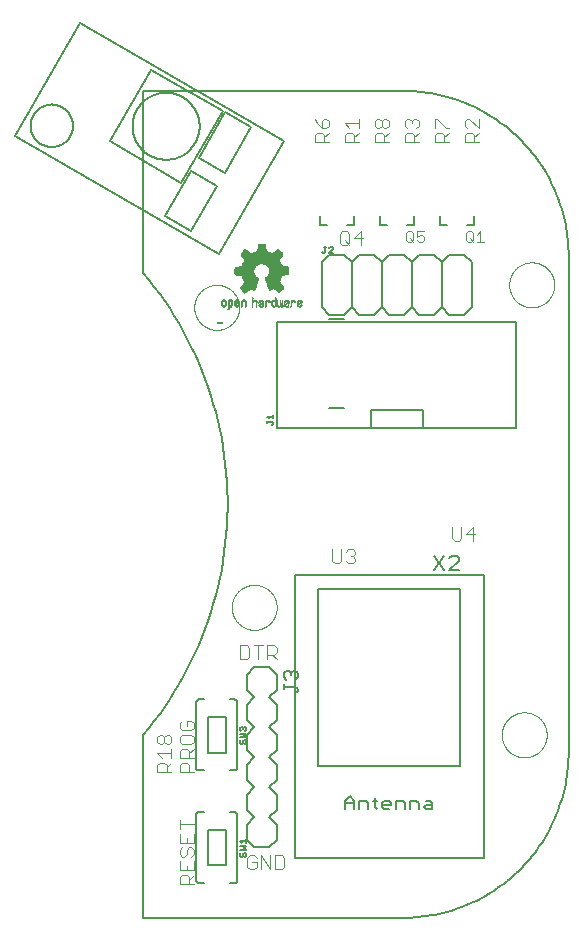
<source format=gto>
G75*
%MOIN*%
%OFA0B0*%
%FSLAX25Y25*%
%IPPOS*%
%LPD*%
%AMOC8*
5,1,8,0,0,1.08239X$1,22.5*
%
%ADD10C,0.00600*%
%ADD11C,0.00400*%
%ADD12C,0.00000*%
%ADD13R,0.00120X0.00015*%
%ADD14R,0.00150X0.00015*%
%ADD15R,0.00180X0.00015*%
%ADD16R,0.00210X0.00015*%
%ADD17R,0.00255X0.00015*%
%ADD18R,0.00300X0.00015*%
%ADD19R,0.00360X0.00015*%
%ADD20R,0.00390X0.00015*%
%ADD21R,0.00405X0.00015*%
%ADD22R,0.00420X0.00015*%
%ADD23R,0.00435X0.00015*%
%ADD24R,0.00450X0.00015*%
%ADD25R,0.00450X0.00015*%
%ADD26R,0.00075X0.00015*%
%ADD27R,0.00015X0.00015*%
%ADD28R,0.00060X0.00015*%
%ADD29R,0.00045X0.00015*%
%ADD30R,0.00060X0.00015*%
%ADD31R,0.00015X0.00015*%
%ADD32R,0.00030X0.00015*%
%ADD33R,0.00045X0.00015*%
%ADD34R,0.00495X0.00015*%
%ADD35R,0.00465X0.00015*%
%ADD36R,0.00030X0.00015*%
%ADD37R,0.00480X0.00015*%
%ADD38R,0.00225X0.00015*%
%ADD39R,0.00195X0.00015*%
%ADD40R,0.00255X0.00015*%
%ADD41R,0.00060X0.00015*%
%ADD42R,0.00090X0.00015*%
%ADD43R,0.00555X0.00015*%
%ADD44R,0.00480X0.00015*%
%ADD45R,0.00540X0.00015*%
%ADD46R,0.00555X0.00015*%
%ADD47R,0.00315X0.00015*%
%ADD48R,0.00315X0.00015*%
%ADD49R,0.00105X0.00015*%
%ADD50R,0.00585X0.00015*%
%ADD51R,0.00600X0.00015*%
%ADD52R,0.00510X0.00015*%
%ADD53R,0.00510X0.00015*%
%ADD54R,0.00135X0.00015*%
%ADD55R,0.00375X0.00015*%
%ADD56R,0.00135X0.00015*%
%ADD57R,0.00630X0.00015*%
%ADD58R,0.00165X0.00015*%
%ADD59R,0.00660X0.00015*%
%ADD60R,0.00555X0.00015*%
%ADD61R,0.00630X0.00015*%
%ADD62R,0.00660X0.00015*%
%ADD63R,0.00105X0.00015*%
%ADD64R,0.00120X0.00015*%
%ADD65R,0.00180X0.00015*%
%ADD66R,0.00645X0.00015*%
%ADD67R,0.00195X0.00015*%
%ADD68R,0.00705X0.00015*%
%ADD69R,0.00675X0.00015*%
%ADD70R,0.00615X0.00015*%
%ADD71R,0.00615X0.00015*%
%ADD72R,0.00225X0.00015*%
%ADD73R,0.00795X0.00015*%
%ADD74R,0.00645X0.00015*%
%ADD75R,0.00210X0.00015*%
%ADD76R,0.00765X0.00015*%
%ADD77R,0.00735X0.00015*%
%ADD78R,0.01230X0.00015*%
%ADD79R,0.00720X0.00015*%
%ADD80R,0.00240X0.00015*%
%ADD81R,0.00255X0.00015*%
%ADD82R,0.00255X0.00015*%
%ADD83R,0.00750X0.00015*%
%ADD84R,0.00855X0.00015*%
%ADD85R,0.00270X0.00015*%
%ADD86R,0.00810X0.00015*%
%ADD87R,0.01260X0.00015*%
%ADD88R,0.00285X0.00015*%
%ADD89R,0.00285X0.00015*%
%ADD90R,0.00330X0.00015*%
%ADD91R,0.00900X0.00015*%
%ADD92R,0.01575X0.00015*%
%ADD93R,0.00780X0.00015*%
%ADD94R,0.00915X0.00015*%
%ADD95R,0.00855X0.00015*%
%ADD96R,0.01290X0.00015*%
%ADD97R,0.00330X0.00015*%
%ADD98R,0.00810X0.00015*%
%ADD99R,0.00345X0.00015*%
%ADD100R,0.00945X0.00015*%
%ADD101R,0.01605X0.00015*%
%ADD102R,0.00885X0.00015*%
%ADD103R,0.01305X0.00015*%
%ADD104R,0.00885X0.00015*%
%ADD105R,0.00345X0.00015*%
%ADD106R,0.00825X0.00015*%
%ADD107R,0.00975X0.00015*%
%ADD108R,0.01635X0.00015*%
%ADD109R,0.00915X0.00015*%
%ADD110R,0.01320X0.00015*%
%ADD111R,0.00375X0.00015*%
%ADD112R,0.00840X0.00015*%
%ADD113R,0.00360X0.00015*%
%ADD114R,0.01005X0.00015*%
%ADD115R,0.01665X0.00015*%
%ADD116R,0.00990X0.00015*%
%ADD117R,0.00960X0.00015*%
%ADD118R,0.01335X0.00015*%
%ADD119R,0.00405X0.00015*%
%ADD120R,0.00315X0.00015*%
%ADD121R,0.00300X0.00015*%
%ADD122R,0.00840X0.00015*%
%ADD123R,0.00360X0.00015*%
%ADD124R,0.00330X0.00015*%
%ADD125R,0.01035X0.00015*%
%ADD126R,0.01695X0.00015*%
%ADD127R,0.01020X0.00015*%
%ADD128R,0.01365X0.00015*%
%ADD129R,0.01080X0.00015*%
%ADD130R,0.01725X0.00015*%
%ADD131R,0.01065X0.00015*%
%ADD132R,0.01410X0.00015*%
%ADD133R,0.00870X0.00015*%
%ADD134R,0.01110X0.00015*%
%ADD135R,0.01755X0.00015*%
%ADD136R,0.01095X0.00015*%
%ADD137R,0.01125X0.00015*%
%ADD138R,0.01425X0.00015*%
%ADD139R,0.01140X0.00015*%
%ADD140R,0.01770X0.00015*%
%ADD141R,0.01155X0.00015*%
%ADD142R,0.01440X0.00015*%
%ADD143R,0.00480X0.00015*%
%ADD144R,0.01170X0.00015*%
%ADD145R,0.01785X0.00015*%
%ADD146R,0.01185X0.00015*%
%ADD147R,0.01455X0.00015*%
%ADD148R,0.01200X0.00015*%
%ADD149R,0.01800X0.00015*%
%ADD150R,0.01185X0.00015*%
%ADD151R,0.01215X0.00015*%
%ADD152R,0.01815X0.00015*%
%ADD153R,0.01245X0.00015*%
%ADD154R,0.01470X0.00015*%
%ADD155R,0.01215X0.00015*%
%ADD156R,0.01260X0.00015*%
%ADD157R,0.01485X0.00015*%
%ADD158R,0.00930X0.00015*%
%ADD159R,0.01290X0.00015*%
%ADD160R,0.01845X0.00015*%
%ADD161R,0.01515X0.00015*%
%ADD162R,0.01275X0.00015*%
%ADD163R,0.00930X0.00015*%
%ADD164R,0.01875X0.00015*%
%ADD165R,0.01320X0.00015*%
%ADD166R,0.01530X0.00015*%
%ADD167R,0.01305X0.00015*%
%ADD168R,0.00465X0.00015*%
%ADD169R,0.00480X0.00015*%
%ADD170R,0.00945X0.00015*%
%ADD171R,0.00345X0.00015*%
%ADD172R,0.01890X0.00015*%
%ADD173R,0.00915X0.00015*%
%ADD174R,0.01335X0.00015*%
%ADD175R,0.01545X0.00015*%
%ADD176R,0.00570X0.00015*%
%ADD177R,0.00270X0.00015*%
%ADD178R,0.01905X0.00015*%
%ADD179R,0.00540X0.00015*%
%ADD180R,0.00525X0.00015*%
%ADD181R,0.00540X0.00015*%
%ADD182R,0.01395X0.00015*%
%ADD183R,0.01560X0.00015*%
%ADD184R,0.00525X0.00015*%
%ADD185R,0.00435X0.00015*%
%ADD186R,0.00390X0.00015*%
%ADD187R,0.00405X0.00015*%
%ADD188R,0.01470X0.00015*%
%ADD189R,0.01590X0.00015*%
%ADD190R,0.01455X0.00015*%
%ADD191R,0.00420X0.00015*%
%ADD192R,0.00465X0.00015*%
%ADD193R,0.01500X0.00015*%
%ADD194R,0.01605X0.00015*%
%ADD195R,0.01620X0.00015*%
%ADD196R,0.01530X0.00015*%
%ADD197R,0.01635X0.00015*%
%ADD198R,0.01515X0.00015*%
%ADD199R,0.00420X0.00015*%
%ADD200R,0.00375X0.00015*%
%ADD201R,0.00405X0.00015*%
%ADD202R,0.00690X0.00015*%
%ADD203R,0.00675X0.00015*%
%ADD204R,0.00690X0.00015*%
%ADD205R,0.00540X0.00015*%
%ADD206R,0.00510X0.00015*%
%ADD207R,0.00525X0.00015*%
%ADD208R,0.00345X0.00015*%
%ADD209R,0.00360X0.00015*%
%ADD210R,0.00315X0.00015*%
%ADD211R,0.00375X0.00015*%
%ADD212R,0.00390X0.00015*%
%ADD213R,0.00585X0.00015*%
%ADD214R,0.00420X0.00015*%
%ADD215R,0.00600X0.00015*%
%ADD216R,0.00615X0.00015*%
%ADD217R,0.00120X0.00015*%
%ADD218R,0.00075X0.00015*%
%ADD219R,0.00705X0.00015*%
%ADD220R,0.00720X0.00015*%
%ADD221R,0.00780X0.00015*%
%ADD222R,0.00825X0.00015*%
%ADD223R,0.00240X0.00015*%
%ADD224R,0.00885X0.00015*%
%ADD225R,0.00180X0.00015*%
%ADD226R,0.00795X0.00015*%
%ADD227R,0.00765X0.00015*%
%ADD228R,0.00960X0.00015*%
%ADD229R,0.00975X0.00015*%
%ADD230R,0.00870X0.00015*%
%ADD231R,0.01050X0.00015*%
%ADD232R,0.01080X0.00015*%
%ADD233R,0.01095X0.00015*%
%ADD234R,0.01125X0.00015*%
%ADD235R,0.01155X0.00015*%
%ADD236R,0.01170X0.00015*%
%ADD237R,0.01245X0.00015*%
%ADD238R,0.01140X0.00015*%
%ADD239R,0.01125X0.00015*%
%ADD240R,0.01290X0.00015*%
%ADD241R,0.01275X0.00015*%
%ADD242R,0.00840X0.00015*%
%ADD243R,0.01035X0.00015*%
%ADD244R,0.00960X0.00015*%
%ADD245R,0.01530X0.00015*%
%ADD246R,0.01560X0.00015*%
%ADD247R,0.00795X0.00015*%
%ADD248R,0.00810X0.00015*%
%ADD249R,0.01650X0.00015*%
%ADD250R,0.00555X0.00015*%
%ADD251R,0.01005X0.00015*%
%ADD252R,0.00090X0.00015*%
%ADD253R,0.00225X0.00015*%
%ADD254R,0.00435X0.00015*%
%ADD255R,0.00285X0.00015*%
%ADD256R,0.00570X0.00015*%
%ADD257R,0.00330X0.00015*%
%ADD258R,0.00495X0.00015*%
%ADD259R,0.00390X0.00015*%
%ADD260R,0.00525X0.00015*%
%ADD261R,0.00435X0.00015*%
%ADD262R,0.00585X0.00015*%
%ADD263R,0.01245X0.00015*%
%ADD264R,0.01440X0.00015*%
%ADD265R,0.01515X0.00015*%
%ADD266R,0.01545X0.00015*%
%ADD267R,0.01230X0.00015*%
%ADD268R,0.01530X0.00015*%
%ADD269R,0.01500X0.00015*%
%ADD270R,0.01395X0.00015*%
%ADD271R,0.01185X0.00015*%
%ADD272R,0.01200X0.00015*%
%ADD273R,0.01410X0.00015*%
%ADD274R,0.01185X0.00015*%
%ADD275R,0.01380X0.00015*%
%ADD276R,0.01140X0.00015*%
%ADD277R,0.01335X0.00015*%
%ADD278R,0.01320X0.00015*%
%ADD279R,0.01305X0.00015*%
%ADD280R,0.01035X0.00015*%
%ADD281R,0.00990X0.00015*%
%ADD282R,0.01350X0.00015*%
%ADD283R,0.00945X0.00015*%
%ADD284R,0.01260X0.00015*%
%ADD285R,0.01275X0.00015*%
%ADD286R,0.00825X0.00015*%
%ADD287R,0.01215X0.00015*%
%ADD288R,0.00240X0.00015*%
%ADD289R,0.00240X0.00015*%
%ADD290R,0.00810X0.00015*%
%ADD291R,0.00195X0.00015*%
%ADD292R,0.00165X0.00015*%
%ADD293R,0.00570X0.00015*%
%ADD294R,0.00900X0.00015*%
%ADD295R,0.00060X0.00015*%
%ADD296R,0.00495X0.00015*%
%ADD297R,0.00750X0.00015*%
%ADD298R,0.01575X0.00015*%
%ADD299R,0.01095X0.00015*%
%ADD300R,0.01680X0.00015*%
%ADD301R,0.01710X0.00015*%
%ADD302R,0.01725X0.00015*%
%ADD303R,0.01755X0.00015*%
%ADD304R,0.01860X0.00015*%
%ADD305R,0.01905X0.00015*%
%ADD306R,0.01935X0.00015*%
%ADD307R,0.01965X0.00015*%
%ADD308R,0.01485X0.00015*%
%ADD309R,0.01995X0.00015*%
%ADD310R,0.02040X0.00015*%
%ADD311R,0.02070X0.00015*%
%ADD312R,0.01575X0.00015*%
%ADD313R,0.02115X0.00015*%
%ADD314R,0.02160X0.00015*%
%ADD315R,0.02190X0.00015*%
%ADD316R,0.01695X0.00015*%
%ADD317R,0.02220X0.00015*%
%ADD318R,0.02235X0.00015*%
%ADD319R,0.02280X0.00015*%
%ADD320R,0.02340X0.00015*%
%ADD321R,0.01830X0.00015*%
%ADD322R,0.02385X0.00015*%
%ADD323R,0.01890X0.00015*%
%ADD324R,0.02415X0.00015*%
%ADD325R,0.01920X0.00015*%
%ADD326R,0.02430X0.00015*%
%ADD327R,0.02460X0.00015*%
%ADD328R,0.01965X0.00015*%
%ADD329R,0.02505X0.00015*%
%ADD330R,0.02010X0.00015*%
%ADD331R,0.02535X0.00015*%
%ADD332R,0.02580X0.00015*%
%ADD333R,0.02085X0.00015*%
%ADD334R,0.02625X0.00015*%
%ADD335R,0.02130X0.00015*%
%ADD336R,0.02670X0.00015*%
%ADD337R,0.02700X0.00015*%
%ADD338R,0.00660X0.00015*%
%ADD339R,0.02190X0.00015*%
%ADD340R,0.02715X0.00015*%
%ADD341R,0.02205X0.00015*%
%ADD342R,0.02745X0.00015*%
%ADD343R,0.02235X0.00015*%
%ADD344R,0.02775X0.00015*%
%ADD345R,0.02820X0.00015*%
%ADD346R,0.02310X0.00015*%
%ADD347R,0.02880X0.00015*%
%ADD348R,0.02355X0.00015*%
%ADD349R,0.02895X0.00015*%
%ADD350R,0.02925X0.00015*%
%ADD351R,0.02970X0.00015*%
%ADD352R,0.03000X0.00015*%
%ADD353R,0.03045X0.00015*%
%ADD354R,0.01005X0.00015*%
%ADD355R,0.00780X0.00015*%
%ADD356R,0.02505X0.00015*%
%ADD357R,0.03090X0.00015*%
%ADD358R,0.02550X0.00015*%
%ADD359R,0.03135X0.00015*%
%ADD360R,0.03165X0.00015*%
%ADD361R,0.02625X0.00015*%
%ADD362R,0.03195X0.00015*%
%ADD363R,0.02655X0.00015*%
%ADD364R,0.03210X0.00015*%
%ADD365R,0.03240X0.00015*%
%ADD366R,0.02700X0.00015*%
%ADD367R,0.03285X0.00015*%
%ADD368R,0.02745X0.00015*%
%ADD369R,0.03330X0.00015*%
%ADD370R,0.02790X0.00015*%
%ADD371R,0.03360X0.00015*%
%ADD372R,0.02835X0.00015*%
%ADD373R,0.03390X0.00015*%
%ADD374R,0.02865X0.00015*%
%ADD375R,0.03420X0.00015*%
%ADD376R,0.04905X0.00015*%
%ADD377R,0.04920X0.00015*%
%ADD378R,0.02940X0.00015*%
%ADD379R,0.04950X0.00015*%
%ADD380R,0.02985X0.00015*%
%ADD381R,0.04965X0.00015*%
%ADD382R,0.03015X0.00015*%
%ADD383R,0.04980X0.00015*%
%ADD384R,0.03045X0.00015*%
%ADD385R,0.05010X0.00015*%
%ADD386R,0.03075X0.00015*%
%ADD387R,0.03105X0.00015*%
%ADD388R,0.05040X0.00015*%
%ADD389R,0.05040X0.00015*%
%ADD390R,0.03180X0.00015*%
%ADD391R,0.05070X0.00015*%
%ADD392R,0.03225X0.00015*%
%ADD393R,0.03255X0.00015*%
%ADD394R,0.05085X0.00015*%
%ADD395R,0.03300X0.00015*%
%ADD396R,0.05100X0.00015*%
%ADD397R,0.04935X0.00015*%
%ADD398R,0.05115X0.00015*%
%ADD399R,0.04995X0.00015*%
%ADD400R,0.05130X0.00015*%
%ADD401R,0.05010X0.00015*%
%ADD402R,0.05130X0.00015*%
%ADD403R,0.05010X0.00015*%
%ADD404R,0.05025X0.00015*%
%ADD405R,0.05040X0.00015*%
%ADD406R,0.05055X0.00015*%
%ADD407R,0.05130X0.00015*%
%ADD408R,0.05085X0.00015*%
%ADD409R,0.05115X0.00015*%
%ADD410R,0.05145X0.00015*%
%ADD411R,0.05160X0.00015*%
%ADD412R,0.05130X0.00015*%
%ADD413R,0.05190X0.00015*%
%ADD414R,0.05190X0.00015*%
%ADD415R,0.05205X0.00015*%
%ADD416R,0.05220X0.00015*%
%ADD417R,0.05070X0.00015*%
%ADD418R,0.05085X0.00015*%
%ADD419R,0.05205X0.00015*%
%ADD420R,0.05220X0.00015*%
%ADD421R,0.05055X0.00015*%
%ADD422R,0.05025X0.00015*%
%ADD423R,0.05205X0.00015*%
%ADD424R,0.05025X0.00015*%
%ADD425R,0.05190X0.00015*%
%ADD426R,0.05190X0.00015*%
%ADD427R,0.04995X0.00015*%
%ADD428R,0.05175X0.00015*%
%ADD429R,0.04950X0.00015*%
%ADD430R,0.05145X0.00015*%
%ADD431R,0.05145X0.00015*%
%ADD432R,0.04920X0.00015*%
%ADD433R,0.04905X0.00015*%
%ADD434R,0.04905X0.00015*%
%ADD435R,0.05115X0.00015*%
%ADD436R,0.04890X0.00015*%
%ADD437R,0.04890X0.00015*%
%ADD438R,0.04875X0.00015*%
%ADD439R,0.04845X0.00015*%
%ADD440R,0.04830X0.00015*%
%ADD441R,0.04830X0.00015*%
%ADD442R,0.05070X0.00015*%
%ADD443R,0.04830X0.00015*%
%ADD444R,0.04815X0.00015*%
%ADD445R,0.04800X0.00015*%
%ADD446R,0.04800X0.00015*%
%ADD447R,0.05010X0.00015*%
%ADD448R,0.04785X0.00015*%
%ADD449R,0.04770X0.00015*%
%ADD450R,0.04770X0.00015*%
%ADD451R,0.04755X0.00015*%
%ADD452R,0.04740X0.00015*%
%ADD453R,0.04725X0.00015*%
%ADD454R,0.04725X0.00015*%
%ADD455R,0.04980X0.00015*%
%ADD456R,0.04710X0.00015*%
%ADD457R,0.04725X0.00015*%
%ADD458R,0.04710X0.00015*%
%ADD459R,0.04695X0.00015*%
%ADD460R,0.04680X0.00015*%
%ADD461R,0.04695X0.00015*%
%ADD462R,0.04680X0.00015*%
%ADD463R,0.04905X0.00015*%
%ADD464R,0.04665X0.00015*%
%ADD465R,0.04650X0.00015*%
%ADD466R,0.04635X0.00015*%
%ADD467R,0.04620X0.00015*%
%ADD468R,0.04620X0.00015*%
%ADD469R,0.04890X0.00015*%
%ADD470R,0.04605X0.00015*%
%ADD471R,0.04605X0.00015*%
%ADD472R,0.04590X0.00015*%
%ADD473R,0.04845X0.00015*%
%ADD474R,0.04575X0.00015*%
%ADD475R,0.04590X0.00015*%
%ADD476R,0.04575X0.00015*%
%ADD477R,0.04845X0.00015*%
%ADD478R,0.04560X0.00015*%
%ADD479R,0.04545X0.00015*%
%ADD480R,0.04530X0.00015*%
%ADD481R,0.04515X0.00015*%
%ADD482R,0.04530X0.00015*%
%ADD483R,0.04500X0.00015*%
%ADD484R,0.04515X0.00015*%
%ADD485R,0.04785X0.00015*%
%ADD486R,0.04485X0.00015*%
%ADD487R,0.04755X0.00015*%
%ADD488R,0.04470X0.00015*%
%ADD489R,0.04740X0.00015*%
%ADD490R,0.04485X0.00015*%
%ADD491R,0.04755X0.00015*%
%ADD492R,0.04545X0.00015*%
%ADD493R,0.04695X0.00015*%
%ADD494R,0.04680X0.00015*%
%ADD495R,0.04665X0.00015*%
%ADD496R,0.04725X0.00015*%
%ADD497R,0.04680X0.00015*%
%ADD498R,0.04860X0.00015*%
%ADD499R,0.04740X0.00015*%
%ADD500R,0.04875X0.00015*%
%ADD501R,0.04965X0.00015*%
%ADD502R,0.04860X0.00015*%
%ADD503R,0.04995X0.00015*%
%ADD504R,0.04875X0.00015*%
%ADD505R,0.04980X0.00015*%
%ADD506R,0.05235X0.00015*%
%ADD507R,0.05235X0.00015*%
%ADD508R,0.05250X0.00015*%
%ADD509R,0.05280X0.00015*%
%ADD510R,0.05295X0.00015*%
%ADD511R,0.05325X0.00015*%
%ADD512R,0.05340X0.00015*%
%ADD513R,0.05235X0.00015*%
%ADD514R,0.05355X0.00015*%
%ADD515R,0.05370X0.00015*%
%ADD516R,0.05265X0.00015*%
%ADD517R,0.05370X0.00015*%
%ADD518R,0.05280X0.00015*%
%ADD519R,0.05385X0.00015*%
%ADD520R,0.05295X0.00015*%
%ADD521R,0.05400X0.00015*%
%ADD522R,0.05415X0.00015*%
%ADD523R,0.05310X0.00015*%
%ADD524R,0.05430X0.00015*%
%ADD525R,0.05445X0.00015*%
%ADD526R,0.05460X0.00015*%
%ADD527R,0.05355X0.00015*%
%ADD528R,0.05475X0.00015*%
%ADD529R,0.05505X0.00015*%
%ADD530R,0.05520X0.00015*%
%ADD531R,0.05535X0.00015*%
%ADD532R,0.05550X0.00015*%
%ADD533R,0.05550X0.00015*%
%ADD534R,0.05475X0.00015*%
%ADD535R,0.05490X0.00015*%
%ADD536R,0.05475X0.00015*%
%ADD537R,0.05385X0.00015*%
%ADD538R,0.05370X0.00015*%
%ADD539R,0.05325X0.00015*%
%ADD540R,0.05310X0.00015*%
%ADD541R,0.05265X0.00015*%
%ADD542R,0.05175X0.00015*%
%ADD543R,0.04980X0.00015*%
%ADD544R,0.04965X0.00015*%
%ADD545R,0.04860X0.00015*%
%ADD546R,0.04845X0.00015*%
%ADD547R,0.04815X0.00015*%
%ADD548R,0.04770X0.00015*%
%ADD549R,0.05295X0.00015*%
%ADD550R,0.04635X0.00015*%
%ADD551R,0.05610X0.00015*%
%ADD552R,0.05700X0.00015*%
%ADD553R,0.05760X0.00015*%
%ADD554R,0.05805X0.00015*%
%ADD555R,0.05850X0.00015*%
%ADD556R,0.05895X0.00015*%
%ADD557R,0.06000X0.00015*%
%ADD558R,0.06135X0.00015*%
%ADD559R,0.06225X0.00015*%
%ADD560R,0.06300X0.00015*%
%ADD561R,0.06330X0.00015*%
%ADD562R,0.06375X0.00015*%
%ADD563R,0.06450X0.00015*%
%ADD564R,0.06570X0.00015*%
%ADD565R,0.05565X0.00015*%
%ADD566R,0.06690X0.00015*%
%ADD567R,0.06735X0.00015*%
%ADD568R,0.05790X0.00015*%
%ADD569R,0.06765X0.00015*%
%ADD570R,0.05850X0.00015*%
%ADD571R,0.06780X0.00015*%
%ADD572R,0.05895X0.00015*%
%ADD573R,0.06795X0.00015*%
%ADD574R,0.05955X0.00015*%
%ADD575R,0.06810X0.00015*%
%ADD576R,0.06060X0.00015*%
%ADD577R,0.06195X0.00015*%
%ADD578R,0.06825X0.00015*%
%ADD579R,0.06330X0.00015*%
%ADD580R,0.06840X0.00015*%
%ADD581R,0.06390X0.00015*%
%ADD582R,0.06495X0.00015*%
%ADD583R,0.06840X0.00015*%
%ADD584R,0.06555X0.00015*%
%ADD585R,0.06825X0.00015*%
%ADD586R,0.06645X0.00015*%
%ADD587R,0.06825X0.00015*%
%ADD588R,0.06705X0.00015*%
%ADD589R,0.06705X0.00015*%
%ADD590R,0.06810X0.00015*%
%ADD591R,0.06720X0.00015*%
%ADD592R,0.06795X0.00015*%
%ADD593R,0.06750X0.00015*%
%ADD594R,0.06765X0.00015*%
%ADD595R,0.06795X0.00015*%
%ADD596R,0.06780X0.00015*%
%ADD597R,0.06780X0.00015*%
%ADD598R,0.06750X0.00015*%
%ADD599R,0.06720X0.00015*%
%ADD600R,0.06720X0.00015*%
%ADD601R,0.06705X0.00015*%
%ADD602R,0.06705X0.00015*%
%ADD603R,0.06690X0.00015*%
%ADD604R,0.06675X0.00015*%
%ADD605R,0.06690X0.00015*%
%ADD606R,0.06675X0.00015*%
%ADD607R,0.06675X0.00015*%
%ADD608R,0.06660X0.00015*%
%ADD609R,0.06675X0.00015*%
%ADD610R,0.06660X0.00015*%
%ADD611R,0.06660X0.00015*%
%ADD612R,0.06645X0.00015*%
%ADD613R,0.06630X0.00015*%
%ADD614R,0.06660X0.00015*%
%ADD615R,0.06630X0.00015*%
%ADD616R,0.06645X0.00015*%
%ADD617R,0.06735X0.00015*%
%ADD618R,0.06765X0.00015*%
%ADD619R,0.06780X0.00015*%
%ADD620R,0.06825X0.00015*%
%ADD621R,0.06855X0.00015*%
%ADD622R,0.06855X0.00015*%
%ADD623R,0.06870X0.00015*%
%ADD624R,0.06885X0.00015*%
%ADD625R,0.06525X0.00015*%
%ADD626R,0.06405X0.00015*%
%ADD627R,0.06255X0.00015*%
%ADD628R,0.06165X0.00015*%
%ADD629R,0.06870X0.00015*%
%ADD630R,0.06120X0.00015*%
%ADD631R,0.06885X0.00015*%
%ADD632R,0.06060X0.00015*%
%ADD633R,0.06015X0.00015*%
%ADD634R,0.05910X0.00015*%
%ADD635R,0.05670X0.00015*%
%ADD636R,0.05595X0.00015*%
%ADD637R,0.06585X0.00015*%
%ADD638R,0.05160X0.00015*%
%ADD639R,0.06390X0.00015*%
%ADD640R,0.05025X0.00015*%
%ADD641R,0.06330X0.00015*%
%ADD642R,0.06075X0.00015*%
%ADD643R,0.05820X0.00015*%
%ADD644R,0.05775X0.00015*%
%ADD645R,0.05685X0.00015*%
%ADD646R,0.05460X0.00015*%
%ADD647R,0.04860X0.00015*%
%ADD648R,0.04935X0.00015*%
%ADD649R,0.05160X0.00015*%
%ADD650R,0.05325X0.00015*%
%ADD651R,0.05340X0.00015*%
%ADD652R,0.05355X0.00015*%
%ADD653R,0.05430X0.00015*%
%ADD654R,0.05535X0.00015*%
%ADD655R,0.05595X0.00015*%
%ADD656R,0.05640X0.00015*%
%ADD657R,0.05640X0.00015*%
%ADD658R,0.05670X0.00015*%
%ADD659R,0.05685X0.00015*%
%ADD660R,0.05700X0.00015*%
%ADD661R,0.05715X0.00015*%
%ADD662R,0.05715X0.00015*%
%ADD663R,0.05730X0.00015*%
%ADD664R,0.05745X0.00015*%
%ADD665R,0.05760X0.00015*%
%ADD666R,0.06000X0.00015*%
%ADD667R,0.06105X0.00015*%
%ADD668R,0.06180X0.00015*%
%ADD669R,0.06210X0.00015*%
%ADD670R,0.12690X0.00015*%
%ADD671R,0.12675X0.00015*%
%ADD672R,0.12660X0.00015*%
%ADD673R,0.12660X0.00015*%
%ADD674R,0.12645X0.00015*%
%ADD675R,0.12615X0.00015*%
%ADD676R,0.12600X0.00015*%
%ADD677R,0.12585X0.00015*%
%ADD678R,0.12555X0.00015*%
%ADD679R,0.12540X0.00015*%
%ADD680R,0.12525X0.00015*%
%ADD681R,0.12510X0.00015*%
%ADD682R,0.12510X0.00015*%
%ADD683R,0.12480X0.00015*%
%ADD684R,0.12450X0.00015*%
%ADD685R,0.12435X0.00015*%
%ADD686R,0.12420X0.00015*%
%ADD687R,0.12390X0.00015*%
%ADD688R,0.12375X0.00015*%
%ADD689R,0.12360X0.00015*%
%ADD690R,0.12330X0.00015*%
%ADD691R,0.12300X0.00015*%
%ADD692R,0.12285X0.00015*%
%ADD693R,0.12270X0.00015*%
%ADD694R,0.12255X0.00015*%
%ADD695R,0.12240X0.00015*%
%ADD696R,0.12225X0.00015*%
%ADD697R,0.12195X0.00015*%
%ADD698R,0.12165X0.00015*%
%ADD699R,0.12150X0.00015*%
%ADD700R,0.12135X0.00015*%
%ADD701R,0.12120X0.00015*%
%ADD702R,0.12090X0.00015*%
%ADD703R,0.12075X0.00015*%
%ADD704R,0.12060X0.00015*%
%ADD705R,0.12045X0.00015*%
%ADD706R,0.12015X0.00015*%
%ADD707R,0.12000X0.00015*%
%ADD708R,0.11985X0.00015*%
%ADD709R,0.11955X0.00015*%
%ADD710R,0.11940X0.00015*%
%ADD711R,0.11925X0.00015*%
%ADD712R,0.11910X0.00015*%
%ADD713R,0.11910X0.00015*%
%ADD714R,0.11880X0.00015*%
%ADD715R,0.11850X0.00015*%
%ADD716R,0.11835X0.00015*%
%ADD717R,0.11805X0.00015*%
%ADD718R,0.11775X0.00015*%
%ADD719R,0.11760X0.00015*%
%ADD720R,0.11745X0.00015*%
%ADD721R,0.11730X0.00015*%
%ADD722R,0.11700X0.00015*%
%ADD723R,0.11700X0.00015*%
%ADD724R,0.11685X0.00015*%
%ADD725R,0.11655X0.00015*%
%ADD726R,0.11640X0.00015*%
%ADD727R,0.11625X0.00015*%
%ADD728R,0.11625X0.00015*%
%ADD729R,0.11670X0.00015*%
%ADD730R,0.11715X0.00015*%
%ADD731R,0.11790X0.00015*%
%ADD732R,0.11820X0.00015*%
%ADD733R,0.11820X0.00015*%
%ADD734R,0.11880X0.00015*%
%ADD735R,0.11895X0.00015*%
%ADD736R,0.11970X0.00015*%
%ADD737R,0.12045X0.00015*%
%ADD738R,0.12075X0.00015*%
%ADD739R,0.12105X0.00015*%
%ADD740R,0.12135X0.00015*%
%ADD741R,0.12165X0.00015*%
%ADD742R,0.12180X0.00015*%
%ADD743R,0.12195X0.00015*%
%ADD744R,0.12210X0.00015*%
%ADD745R,0.12225X0.00015*%
%ADD746R,0.12255X0.00015*%
%ADD747R,0.12360X0.00015*%
%ADD748R,0.12390X0.00015*%
%ADD749R,0.12405X0.00015*%
%ADD750R,0.12435X0.00015*%
%ADD751R,0.12480X0.00015*%
%ADD752R,0.12480X0.00015*%
%ADD753R,0.12510X0.00015*%
%ADD754R,0.12570X0.00015*%
%ADD755R,0.12630X0.00015*%
%ADD756R,0.12675X0.00015*%
%ADD757R,0.12705X0.00015*%
%ADD758R,0.12735X0.00015*%
%ADD759R,0.12750X0.00015*%
%ADD760R,0.12780X0.00015*%
%ADD761R,0.12795X0.00015*%
%ADD762R,0.12810X0.00015*%
%ADD763R,0.12840X0.00015*%
%ADD764R,0.12855X0.00015*%
%ADD765R,0.12885X0.00015*%
%ADD766R,0.12900X0.00015*%
%ADD767R,0.12915X0.00015*%
%ADD768R,0.12945X0.00015*%
%ADD769R,0.12960X0.00015*%
%ADD770R,0.12990X0.00015*%
%ADD771R,0.13005X0.00015*%
%ADD772R,0.13020X0.00015*%
%ADD773R,0.13035X0.00015*%
%ADD774R,0.13065X0.00015*%
%ADD775R,0.13080X0.00015*%
%ADD776R,0.13110X0.00015*%
%ADD777R,0.13125X0.00015*%
%ADD778R,0.13155X0.00015*%
%ADD779R,0.13170X0.00015*%
%ADD780R,0.13200X0.00015*%
%ADD781R,0.13230X0.00015*%
%ADD782R,0.13260X0.00015*%
%ADD783R,0.13290X0.00015*%
%ADD784R,0.13320X0.00015*%
%ADD785R,0.13350X0.00015*%
%ADD786R,0.13365X0.00015*%
%ADD787R,0.13395X0.00015*%
%ADD788R,0.13425X0.00015*%
%ADD789R,0.13455X0.00015*%
%ADD790R,0.13470X0.00015*%
%ADD791R,0.13500X0.00015*%
%ADD792R,0.13530X0.00015*%
%ADD793R,0.13560X0.00015*%
%ADD794R,0.13575X0.00015*%
%ADD795R,0.13605X0.00015*%
%ADD796R,0.13635X0.00015*%
%ADD797R,0.13650X0.00015*%
%ADD798R,0.13680X0.00015*%
%ADD799R,0.13695X0.00015*%
%ADD800R,0.13725X0.00015*%
%ADD801R,0.13740X0.00015*%
%ADD802R,0.13770X0.00015*%
%ADD803R,0.13785X0.00015*%
%ADD804R,0.13800X0.00015*%
%ADD805R,0.13830X0.00015*%
%ADD806R,0.13860X0.00015*%
%ADD807R,0.13875X0.00015*%
%ADD808R,0.13905X0.00015*%
%ADD809R,0.13935X0.00015*%
%ADD810R,0.13950X0.00015*%
%ADD811R,0.13980X0.00015*%
%ADD812R,0.14010X0.00015*%
%ADD813R,0.14025X0.00015*%
%ADD814R,0.14055X0.00015*%
%ADD815R,0.14070X0.00015*%
%ADD816R,0.14085X0.00015*%
%ADD817R,0.14115X0.00015*%
%ADD818R,0.14145X0.00015*%
%ADD819R,0.14160X0.00015*%
%ADD820R,0.14190X0.00015*%
%ADD821R,0.14205X0.00015*%
%ADD822R,0.14220X0.00015*%
%ADD823R,0.14235X0.00015*%
%ADD824R,0.14265X0.00015*%
%ADD825R,0.14280X0.00015*%
%ADD826R,0.14295X0.00015*%
%ADD827R,0.14295X0.00015*%
%ADD828R,0.14250X0.00015*%
%ADD829R,0.14205X0.00015*%
%ADD830R,0.14175X0.00015*%
%ADD831R,0.14160X0.00015*%
%ADD832R,0.14130X0.00015*%
%ADD833R,0.14100X0.00015*%
%ADD834R,0.14040X0.00015*%
%ADD835R,0.14010X0.00015*%
%ADD836R,0.03465X0.00015*%
%ADD837R,0.10440X0.00015*%
%ADD838R,0.03420X0.00015*%
%ADD839R,0.10395X0.00015*%
%ADD840R,0.03375X0.00015*%
%ADD841R,0.10335X0.00015*%
%ADD842R,0.03570X0.00015*%
%ADD843R,0.06600X0.00015*%
%ADD844R,0.03525X0.00015*%
%ADD845R,0.03270X0.00015*%
%ADD846R,0.03495X0.00015*%
%ADD847R,0.03210X0.00015*%
%ADD848R,0.06480X0.00015*%
%ADD849R,0.03435X0.00015*%
%ADD850R,0.03165X0.00015*%
%ADD851R,0.03390X0.00015*%
%ADD852R,0.03120X0.00015*%
%ADD853R,0.06315X0.00015*%
%ADD854R,0.03345X0.00015*%
%ADD855R,0.03090X0.00015*%
%ADD856R,0.03075X0.00015*%
%ADD857R,0.06225X0.00015*%
%ADD858R,0.03270X0.00015*%
%ADD859R,0.06180X0.00015*%
%ADD860R,0.02970X0.00015*%
%ADD861R,0.06075X0.00015*%
%ADD862R,0.03195X0.00015*%
%ADD863R,0.02925X0.00015*%
%ADD864R,0.05985X0.00015*%
%ADD865R,0.03135X0.00015*%
%ADD866R,0.02850X0.00015*%
%ADD867R,0.05835X0.00015*%
%ADD868R,0.03030X0.00015*%
%ADD869R,0.02805X0.00015*%
%ADD870R,0.02730X0.00015*%
%ADD871R,0.05625X0.00015*%
%ADD872R,0.02925X0.00015*%
%ADD873R,0.02640X0.00015*%
%ADD874R,0.02595X0.00015*%
%ADD875R,0.02565X0.00015*%
%ADD876R,0.02760X0.00015*%
%ADD877R,0.02520X0.00015*%
%ADD878R,0.02730X0.00015*%
%ADD879R,0.02475X0.00015*%
%ADD880R,0.02685X0.00015*%
%ADD881R,0.02445X0.00015*%
%ADD882R,0.02400X0.00015*%
%ADD883R,0.02370X0.00015*%
%ADD884R,0.02565X0.00015*%
%ADD885R,0.02340X0.00015*%
%ADD886R,0.02325X0.00015*%
%ADD887R,0.02505X0.00015*%
%ADD888R,0.02280X0.00015*%
%ADD889R,0.02460X0.00015*%
%ADD890R,0.04560X0.00015*%
%ADD891R,0.02190X0.00015*%
%ADD892R,0.04440X0.00015*%
%ADD893R,0.02370X0.00015*%
%ADD894R,0.02145X0.00015*%
%ADD895R,0.04365X0.00015*%
%ADD896R,0.04320X0.00015*%
%ADD897R,0.02310X0.00015*%
%ADD898R,0.02100X0.00015*%
%ADD899R,0.04260X0.00015*%
%ADD900R,0.04200X0.00015*%
%ADD901R,0.02265X0.00015*%
%ADD902R,0.02040X0.00015*%
%ADD903R,0.04095X0.00015*%
%ADD904R,0.02220X0.00015*%
%ADD905R,0.03915X0.00015*%
%ADD906R,0.02175X0.00015*%
%ADD907R,0.03765X0.00015*%
%ADD908R,0.03675X0.00015*%
%ADD909R,0.01890X0.00015*%
%ADD910R,0.03615X0.00015*%
%ADD911R,0.02055X0.00015*%
%ADD912R,0.01860X0.00015*%
%ADD913R,0.03555X0.00015*%
%ADD914R,0.03450X0.00015*%
%ADD915R,0.03315X0.00015*%
%ADD916R,0.01680X0.00015*%
%ADD917R,0.01650X0.00015*%
%ADD918R,0.01620X0.00015*%
%ADD919R,0.03240X0.00015*%
%ADD920R,0.01740X0.00015*%
%ADD921R,0.01665X0.00015*%
%ADD922R,0.01635X0.00015*%
%ADD923R,0.01410X0.00015*%
%ADD924R,0.01395X0.00015*%
%ADD925R,0.01365X0.00015*%
%ADD926R,0.01290X0.00015*%
%ADD927R,0.03210X0.00015*%
%ADD928R,0.01455X0.00015*%
%ADD929R,0.01110X0.00015*%
%ADD930R,0.03180X0.00015*%
%ADD931R,0.03150X0.00015*%
%ADD932R,0.03150X0.00015*%
%ADD933R,0.01050X0.00015*%
%ADD934R,0.03105X0.00015*%
%ADD935R,0.00660X0.00015*%
%ADD936R,0.03075X0.00015*%
%ADD937R,0.03060X0.00015*%
%ADD938R,0.03000X0.00015*%
%ADD939R,0.02955X0.00015*%
%ADD940R,0.02940X0.00015*%
%ADD941R,0.02940X0.00015*%
%ADD942R,0.02910X0.00015*%
%ADD943R,0.02910X0.00015*%
%ADD944R,0.02865X0.00015*%
%ADD945R,0.02805X0.00015*%
%ADD946R,0.02775X0.00015*%
%ADD947R,0.02760X0.00015*%
%ADD948R,0.02655X0.00015*%
%ADD949R,0.02640X0.00015*%
%ADD950R,0.02610X0.00015*%
%ADD951R,0.02595X0.00015*%
%ADD952R,0.02535X0.00015*%
%ADD953R,0.02475X0.00015*%
%ADD954R,0.02175X0.00015*%
%ADD955C,0.00800*%
%ADD956C,0.00500*%
%ADD957C,0.00700*%
%ADD958C,0.00300*%
D10*
X0044283Y0005655D02*
X0044283Y0066600D01*
X0044283Y0005655D02*
X0130869Y0005655D01*
X0131368Y0041723D02*
X0131368Y0043925D01*
X0130634Y0044659D01*
X0128432Y0044659D01*
X0128432Y0041723D01*
X0126764Y0043191D02*
X0123828Y0043191D01*
X0123828Y0043925D02*
X0124562Y0044659D01*
X0126030Y0044659D01*
X0126764Y0043925D01*
X0126764Y0043191D01*
X0126030Y0041723D02*
X0124562Y0041723D01*
X0123828Y0042457D01*
X0123828Y0043925D01*
X0122227Y0044659D02*
X0120759Y0044659D01*
X0121493Y0045393D02*
X0121493Y0042457D01*
X0122227Y0041723D01*
X0119091Y0041723D02*
X0119091Y0043925D01*
X0118357Y0044659D01*
X0116155Y0044659D01*
X0116155Y0041723D01*
X0114487Y0041723D02*
X0114487Y0044659D01*
X0113019Y0046127D01*
X0111551Y0044659D01*
X0111551Y0041723D01*
X0111551Y0043925D02*
X0114487Y0043925D01*
X0130869Y0005655D02*
X0132201Y0005671D01*
X0133532Y0005719D01*
X0134861Y0005800D01*
X0136189Y0005912D01*
X0137513Y0006057D01*
X0138833Y0006233D01*
X0140149Y0006442D01*
X0141459Y0006682D01*
X0142763Y0006954D01*
X0144060Y0007257D01*
X0145349Y0007591D01*
X0146630Y0007956D01*
X0147901Y0008353D01*
X0149163Y0008780D01*
X0150414Y0009237D01*
X0151654Y0009724D01*
X0152881Y0010241D01*
X0154096Y0010788D01*
X0155297Y0011364D01*
X0156484Y0011968D01*
X0157655Y0012602D01*
X0158812Y0013263D01*
X0159951Y0013952D01*
X0161074Y0014668D01*
X0162180Y0015412D01*
X0163267Y0016182D01*
X0164335Y0016977D01*
X0165383Y0017799D01*
X0166411Y0018645D01*
X0167419Y0019517D01*
X0168405Y0020412D01*
X0169370Y0021331D01*
X0170311Y0022272D01*
X0171230Y0023237D01*
X0172125Y0024223D01*
X0172997Y0025231D01*
X0173843Y0026259D01*
X0174665Y0027307D01*
X0175460Y0028375D01*
X0176230Y0029462D01*
X0176974Y0030568D01*
X0177690Y0031691D01*
X0178379Y0032830D01*
X0179040Y0033987D01*
X0179674Y0035158D01*
X0180278Y0036345D01*
X0180854Y0037546D01*
X0181401Y0038761D01*
X0181918Y0039988D01*
X0182405Y0041228D01*
X0182862Y0042479D01*
X0183289Y0043741D01*
X0183686Y0045012D01*
X0184051Y0046293D01*
X0184385Y0047582D01*
X0184688Y0048879D01*
X0184960Y0050183D01*
X0185200Y0051493D01*
X0185409Y0052809D01*
X0185585Y0054129D01*
X0185730Y0055453D01*
X0185842Y0056781D01*
X0185923Y0058110D01*
X0185971Y0059441D01*
X0185987Y0060773D01*
X0185987Y0226128D01*
X0154304Y0236500D02*
X0152104Y0236500D01*
X0154304Y0236500D02*
X0154304Y0239700D01*
X0151204Y0226600D02*
X0153704Y0224100D01*
X0153704Y0209100D01*
X0151204Y0206600D01*
X0146204Y0206600D01*
X0143704Y0209100D01*
X0143704Y0224100D01*
X0146204Y0226600D01*
X0151204Y0226600D01*
X0145304Y0236500D02*
X0143104Y0236500D01*
X0143104Y0239700D01*
X0141204Y0226600D02*
X0136204Y0226600D01*
X0133704Y0224100D01*
X0133704Y0209100D01*
X0136204Y0206600D01*
X0141204Y0206600D01*
X0143704Y0209100D01*
X0133704Y0209100D02*
X0131204Y0206600D01*
X0126204Y0206600D01*
X0123704Y0209100D01*
X0123704Y0224100D01*
X0126204Y0226600D01*
X0131204Y0226600D01*
X0133704Y0224100D01*
X0185987Y0226128D02*
X0185971Y0227460D01*
X0185923Y0228791D01*
X0185842Y0230120D01*
X0185730Y0231448D01*
X0185585Y0232772D01*
X0185409Y0234092D01*
X0185200Y0235408D01*
X0184960Y0236718D01*
X0184688Y0238022D01*
X0184385Y0239319D01*
X0184051Y0240608D01*
X0183686Y0241889D01*
X0183289Y0243160D01*
X0182862Y0244422D01*
X0182405Y0245673D01*
X0181918Y0246913D01*
X0181401Y0248140D01*
X0180854Y0249355D01*
X0180278Y0250556D01*
X0179674Y0251743D01*
X0179040Y0252914D01*
X0178379Y0254071D01*
X0177690Y0255210D01*
X0176974Y0256333D01*
X0176230Y0257439D01*
X0175460Y0258526D01*
X0174665Y0259594D01*
X0173843Y0260642D01*
X0172997Y0261670D01*
X0172125Y0262678D01*
X0171230Y0263664D01*
X0170311Y0264629D01*
X0169370Y0265570D01*
X0168405Y0266489D01*
X0167419Y0267384D01*
X0166411Y0268256D01*
X0165383Y0269102D01*
X0164335Y0269924D01*
X0163267Y0270719D01*
X0162180Y0271489D01*
X0161074Y0272233D01*
X0159951Y0272949D01*
X0158812Y0273638D01*
X0157655Y0274299D01*
X0156484Y0274933D01*
X0155297Y0275537D01*
X0154096Y0276113D01*
X0152881Y0276660D01*
X0151654Y0277177D01*
X0150414Y0277664D01*
X0149163Y0278121D01*
X0147901Y0278548D01*
X0146630Y0278945D01*
X0145349Y0279310D01*
X0144060Y0279644D01*
X0142763Y0279947D01*
X0141459Y0280219D01*
X0140149Y0280459D01*
X0138833Y0280668D01*
X0137513Y0280844D01*
X0136189Y0280989D01*
X0134861Y0281101D01*
X0133532Y0281182D01*
X0132201Y0281230D01*
X0130869Y0281246D01*
X0044283Y0281246D01*
X0044283Y0220606D01*
X0046142Y0218335D01*
X0047944Y0216019D01*
X0049689Y0213660D01*
X0051376Y0211259D01*
X0053004Y0208817D01*
X0054571Y0206336D01*
X0056077Y0203818D01*
X0057520Y0201263D01*
X0058901Y0198674D01*
X0060218Y0196052D01*
X0061471Y0193398D01*
X0062657Y0190714D01*
X0063778Y0188002D01*
X0064832Y0185264D01*
X0065819Y0182500D01*
X0066738Y0179713D01*
X0067588Y0176905D01*
X0068369Y0174076D01*
X0069081Y0171230D01*
X0069723Y0168366D01*
X0070294Y0165488D01*
X0070795Y0162597D01*
X0071224Y0159694D01*
X0071583Y0156781D01*
X0071870Y0153861D01*
X0072085Y0150935D01*
X0072229Y0148004D01*
X0072301Y0145070D01*
X0072301Y0142136D01*
X0072229Y0139202D01*
X0072085Y0136271D01*
X0071870Y0133345D01*
X0071583Y0130425D01*
X0071224Y0127512D01*
X0070795Y0124609D01*
X0070294Y0121718D01*
X0069723Y0118840D01*
X0069081Y0115976D01*
X0068369Y0113130D01*
X0067588Y0110301D01*
X0066738Y0107493D01*
X0065819Y0104706D01*
X0064832Y0101942D01*
X0063778Y0099204D01*
X0062657Y0096492D01*
X0061471Y0093808D01*
X0060218Y0091154D01*
X0058901Y0088532D01*
X0057520Y0085943D01*
X0056077Y0083388D01*
X0054571Y0080870D01*
X0053004Y0078389D01*
X0051376Y0075947D01*
X0049689Y0073546D01*
X0047944Y0071187D01*
X0046142Y0068871D01*
X0044283Y0066600D01*
X0133036Y0044659D02*
X0133036Y0041723D01*
X0133036Y0044659D02*
X0135238Y0044659D01*
X0135972Y0043925D01*
X0135972Y0041723D01*
X0137640Y0042457D02*
X0138374Y0043191D01*
X0140576Y0043191D01*
X0140576Y0043925D02*
X0140576Y0041723D01*
X0138374Y0041723D01*
X0137640Y0042457D01*
X0138374Y0044659D02*
X0139842Y0044659D01*
X0140576Y0043925D01*
X0121204Y0206600D02*
X0116204Y0206600D01*
X0113704Y0209100D01*
X0113704Y0224100D01*
X0116204Y0226600D01*
X0121204Y0226600D01*
X0123704Y0224100D01*
X0123104Y0236500D02*
X0125304Y0236500D01*
X0123104Y0236500D02*
X0123104Y0239700D01*
X0114304Y0239700D02*
X0114304Y0236500D01*
X0112104Y0236500D01*
X0105304Y0236500D02*
X0103104Y0236500D01*
X0103104Y0239700D01*
X0106204Y0226600D02*
X0111204Y0226600D01*
X0113704Y0224100D01*
X0106204Y0226600D02*
X0103704Y0224100D01*
X0103704Y0209100D01*
X0106204Y0206600D01*
X0111204Y0206600D01*
X0113704Y0209100D01*
X0121204Y0206600D02*
X0123704Y0209100D01*
X0141204Y0226600D02*
X0143704Y0224100D01*
X0134304Y0236500D02*
X0134304Y0239700D01*
X0134304Y0236500D02*
X0132104Y0236500D01*
D11*
X0117527Y0232173D02*
X0114458Y0232173D01*
X0116759Y0234475D01*
X0116759Y0229871D01*
X0112923Y0229871D02*
X0111388Y0231405D01*
X0110621Y0229871D02*
X0109854Y0230638D01*
X0109854Y0233707D01*
X0110621Y0234475D01*
X0112156Y0234475D01*
X0112923Y0233707D01*
X0112923Y0230638D01*
X0112156Y0229871D01*
X0110621Y0229871D01*
X0111400Y0264300D02*
X0111400Y0266602D01*
X0112167Y0267369D01*
X0113702Y0267369D01*
X0114469Y0266602D01*
X0114469Y0264300D01*
X0114469Y0265835D02*
X0116004Y0267369D01*
X0116004Y0268904D02*
X0116004Y0271973D01*
X0116004Y0270439D02*
X0111400Y0270439D01*
X0112935Y0268904D01*
X0111400Y0264300D02*
X0116004Y0264300D01*
X0121400Y0264300D02*
X0121400Y0266602D01*
X0122167Y0267369D01*
X0123702Y0267369D01*
X0124469Y0266602D01*
X0124469Y0264300D01*
X0124469Y0265835D02*
X0126004Y0267369D01*
X0125237Y0268904D02*
X0124469Y0268904D01*
X0123702Y0269671D01*
X0123702Y0271206D01*
X0124469Y0271973D01*
X0125237Y0271973D01*
X0126004Y0271206D01*
X0126004Y0269671D01*
X0125237Y0268904D01*
X0123702Y0269671D02*
X0122935Y0268904D01*
X0122167Y0268904D01*
X0121400Y0269671D01*
X0121400Y0271206D01*
X0122167Y0271973D01*
X0122935Y0271973D01*
X0123702Y0271206D01*
X0126004Y0264300D02*
X0121400Y0264300D01*
X0131400Y0264300D02*
X0131400Y0266602D01*
X0132167Y0267369D01*
X0133702Y0267369D01*
X0134469Y0266602D01*
X0134469Y0264300D01*
X0134469Y0265835D02*
X0136004Y0267369D01*
X0135237Y0268904D02*
X0136004Y0269671D01*
X0136004Y0271206D01*
X0135237Y0271973D01*
X0134469Y0271973D01*
X0133702Y0271206D01*
X0133702Y0270439D01*
X0133702Y0271206D02*
X0132935Y0271973D01*
X0132167Y0271973D01*
X0131400Y0271206D01*
X0131400Y0269671D01*
X0132167Y0268904D01*
X0131400Y0264300D02*
X0136004Y0264300D01*
X0141400Y0264300D02*
X0141400Y0266602D01*
X0142167Y0267369D01*
X0143702Y0267369D01*
X0144469Y0266602D01*
X0144469Y0264300D01*
X0144469Y0265835D02*
X0146004Y0267369D01*
X0146004Y0268904D02*
X0145237Y0268904D01*
X0142167Y0271973D01*
X0141400Y0271973D01*
X0141400Y0268904D01*
X0141400Y0264300D02*
X0146004Y0264300D01*
X0151400Y0264300D02*
X0151400Y0266602D01*
X0152167Y0267369D01*
X0153702Y0267369D01*
X0154469Y0266602D01*
X0154469Y0264300D01*
X0154469Y0265835D02*
X0156004Y0267369D01*
X0156004Y0268904D02*
X0152935Y0271973D01*
X0152167Y0271973D01*
X0151400Y0271206D01*
X0151400Y0269671D01*
X0152167Y0268904D01*
X0156004Y0268904D02*
X0156004Y0271973D01*
X0156004Y0264300D02*
X0151400Y0264300D01*
X0106004Y0264300D02*
X0101400Y0264300D01*
X0101400Y0266602D01*
X0102167Y0267369D01*
X0103702Y0267369D01*
X0104469Y0266602D01*
X0104469Y0264300D01*
X0104469Y0265835D02*
X0106004Y0267369D01*
X0105237Y0268904D02*
X0103702Y0268904D01*
X0103702Y0271206D01*
X0104469Y0271973D01*
X0105237Y0271973D01*
X0106004Y0271206D01*
X0106004Y0269671D01*
X0105237Y0268904D01*
X0103702Y0268904D02*
X0102167Y0270439D01*
X0101400Y0271973D01*
X0147196Y0135904D02*
X0147196Y0132067D01*
X0147963Y0131300D01*
X0149498Y0131300D01*
X0150265Y0132067D01*
X0150265Y0135904D01*
X0151800Y0133602D02*
X0154869Y0133602D01*
X0154102Y0135904D02*
X0151800Y0133602D01*
X0154102Y0131300D02*
X0154102Y0135904D01*
X0114869Y0127637D02*
X0114869Y0126869D01*
X0114102Y0126102D01*
X0114869Y0125335D01*
X0114869Y0124567D01*
X0114102Y0123800D01*
X0112567Y0123800D01*
X0111800Y0124567D01*
X0110265Y0124567D02*
X0110265Y0128404D01*
X0111800Y0127637D02*
X0112567Y0128404D01*
X0114102Y0128404D01*
X0114869Y0127637D01*
X0114102Y0126102D02*
X0113335Y0126102D01*
X0110265Y0124567D02*
X0109498Y0123800D01*
X0107963Y0123800D01*
X0107196Y0124567D01*
X0107196Y0128404D01*
X0087914Y0096404D02*
X0088681Y0095637D01*
X0088681Y0094102D01*
X0087914Y0093335D01*
X0085612Y0093335D01*
X0087146Y0093335D02*
X0088681Y0091800D01*
X0087914Y0096404D02*
X0085612Y0096404D01*
X0085612Y0091800D01*
X0082543Y0091800D02*
X0082543Y0096404D01*
X0084077Y0096404D02*
X0081008Y0096404D01*
X0079473Y0095637D02*
X0079473Y0092567D01*
X0078706Y0091800D01*
X0076404Y0091800D01*
X0076404Y0096404D01*
X0078706Y0096404D01*
X0079473Y0095637D01*
X0060237Y0071181D02*
X0061004Y0070414D01*
X0061004Y0068879D01*
X0060237Y0068112D01*
X0057167Y0068112D01*
X0056400Y0068879D01*
X0056400Y0070414D01*
X0057167Y0071181D01*
X0058702Y0071181D02*
X0058702Y0069646D01*
X0058702Y0071181D02*
X0060237Y0071181D01*
X0060237Y0066577D02*
X0057167Y0066577D01*
X0056400Y0065810D01*
X0056400Y0064275D01*
X0057167Y0063508D01*
X0060237Y0063508D01*
X0061004Y0064275D01*
X0061004Y0065810D01*
X0060237Y0066577D01*
X0061004Y0061973D02*
X0059469Y0060439D01*
X0059469Y0061206D02*
X0059469Y0058904D01*
X0061004Y0058904D02*
X0056400Y0058904D01*
X0056400Y0061206D01*
X0057167Y0061973D01*
X0058702Y0061973D01*
X0059469Y0061206D01*
X0058702Y0057369D02*
X0059469Y0056602D01*
X0059469Y0054300D01*
X0061004Y0054300D02*
X0056400Y0054300D01*
X0056400Y0056602D01*
X0057167Y0057369D01*
X0058702Y0057369D01*
X0053504Y0057369D02*
X0051969Y0055835D01*
X0051969Y0056602D02*
X0051969Y0054300D01*
X0053504Y0054300D02*
X0048900Y0054300D01*
X0048900Y0056602D01*
X0049667Y0057369D01*
X0051202Y0057369D01*
X0051969Y0056602D01*
X0050435Y0058904D02*
X0048900Y0060439D01*
X0053504Y0060439D01*
X0053504Y0061973D02*
X0053504Y0058904D01*
X0052737Y0063508D02*
X0051969Y0063508D01*
X0051202Y0064275D01*
X0051202Y0065810D01*
X0051969Y0066577D01*
X0052737Y0066577D01*
X0053504Y0065810D01*
X0053504Y0064275D01*
X0052737Y0063508D01*
X0051202Y0064275D02*
X0050435Y0063508D01*
X0049667Y0063508D01*
X0048900Y0064275D01*
X0048900Y0065810D01*
X0049667Y0066577D01*
X0050435Y0066577D01*
X0051202Y0065810D01*
X0056400Y0038285D02*
X0056400Y0035216D01*
X0056400Y0036750D02*
X0061004Y0036750D01*
X0061004Y0033681D02*
X0061004Y0030612D01*
X0056400Y0030612D01*
X0056400Y0033681D01*
X0058702Y0032146D02*
X0058702Y0030612D01*
X0059469Y0029077D02*
X0058702Y0028310D01*
X0058702Y0026775D01*
X0057935Y0026008D01*
X0057167Y0026008D01*
X0056400Y0026775D01*
X0056400Y0028310D01*
X0057167Y0029077D01*
X0059469Y0029077D02*
X0060237Y0029077D01*
X0061004Y0028310D01*
X0061004Y0026775D01*
X0060237Y0026008D01*
X0061004Y0024473D02*
X0061004Y0021404D01*
X0056400Y0021404D01*
X0056400Y0024473D01*
X0058702Y0022939D02*
X0058702Y0021404D01*
X0058702Y0019869D02*
X0059469Y0019102D01*
X0059469Y0016800D01*
X0059469Y0018335D02*
X0061004Y0019869D01*
X0061004Y0016800D02*
X0056400Y0016800D01*
X0056400Y0019102D01*
X0057167Y0019869D01*
X0058702Y0019869D01*
X0078904Y0022567D02*
X0079671Y0021800D01*
X0081206Y0021800D01*
X0081973Y0022567D01*
X0081973Y0024102D01*
X0080439Y0024102D01*
X0081973Y0025637D02*
X0081206Y0026404D01*
X0079671Y0026404D01*
X0078904Y0025637D01*
X0078904Y0022567D01*
X0083508Y0021800D02*
X0083508Y0026404D01*
X0086577Y0021800D01*
X0086577Y0026404D01*
X0088112Y0026404D02*
X0088112Y0021800D01*
X0090414Y0021800D01*
X0091181Y0022567D01*
X0091181Y0025637D01*
X0090414Y0026404D01*
X0088112Y0026404D01*
D12*
X0073704Y0109100D02*
X0073706Y0109284D01*
X0073713Y0109468D01*
X0073724Y0109652D01*
X0073740Y0109835D01*
X0073760Y0110018D01*
X0073785Y0110200D01*
X0073814Y0110382D01*
X0073848Y0110563D01*
X0073886Y0110743D01*
X0073929Y0110922D01*
X0073976Y0111100D01*
X0074027Y0111277D01*
X0074083Y0111453D01*
X0074142Y0111627D01*
X0074207Y0111799D01*
X0074275Y0111970D01*
X0074347Y0112139D01*
X0074424Y0112307D01*
X0074505Y0112472D01*
X0074590Y0112635D01*
X0074678Y0112797D01*
X0074771Y0112956D01*
X0074868Y0113112D01*
X0074968Y0113267D01*
X0075072Y0113419D01*
X0075180Y0113568D01*
X0075291Y0113714D01*
X0075406Y0113858D01*
X0075525Y0113999D01*
X0075647Y0114137D01*
X0075772Y0114272D01*
X0075901Y0114403D01*
X0076032Y0114532D01*
X0076167Y0114657D01*
X0076305Y0114779D01*
X0076446Y0114898D01*
X0076590Y0115013D01*
X0076736Y0115124D01*
X0076885Y0115232D01*
X0077037Y0115336D01*
X0077192Y0115436D01*
X0077348Y0115533D01*
X0077507Y0115626D01*
X0077669Y0115714D01*
X0077832Y0115799D01*
X0077997Y0115880D01*
X0078165Y0115957D01*
X0078334Y0116029D01*
X0078505Y0116097D01*
X0078677Y0116162D01*
X0078851Y0116221D01*
X0079027Y0116277D01*
X0079204Y0116328D01*
X0079382Y0116375D01*
X0079561Y0116418D01*
X0079741Y0116456D01*
X0079922Y0116490D01*
X0080104Y0116519D01*
X0080286Y0116544D01*
X0080469Y0116564D01*
X0080652Y0116580D01*
X0080836Y0116591D01*
X0081020Y0116598D01*
X0081204Y0116600D01*
X0081388Y0116598D01*
X0081572Y0116591D01*
X0081756Y0116580D01*
X0081939Y0116564D01*
X0082122Y0116544D01*
X0082304Y0116519D01*
X0082486Y0116490D01*
X0082667Y0116456D01*
X0082847Y0116418D01*
X0083026Y0116375D01*
X0083204Y0116328D01*
X0083381Y0116277D01*
X0083557Y0116221D01*
X0083731Y0116162D01*
X0083903Y0116097D01*
X0084074Y0116029D01*
X0084243Y0115957D01*
X0084411Y0115880D01*
X0084576Y0115799D01*
X0084739Y0115714D01*
X0084901Y0115626D01*
X0085060Y0115533D01*
X0085216Y0115436D01*
X0085371Y0115336D01*
X0085523Y0115232D01*
X0085672Y0115124D01*
X0085818Y0115013D01*
X0085962Y0114898D01*
X0086103Y0114779D01*
X0086241Y0114657D01*
X0086376Y0114532D01*
X0086507Y0114403D01*
X0086636Y0114272D01*
X0086761Y0114137D01*
X0086883Y0113999D01*
X0087002Y0113858D01*
X0087117Y0113714D01*
X0087228Y0113568D01*
X0087336Y0113419D01*
X0087440Y0113267D01*
X0087540Y0113112D01*
X0087637Y0112956D01*
X0087730Y0112797D01*
X0087818Y0112635D01*
X0087903Y0112472D01*
X0087984Y0112307D01*
X0088061Y0112139D01*
X0088133Y0111970D01*
X0088201Y0111799D01*
X0088266Y0111627D01*
X0088325Y0111453D01*
X0088381Y0111277D01*
X0088432Y0111100D01*
X0088479Y0110922D01*
X0088522Y0110743D01*
X0088560Y0110563D01*
X0088594Y0110382D01*
X0088623Y0110200D01*
X0088648Y0110018D01*
X0088668Y0109835D01*
X0088684Y0109652D01*
X0088695Y0109468D01*
X0088702Y0109284D01*
X0088704Y0109100D01*
X0088702Y0108916D01*
X0088695Y0108732D01*
X0088684Y0108548D01*
X0088668Y0108365D01*
X0088648Y0108182D01*
X0088623Y0108000D01*
X0088594Y0107818D01*
X0088560Y0107637D01*
X0088522Y0107457D01*
X0088479Y0107278D01*
X0088432Y0107100D01*
X0088381Y0106923D01*
X0088325Y0106747D01*
X0088266Y0106573D01*
X0088201Y0106401D01*
X0088133Y0106230D01*
X0088061Y0106061D01*
X0087984Y0105893D01*
X0087903Y0105728D01*
X0087818Y0105565D01*
X0087730Y0105403D01*
X0087637Y0105244D01*
X0087540Y0105088D01*
X0087440Y0104933D01*
X0087336Y0104781D01*
X0087228Y0104632D01*
X0087117Y0104486D01*
X0087002Y0104342D01*
X0086883Y0104201D01*
X0086761Y0104063D01*
X0086636Y0103928D01*
X0086507Y0103797D01*
X0086376Y0103668D01*
X0086241Y0103543D01*
X0086103Y0103421D01*
X0085962Y0103302D01*
X0085818Y0103187D01*
X0085672Y0103076D01*
X0085523Y0102968D01*
X0085371Y0102864D01*
X0085216Y0102764D01*
X0085060Y0102667D01*
X0084901Y0102574D01*
X0084739Y0102486D01*
X0084576Y0102401D01*
X0084411Y0102320D01*
X0084243Y0102243D01*
X0084074Y0102171D01*
X0083903Y0102103D01*
X0083731Y0102038D01*
X0083557Y0101979D01*
X0083381Y0101923D01*
X0083204Y0101872D01*
X0083026Y0101825D01*
X0082847Y0101782D01*
X0082667Y0101744D01*
X0082486Y0101710D01*
X0082304Y0101681D01*
X0082122Y0101656D01*
X0081939Y0101636D01*
X0081756Y0101620D01*
X0081572Y0101609D01*
X0081388Y0101602D01*
X0081204Y0101600D01*
X0081020Y0101602D01*
X0080836Y0101609D01*
X0080652Y0101620D01*
X0080469Y0101636D01*
X0080286Y0101656D01*
X0080104Y0101681D01*
X0079922Y0101710D01*
X0079741Y0101744D01*
X0079561Y0101782D01*
X0079382Y0101825D01*
X0079204Y0101872D01*
X0079027Y0101923D01*
X0078851Y0101979D01*
X0078677Y0102038D01*
X0078505Y0102103D01*
X0078334Y0102171D01*
X0078165Y0102243D01*
X0077997Y0102320D01*
X0077832Y0102401D01*
X0077669Y0102486D01*
X0077507Y0102574D01*
X0077348Y0102667D01*
X0077192Y0102764D01*
X0077037Y0102864D01*
X0076885Y0102968D01*
X0076736Y0103076D01*
X0076590Y0103187D01*
X0076446Y0103302D01*
X0076305Y0103421D01*
X0076167Y0103543D01*
X0076032Y0103668D01*
X0075901Y0103797D01*
X0075772Y0103928D01*
X0075647Y0104063D01*
X0075525Y0104201D01*
X0075406Y0104342D01*
X0075291Y0104486D01*
X0075180Y0104632D01*
X0075072Y0104781D01*
X0074968Y0104933D01*
X0074868Y0105088D01*
X0074771Y0105244D01*
X0074678Y0105403D01*
X0074590Y0105565D01*
X0074505Y0105728D01*
X0074424Y0105893D01*
X0074347Y0106061D01*
X0074275Y0106230D01*
X0074207Y0106401D01*
X0074142Y0106573D01*
X0074083Y0106747D01*
X0074027Y0106923D01*
X0073976Y0107100D01*
X0073929Y0107278D01*
X0073886Y0107457D01*
X0073848Y0107637D01*
X0073814Y0107818D01*
X0073785Y0108000D01*
X0073760Y0108182D01*
X0073740Y0108365D01*
X0073724Y0108548D01*
X0073713Y0108732D01*
X0073706Y0108916D01*
X0073704Y0109100D01*
X0070384Y0204015D02*
X0070384Y0204045D01*
X0070399Y0204045D01*
X0070404Y0204040D01*
X0070404Y0204030D01*
X0070399Y0204025D01*
X0070384Y0204025D01*
X0070377Y0204025D02*
X0070377Y0204040D01*
X0070372Y0204045D01*
X0070367Y0204040D01*
X0070367Y0204025D01*
X0070357Y0204025D02*
X0070357Y0204045D01*
X0070362Y0204045D01*
X0070367Y0204040D01*
X0070349Y0204040D02*
X0070344Y0204045D01*
X0070329Y0204045D01*
X0070329Y0204055D02*
X0070329Y0204025D01*
X0070344Y0204025D01*
X0070349Y0204030D01*
X0070349Y0204040D01*
X0070320Y0204030D02*
X0070320Y0204025D01*
X0070315Y0204025D01*
X0070315Y0204030D01*
X0070320Y0204030D01*
X0070308Y0204030D02*
X0070308Y0204040D01*
X0070303Y0204045D01*
X0070293Y0204045D01*
X0070288Y0204040D01*
X0070288Y0204030D01*
X0070293Y0204025D01*
X0070303Y0204025D01*
X0070308Y0204030D01*
X0070280Y0204025D02*
X0070265Y0204025D01*
X0070260Y0204030D01*
X0070260Y0204040D01*
X0070265Y0204045D01*
X0070280Y0204045D01*
X0070280Y0204020D01*
X0070275Y0204015D01*
X0070270Y0204015D01*
X0070253Y0204030D02*
X0070253Y0204040D01*
X0070248Y0204045D01*
X0070238Y0204045D01*
X0070233Y0204040D01*
X0070233Y0204030D01*
X0070238Y0204025D01*
X0070248Y0204025D01*
X0070253Y0204030D01*
X0070225Y0204025D02*
X0070205Y0204025D01*
X0070205Y0204055D01*
X0070198Y0204055D02*
X0070198Y0204025D01*
X0070188Y0204035D01*
X0070178Y0204025D01*
X0070178Y0204055D01*
X0070170Y0204055D02*
X0070170Y0204025D01*
X0070170Y0204040D02*
X0070150Y0204040D01*
X0070143Y0204035D02*
X0070143Y0204030D01*
X0070138Y0204025D01*
X0070128Y0204025D01*
X0070123Y0204030D01*
X0070115Y0204030D02*
X0070115Y0204050D01*
X0070110Y0204055D01*
X0070100Y0204055D01*
X0070095Y0204050D01*
X0070095Y0204030D01*
X0070100Y0204025D01*
X0070110Y0204025D01*
X0070115Y0204030D01*
X0070128Y0204040D02*
X0070138Y0204040D01*
X0070143Y0204035D01*
X0070150Y0204025D02*
X0070150Y0204055D01*
X0070143Y0204050D02*
X0070138Y0204055D01*
X0070128Y0204055D01*
X0070123Y0204050D01*
X0070123Y0204045D01*
X0070128Y0204040D01*
X0070087Y0204055D02*
X0070068Y0204025D01*
X0070060Y0204035D02*
X0070040Y0204035D01*
X0070040Y0204040D02*
X0070045Y0204045D01*
X0070055Y0204045D01*
X0070060Y0204040D01*
X0070060Y0204035D01*
X0070055Y0204025D02*
X0070045Y0204025D01*
X0070040Y0204030D01*
X0070040Y0204040D01*
X0070032Y0204025D02*
X0070022Y0204025D01*
X0070027Y0204025D02*
X0070027Y0204055D01*
X0070022Y0204055D01*
X0070014Y0204045D02*
X0069999Y0204045D01*
X0069994Y0204040D01*
X0069994Y0204030D01*
X0069999Y0204025D01*
X0070014Y0204025D01*
X0070014Y0204020D02*
X0070014Y0204045D01*
X0070014Y0204020D02*
X0070009Y0204015D01*
X0070004Y0204015D01*
X0069986Y0204025D02*
X0069971Y0204025D01*
X0069967Y0204030D01*
X0069971Y0204035D01*
X0069986Y0204035D01*
X0069986Y0204040D02*
X0069986Y0204025D01*
X0069986Y0204040D02*
X0069981Y0204045D01*
X0069971Y0204045D01*
X0069959Y0204055D02*
X0069939Y0204055D01*
X0069939Y0204025D01*
X0069959Y0204025D01*
X0069949Y0204040D02*
X0069939Y0204040D01*
X0069931Y0204055D02*
X0069911Y0204025D01*
X0069904Y0204025D02*
X0069889Y0204025D01*
X0069884Y0204030D01*
X0069889Y0204035D01*
X0069904Y0204035D01*
X0069904Y0204040D02*
X0069904Y0204025D01*
X0069904Y0204040D02*
X0069899Y0204045D01*
X0069889Y0204045D01*
X0069870Y0204045D02*
X0069870Y0204025D01*
X0069866Y0204025D02*
X0069875Y0204025D01*
X0069858Y0204025D02*
X0069843Y0204025D01*
X0069838Y0204030D01*
X0069838Y0204040D01*
X0069843Y0204045D01*
X0069858Y0204045D01*
X0069866Y0204045D02*
X0069870Y0204045D01*
X0069870Y0204055D02*
X0069870Y0204060D01*
X0069858Y0204055D02*
X0069858Y0204025D01*
X0069830Y0204035D02*
X0069810Y0204035D01*
X0069810Y0204040D02*
X0069815Y0204045D01*
X0069825Y0204045D01*
X0069830Y0204040D01*
X0069830Y0204035D01*
X0069825Y0204025D02*
X0069815Y0204025D01*
X0069810Y0204030D01*
X0069810Y0204040D01*
X0069809Y0204043D02*
X0069809Y0204063D01*
X0069819Y0204063D01*
X0069823Y0204060D01*
X0069823Y0204053D01*
X0069819Y0204050D01*
X0069809Y0204050D01*
X0069804Y0204050D02*
X0069804Y0204060D01*
X0069801Y0204063D01*
X0069798Y0204060D01*
X0069798Y0204050D01*
X0069791Y0204050D02*
X0069791Y0204063D01*
X0069795Y0204063D01*
X0069798Y0204060D01*
X0069803Y0204055D02*
X0069803Y0204025D01*
X0069783Y0204025D02*
X0069783Y0204055D01*
X0069793Y0204045D01*
X0069803Y0204055D01*
X0069786Y0204053D02*
X0069786Y0204060D01*
X0069783Y0204063D01*
X0069773Y0204063D01*
X0069773Y0204070D02*
X0069773Y0204050D01*
X0069783Y0204050D01*
X0069786Y0204053D01*
X0069775Y0204055D02*
X0069755Y0204025D01*
X0069747Y0204045D02*
X0069742Y0204045D01*
X0069732Y0204035D01*
X0069725Y0204035D02*
X0069705Y0204035D01*
X0069705Y0204040D02*
X0069710Y0204045D01*
X0069720Y0204045D01*
X0069725Y0204040D01*
X0069725Y0204035D01*
X0069720Y0204025D02*
X0069710Y0204025D01*
X0069705Y0204030D01*
X0069705Y0204040D01*
X0069697Y0204045D02*
X0069682Y0204045D01*
X0069677Y0204040D01*
X0069677Y0204030D01*
X0069682Y0204025D01*
X0069697Y0204025D01*
X0069697Y0204055D01*
X0069692Y0204050D02*
X0069705Y0204050D01*
X0069710Y0204053D02*
X0069713Y0204050D01*
X0069720Y0204050D01*
X0069723Y0204053D01*
X0069723Y0204060D01*
X0069720Y0204063D01*
X0069713Y0204063D01*
X0069710Y0204060D01*
X0069710Y0204053D01*
X0069728Y0204053D02*
X0069731Y0204050D01*
X0069741Y0204050D01*
X0069741Y0204047D02*
X0069741Y0204063D01*
X0069731Y0204063D01*
X0069728Y0204060D01*
X0069728Y0204053D01*
X0069732Y0204045D02*
X0069732Y0204025D01*
X0069734Y0204043D02*
X0069738Y0204043D01*
X0069741Y0204047D01*
X0069746Y0204053D02*
X0069749Y0204050D01*
X0069756Y0204050D01*
X0069759Y0204053D01*
X0069759Y0204060D01*
X0069756Y0204063D01*
X0069749Y0204063D01*
X0069746Y0204060D01*
X0069746Y0204053D01*
X0069764Y0204053D02*
X0069767Y0204053D01*
X0069767Y0204050D01*
X0069764Y0204050D01*
X0069764Y0204053D01*
X0069692Y0204050D02*
X0069692Y0204070D01*
X0069687Y0204070D02*
X0069687Y0204050D01*
X0069680Y0204057D01*
X0069674Y0204050D01*
X0069674Y0204070D01*
X0069669Y0204070D02*
X0069669Y0204050D01*
X0069665Y0204045D02*
X0069670Y0204040D01*
X0069670Y0204025D01*
X0069650Y0204025D02*
X0069650Y0204045D01*
X0069665Y0204045D01*
X0069655Y0204050D02*
X0069655Y0204070D01*
X0069650Y0204066D02*
X0069647Y0204070D01*
X0069641Y0204070D01*
X0069637Y0204066D01*
X0069637Y0204063D01*
X0069641Y0204060D01*
X0069647Y0204060D01*
X0069650Y0204057D01*
X0069650Y0204053D01*
X0069647Y0204050D01*
X0069641Y0204050D01*
X0069637Y0204053D01*
X0069632Y0204053D02*
X0069632Y0204066D01*
X0069629Y0204070D01*
X0069622Y0204070D01*
X0069619Y0204066D01*
X0069619Y0204053D01*
X0069622Y0204050D01*
X0069629Y0204050D01*
X0069632Y0204053D01*
X0069627Y0204045D02*
X0069622Y0204040D01*
X0069622Y0204030D01*
X0069627Y0204025D01*
X0069637Y0204025D01*
X0069642Y0204030D01*
X0069642Y0204040D01*
X0069637Y0204045D01*
X0069627Y0204045D01*
X0069615Y0204055D02*
X0069615Y0204025D01*
X0069605Y0204035D01*
X0069595Y0204025D01*
X0069595Y0204055D01*
X0069596Y0204057D02*
X0069583Y0204057D01*
X0069583Y0204060D02*
X0069586Y0204063D01*
X0069593Y0204063D01*
X0069596Y0204060D01*
X0069596Y0204057D01*
X0069593Y0204050D02*
X0069586Y0204050D01*
X0069583Y0204053D01*
X0069583Y0204060D01*
X0069581Y0204050D02*
X0069581Y0204030D01*
X0069586Y0204025D01*
X0069568Y0204025D02*
X0069558Y0204025D01*
X0069563Y0204025D02*
X0069563Y0204045D01*
X0069558Y0204045D01*
X0069559Y0204043D02*
X0069563Y0204043D01*
X0069566Y0204047D01*
X0069566Y0204063D01*
X0069556Y0204063D01*
X0069553Y0204060D01*
X0069553Y0204053D01*
X0069556Y0204050D01*
X0069566Y0204050D01*
X0069571Y0204050D02*
X0069577Y0204050D01*
X0069574Y0204050D02*
X0069574Y0204070D01*
X0069571Y0204070D01*
X0069563Y0204060D02*
X0069563Y0204055D01*
X0069550Y0204050D02*
X0069550Y0204045D01*
X0069545Y0204040D01*
X0069530Y0204040D01*
X0069530Y0204050D02*
X0069516Y0204050D01*
X0069516Y0204070D01*
X0069530Y0204070D01*
X0069538Y0204063D02*
X0069544Y0204063D01*
X0069548Y0204060D01*
X0069548Y0204050D01*
X0069538Y0204050D01*
X0069535Y0204053D01*
X0069538Y0204057D01*
X0069548Y0204057D01*
X0069545Y0204055D02*
X0069550Y0204050D01*
X0069545Y0204055D02*
X0069530Y0204055D01*
X0069530Y0204025D01*
X0069545Y0204025D01*
X0069550Y0204030D01*
X0069550Y0204035D01*
X0069545Y0204040D01*
X0069523Y0204025D02*
X0069523Y0204055D01*
X0069523Y0204060D02*
X0069516Y0204060D01*
X0069511Y0204070D02*
X0069498Y0204050D01*
X0069493Y0204050D02*
X0069483Y0204050D01*
X0069480Y0204053D01*
X0069483Y0204057D01*
X0069493Y0204057D01*
X0069493Y0204060D02*
X0069493Y0204050D01*
X0069495Y0204055D02*
X0069475Y0204025D01*
X0069468Y0204030D02*
X0069463Y0204035D01*
X0069453Y0204035D01*
X0069448Y0204040D01*
X0069453Y0204045D01*
X0069468Y0204045D01*
X0069468Y0204050D02*
X0069475Y0204050D01*
X0069471Y0204050D02*
X0069471Y0204063D01*
X0069468Y0204063D01*
X0069463Y0204063D02*
X0069453Y0204063D01*
X0069450Y0204060D01*
X0069450Y0204053D01*
X0069453Y0204050D01*
X0069463Y0204050D01*
X0069463Y0204070D01*
X0069471Y0204073D02*
X0069471Y0204070D01*
X0069483Y0204063D02*
X0069490Y0204063D01*
X0069493Y0204060D01*
X0069503Y0204055D02*
X0069523Y0204025D01*
X0069503Y0204025D02*
X0069503Y0204055D01*
X0069468Y0204030D02*
X0069463Y0204025D01*
X0069448Y0204025D01*
X0069439Y0204025D02*
X0069434Y0204030D01*
X0069434Y0204050D01*
X0069435Y0204050D02*
X0069432Y0204053D01*
X0069432Y0204060D01*
X0069435Y0204063D01*
X0069442Y0204063D01*
X0069445Y0204060D01*
X0069445Y0204057D01*
X0069432Y0204057D01*
X0069435Y0204050D02*
X0069442Y0204050D01*
X0069439Y0204045D02*
X0069429Y0204045D01*
X0069427Y0204050D02*
X0069427Y0204070D01*
X0069420Y0204063D01*
X0069414Y0204070D01*
X0069414Y0204050D01*
X0069417Y0204045D02*
X0069422Y0204040D01*
X0069422Y0204025D01*
X0069402Y0204025D02*
X0069402Y0204045D01*
X0069417Y0204045D01*
X0069396Y0204050D02*
X0069409Y0204070D01*
X0069390Y0204063D02*
X0069387Y0204063D01*
X0069381Y0204057D01*
X0069376Y0204057D02*
X0069362Y0204057D01*
X0069362Y0204060D02*
X0069366Y0204063D01*
X0069372Y0204063D01*
X0069376Y0204060D01*
X0069376Y0204057D01*
X0069381Y0204063D02*
X0069381Y0204050D01*
X0069379Y0204045D02*
X0069389Y0204045D01*
X0069394Y0204040D01*
X0069394Y0204035D01*
X0069374Y0204035D01*
X0069374Y0204040D02*
X0069379Y0204045D01*
X0069374Y0204040D02*
X0069374Y0204030D01*
X0069379Y0204025D01*
X0069389Y0204025D01*
X0069367Y0204025D02*
X0069367Y0204040D01*
X0069362Y0204045D01*
X0069357Y0204040D01*
X0069357Y0204025D01*
X0069347Y0204025D02*
X0069347Y0204045D01*
X0069352Y0204045D01*
X0069357Y0204040D01*
X0069357Y0204050D02*
X0069348Y0204050D01*
X0069344Y0204053D01*
X0069344Y0204060D01*
X0069348Y0204063D01*
X0069357Y0204063D01*
X0069362Y0204060D02*
X0069362Y0204053D01*
X0069366Y0204050D01*
X0069372Y0204050D01*
X0069357Y0204050D02*
X0069357Y0204070D01*
X0069339Y0204060D02*
X0069339Y0204050D01*
X0069339Y0204045D02*
X0069339Y0204025D01*
X0069324Y0204025D01*
X0069319Y0204030D01*
X0069319Y0204045D01*
X0069318Y0204050D02*
X0069321Y0204053D01*
X0069321Y0204060D01*
X0069318Y0204063D01*
X0069311Y0204063D01*
X0069308Y0204060D01*
X0069308Y0204053D01*
X0069311Y0204050D01*
X0069318Y0204050D01*
X0069326Y0204050D02*
X0069326Y0204063D01*
X0069336Y0204063D01*
X0069339Y0204060D01*
X0069312Y0204045D02*
X0069297Y0204045D01*
X0069292Y0204040D01*
X0069292Y0204030D01*
X0069297Y0204025D01*
X0069312Y0204025D01*
X0069303Y0204050D02*
X0069303Y0204070D01*
X0069290Y0204070D02*
X0069290Y0204050D01*
X0069296Y0204057D01*
X0069303Y0204050D01*
X0069284Y0204050D02*
X0069281Y0204053D01*
X0069281Y0204066D01*
X0069278Y0204063D02*
X0069284Y0204063D01*
X0069269Y0204063D02*
X0069269Y0204050D01*
X0069266Y0204050D02*
X0069272Y0204050D01*
X0069269Y0204045D02*
X0069264Y0204040D01*
X0069264Y0204030D01*
X0069269Y0204025D01*
X0069279Y0204025D01*
X0069284Y0204030D01*
X0069284Y0204040D01*
X0069279Y0204045D01*
X0069269Y0204045D01*
X0069261Y0204053D02*
X0069257Y0204050D01*
X0069248Y0204050D01*
X0069248Y0204070D01*
X0069257Y0204070D01*
X0069261Y0204066D01*
X0069261Y0204063D01*
X0069257Y0204060D01*
X0069248Y0204060D01*
X0069252Y0204055D02*
X0069237Y0204055D01*
X0069237Y0204025D01*
X0069252Y0204025D01*
X0069257Y0204030D01*
X0069257Y0204050D01*
X0069252Y0204055D01*
X0069257Y0204060D02*
X0069261Y0204057D01*
X0069261Y0204053D01*
X0069266Y0204063D02*
X0069269Y0204063D01*
X0069269Y0204070D02*
X0069269Y0204073D01*
X0069243Y0204070D02*
X0069243Y0204050D01*
X0069230Y0204070D01*
X0069230Y0204050D01*
X0069229Y0204055D02*
X0069209Y0204025D01*
X0069201Y0204025D02*
X0069186Y0204025D01*
X0069181Y0204030D01*
X0069181Y0204045D01*
X0069176Y0204050D02*
X0069176Y0204060D01*
X0069173Y0204063D01*
X0069163Y0204063D01*
X0069163Y0204050D01*
X0069159Y0204045D02*
X0069169Y0204045D01*
X0069174Y0204040D01*
X0069174Y0204035D01*
X0069154Y0204035D01*
X0069154Y0204040D02*
X0069159Y0204045D01*
X0069155Y0204050D02*
X0069148Y0204050D01*
X0069145Y0204053D01*
X0069145Y0204060D01*
X0069148Y0204063D01*
X0069155Y0204063D01*
X0069158Y0204060D01*
X0069158Y0204057D01*
X0069145Y0204057D01*
X0069141Y0204055D02*
X0069141Y0204025D01*
X0069136Y0204025D02*
X0069146Y0204025D01*
X0069154Y0204030D02*
X0069154Y0204040D01*
X0069154Y0204030D02*
X0069159Y0204025D01*
X0069169Y0204025D01*
X0069191Y0204015D02*
X0069196Y0204015D01*
X0069201Y0204020D01*
X0069201Y0204045D01*
X0069203Y0204050D02*
X0069206Y0204053D01*
X0069203Y0204057D01*
X0069197Y0204057D01*
X0069193Y0204060D01*
X0069197Y0204063D01*
X0069206Y0204063D01*
X0069203Y0204050D02*
X0069193Y0204050D01*
X0069188Y0204050D02*
X0069184Y0204053D01*
X0069184Y0204066D01*
X0069181Y0204063D02*
X0069188Y0204063D01*
X0069211Y0204050D02*
X0069225Y0204070D01*
X0069140Y0204060D02*
X0069140Y0204050D01*
X0069141Y0204055D02*
X0069136Y0204055D01*
X0069133Y0204060D02*
X0069137Y0204063D01*
X0069140Y0204060D01*
X0069133Y0204060D02*
X0069133Y0204050D01*
X0069127Y0204050D02*
X0069127Y0204063D01*
X0069130Y0204063D01*
X0069133Y0204060D01*
X0069128Y0204055D02*
X0069128Y0204025D01*
X0069113Y0204025D01*
X0069108Y0204030D01*
X0069108Y0204040D01*
X0069113Y0204045D01*
X0069128Y0204045D01*
X0069122Y0204050D02*
X0069122Y0204063D01*
X0069122Y0204050D02*
X0069112Y0204050D01*
X0069109Y0204053D01*
X0069109Y0204063D01*
X0069104Y0204063D02*
X0069094Y0204063D01*
X0069091Y0204060D01*
X0069091Y0204053D01*
X0069094Y0204050D01*
X0069104Y0204050D01*
X0069095Y0204045D02*
X0069100Y0204040D01*
X0069100Y0204025D01*
X0069085Y0204025D01*
X0069080Y0204030D01*
X0069085Y0204035D01*
X0069100Y0204035D01*
X0069095Y0204045D02*
X0069085Y0204045D01*
X0069082Y0204050D02*
X0069086Y0204053D01*
X0069086Y0204060D01*
X0069082Y0204063D01*
X0069076Y0204063D01*
X0069072Y0204060D01*
X0069072Y0204053D01*
X0069076Y0204050D01*
X0069082Y0204050D01*
X0069073Y0204040D02*
X0069073Y0204025D01*
X0069073Y0204040D02*
X0069068Y0204045D01*
X0069058Y0204045D01*
X0069053Y0204040D01*
X0069045Y0204040D02*
X0069045Y0204035D01*
X0069025Y0204035D01*
X0069025Y0204040D02*
X0069030Y0204045D01*
X0069040Y0204045D01*
X0069045Y0204040D01*
X0069036Y0204050D02*
X0069049Y0204070D01*
X0069054Y0204070D02*
X0069064Y0204070D01*
X0069067Y0204066D01*
X0069067Y0204053D01*
X0069064Y0204050D01*
X0069054Y0204050D01*
X0069054Y0204070D01*
X0069053Y0204055D02*
X0069053Y0204025D01*
X0069040Y0204025D02*
X0069030Y0204025D01*
X0069025Y0204030D01*
X0069025Y0204040D01*
X0069025Y0204043D02*
X0069028Y0204043D01*
X0069031Y0204047D01*
X0069031Y0204063D01*
X0069018Y0204063D02*
X0069018Y0204053D01*
X0069021Y0204050D01*
X0069031Y0204050D01*
X0069018Y0204045D02*
X0069003Y0204045D01*
X0068998Y0204040D01*
X0068998Y0204030D01*
X0069003Y0204025D01*
X0069018Y0204025D01*
X0069018Y0204020D02*
X0069018Y0204045D01*
X0069010Y0204050D02*
X0069003Y0204050D01*
X0069000Y0204053D01*
X0069000Y0204060D01*
X0069003Y0204063D01*
X0069010Y0204063D01*
X0069013Y0204060D01*
X0069013Y0204057D01*
X0069000Y0204057D01*
X0068994Y0204050D02*
X0068988Y0204050D01*
X0068991Y0204050D02*
X0068991Y0204070D01*
X0068988Y0204070D01*
X0068983Y0204070D02*
X0068983Y0204050D01*
X0068973Y0204050D01*
X0068970Y0204053D01*
X0068970Y0204060D01*
X0068973Y0204063D01*
X0068983Y0204063D01*
X0068985Y0204045D02*
X0068990Y0204045D01*
X0068985Y0204045D02*
X0068975Y0204035D01*
X0068967Y0204040D02*
X0068962Y0204045D01*
X0068952Y0204045D01*
X0068947Y0204040D01*
X0068947Y0204030D01*
X0068952Y0204025D01*
X0068962Y0204025D01*
X0068967Y0204030D01*
X0068967Y0204040D01*
X0068975Y0204045D02*
X0068975Y0204025D01*
X0068965Y0204050D02*
X0068955Y0204050D01*
X0068952Y0204053D01*
X0068955Y0204057D01*
X0068965Y0204057D01*
X0068965Y0204060D02*
X0068965Y0204050D01*
X0068965Y0204060D02*
X0068961Y0204063D01*
X0068955Y0204063D01*
X0068947Y0204060D02*
X0068947Y0204050D01*
X0068947Y0204060D02*
X0068943Y0204063D01*
X0068937Y0204063D01*
X0068934Y0204060D01*
X0068929Y0204060D02*
X0068929Y0204057D01*
X0068915Y0204057D01*
X0068915Y0204060D02*
X0068919Y0204063D01*
X0068925Y0204063D01*
X0068929Y0204060D01*
X0068925Y0204050D02*
X0068919Y0204050D01*
X0068915Y0204053D01*
X0068915Y0204060D01*
X0068910Y0204063D02*
X0068901Y0204063D01*
X0068897Y0204060D01*
X0068897Y0204053D01*
X0068901Y0204050D01*
X0068910Y0204050D01*
X0068910Y0204047D02*
X0068910Y0204063D01*
X0068910Y0204047D02*
X0068907Y0204043D01*
X0068904Y0204043D01*
X0068897Y0204045D02*
X0068892Y0204040D01*
X0068892Y0204030D01*
X0068897Y0204025D01*
X0068912Y0204025D01*
X0068912Y0204020D02*
X0068912Y0204045D01*
X0068897Y0204045D01*
X0068882Y0204050D02*
X0068882Y0204063D01*
X0068877Y0204060D02*
X0068874Y0204063D01*
X0068867Y0204063D01*
X0068864Y0204060D01*
X0068864Y0204053D01*
X0068867Y0204050D01*
X0068874Y0204050D01*
X0068877Y0204053D01*
X0068877Y0204060D01*
X0068882Y0204057D02*
X0068889Y0204063D01*
X0068892Y0204063D01*
X0068885Y0204055D02*
X0068865Y0204025D01*
X0068857Y0204030D02*
X0068852Y0204035D01*
X0068842Y0204035D01*
X0068837Y0204040D01*
X0068842Y0204045D01*
X0068857Y0204045D01*
X0068856Y0204050D02*
X0068849Y0204050D01*
X0068846Y0204053D01*
X0068846Y0204060D01*
X0068849Y0204063D01*
X0068856Y0204063D01*
X0068859Y0204060D01*
X0068859Y0204057D01*
X0068846Y0204057D01*
X0068841Y0204063D02*
X0068831Y0204063D01*
X0068828Y0204060D01*
X0068828Y0204053D01*
X0068831Y0204050D01*
X0068841Y0204050D01*
X0068841Y0204047D02*
X0068841Y0204063D01*
X0068841Y0204047D02*
X0068838Y0204043D01*
X0068834Y0204043D01*
X0068829Y0204045D02*
X0068824Y0204045D01*
X0068814Y0204035D01*
X0068807Y0204035D02*
X0068787Y0204035D01*
X0068787Y0204040D02*
X0068792Y0204045D01*
X0068802Y0204045D01*
X0068807Y0204040D01*
X0068807Y0204035D01*
X0068802Y0204025D02*
X0068792Y0204025D01*
X0068787Y0204030D01*
X0068787Y0204040D01*
X0068779Y0204045D02*
X0068764Y0204045D01*
X0068759Y0204040D01*
X0068764Y0204035D01*
X0068774Y0204035D01*
X0068779Y0204030D01*
X0068774Y0204025D01*
X0068759Y0204025D01*
X0068751Y0204030D02*
X0068751Y0204055D01*
X0068750Y0204057D02*
X0068744Y0204057D01*
X0068740Y0204060D01*
X0068744Y0204063D01*
X0068753Y0204063D01*
X0068758Y0204060D02*
X0068762Y0204063D01*
X0068768Y0204063D01*
X0068771Y0204060D01*
X0068771Y0204057D01*
X0068758Y0204057D01*
X0068758Y0204060D02*
X0068758Y0204053D01*
X0068762Y0204050D01*
X0068768Y0204050D01*
X0068776Y0204050D02*
X0068776Y0204063D01*
X0068776Y0204057D02*
X0068783Y0204063D01*
X0068786Y0204063D01*
X0068792Y0204060D02*
X0068795Y0204063D01*
X0068805Y0204063D01*
X0068801Y0204057D02*
X0068795Y0204057D01*
X0068792Y0204060D01*
X0068792Y0204050D02*
X0068801Y0204050D01*
X0068805Y0204053D01*
X0068801Y0204057D01*
X0068810Y0204050D02*
X0068823Y0204070D01*
X0068814Y0204045D02*
X0068814Y0204025D01*
X0068837Y0204025D02*
X0068852Y0204025D01*
X0068857Y0204030D01*
X0068902Y0204015D02*
X0068907Y0204015D01*
X0068912Y0204020D01*
X0068920Y0204030D02*
X0068920Y0204040D01*
X0068925Y0204045D01*
X0068935Y0204045D01*
X0068940Y0204040D01*
X0068940Y0204035D01*
X0068920Y0204035D01*
X0068920Y0204030D02*
X0068925Y0204025D01*
X0068935Y0204025D01*
X0068934Y0204050D02*
X0068934Y0204070D01*
X0069008Y0204015D02*
X0069013Y0204015D01*
X0069018Y0204020D01*
X0068751Y0204030D02*
X0068747Y0204025D01*
X0068737Y0204025D01*
X0068732Y0204030D01*
X0068732Y0204055D01*
X0068735Y0204053D02*
X0068735Y0204070D01*
X0068722Y0204070D02*
X0068722Y0204053D01*
X0068725Y0204050D01*
X0068732Y0204050D01*
X0068735Y0204053D01*
X0068740Y0204050D02*
X0068750Y0204050D01*
X0068753Y0204053D01*
X0068750Y0204057D01*
X0068724Y0204055D02*
X0068704Y0204025D01*
X0068704Y0204050D02*
X0068717Y0204070D01*
X0069576Y0204045D02*
X0069586Y0204045D01*
X0069601Y0204050D02*
X0069614Y0204070D01*
X0069655Y0204060D02*
X0069669Y0204060D01*
X0061204Y0209100D02*
X0061206Y0209284D01*
X0061213Y0209468D01*
X0061224Y0209652D01*
X0061240Y0209835D01*
X0061260Y0210018D01*
X0061285Y0210200D01*
X0061314Y0210382D01*
X0061348Y0210563D01*
X0061386Y0210743D01*
X0061429Y0210922D01*
X0061476Y0211100D01*
X0061527Y0211277D01*
X0061583Y0211453D01*
X0061642Y0211627D01*
X0061707Y0211799D01*
X0061775Y0211970D01*
X0061847Y0212139D01*
X0061924Y0212307D01*
X0062005Y0212472D01*
X0062090Y0212635D01*
X0062178Y0212797D01*
X0062271Y0212956D01*
X0062368Y0213112D01*
X0062468Y0213267D01*
X0062572Y0213419D01*
X0062680Y0213568D01*
X0062791Y0213714D01*
X0062906Y0213858D01*
X0063025Y0213999D01*
X0063147Y0214137D01*
X0063272Y0214272D01*
X0063401Y0214403D01*
X0063532Y0214532D01*
X0063667Y0214657D01*
X0063805Y0214779D01*
X0063946Y0214898D01*
X0064090Y0215013D01*
X0064236Y0215124D01*
X0064385Y0215232D01*
X0064537Y0215336D01*
X0064692Y0215436D01*
X0064848Y0215533D01*
X0065007Y0215626D01*
X0065169Y0215714D01*
X0065332Y0215799D01*
X0065497Y0215880D01*
X0065665Y0215957D01*
X0065834Y0216029D01*
X0066005Y0216097D01*
X0066177Y0216162D01*
X0066351Y0216221D01*
X0066527Y0216277D01*
X0066704Y0216328D01*
X0066882Y0216375D01*
X0067061Y0216418D01*
X0067241Y0216456D01*
X0067422Y0216490D01*
X0067604Y0216519D01*
X0067786Y0216544D01*
X0067969Y0216564D01*
X0068152Y0216580D01*
X0068336Y0216591D01*
X0068520Y0216598D01*
X0068704Y0216600D01*
X0068888Y0216598D01*
X0069072Y0216591D01*
X0069256Y0216580D01*
X0069439Y0216564D01*
X0069622Y0216544D01*
X0069804Y0216519D01*
X0069986Y0216490D01*
X0070167Y0216456D01*
X0070347Y0216418D01*
X0070526Y0216375D01*
X0070704Y0216328D01*
X0070881Y0216277D01*
X0071057Y0216221D01*
X0071231Y0216162D01*
X0071403Y0216097D01*
X0071574Y0216029D01*
X0071743Y0215957D01*
X0071911Y0215880D01*
X0072076Y0215799D01*
X0072239Y0215714D01*
X0072401Y0215626D01*
X0072560Y0215533D01*
X0072716Y0215436D01*
X0072871Y0215336D01*
X0073023Y0215232D01*
X0073172Y0215124D01*
X0073318Y0215013D01*
X0073462Y0214898D01*
X0073603Y0214779D01*
X0073741Y0214657D01*
X0073876Y0214532D01*
X0074007Y0214403D01*
X0074136Y0214272D01*
X0074261Y0214137D01*
X0074383Y0213999D01*
X0074502Y0213858D01*
X0074617Y0213714D01*
X0074728Y0213568D01*
X0074836Y0213419D01*
X0074940Y0213267D01*
X0075040Y0213112D01*
X0075137Y0212956D01*
X0075230Y0212797D01*
X0075318Y0212635D01*
X0075403Y0212472D01*
X0075484Y0212307D01*
X0075561Y0212139D01*
X0075633Y0211970D01*
X0075701Y0211799D01*
X0075766Y0211627D01*
X0075825Y0211453D01*
X0075881Y0211277D01*
X0075932Y0211100D01*
X0075979Y0210922D01*
X0076022Y0210743D01*
X0076060Y0210563D01*
X0076094Y0210382D01*
X0076123Y0210200D01*
X0076148Y0210018D01*
X0076168Y0209835D01*
X0076184Y0209652D01*
X0076195Y0209468D01*
X0076202Y0209284D01*
X0076204Y0209100D01*
X0076202Y0208916D01*
X0076195Y0208732D01*
X0076184Y0208548D01*
X0076168Y0208365D01*
X0076148Y0208182D01*
X0076123Y0208000D01*
X0076094Y0207818D01*
X0076060Y0207637D01*
X0076022Y0207457D01*
X0075979Y0207278D01*
X0075932Y0207100D01*
X0075881Y0206923D01*
X0075825Y0206747D01*
X0075766Y0206573D01*
X0075701Y0206401D01*
X0075633Y0206230D01*
X0075561Y0206061D01*
X0075484Y0205893D01*
X0075403Y0205728D01*
X0075318Y0205565D01*
X0075230Y0205403D01*
X0075137Y0205244D01*
X0075040Y0205088D01*
X0074940Y0204933D01*
X0074836Y0204781D01*
X0074728Y0204632D01*
X0074617Y0204486D01*
X0074502Y0204342D01*
X0074383Y0204201D01*
X0074261Y0204063D01*
X0074136Y0203928D01*
X0074007Y0203797D01*
X0073876Y0203668D01*
X0073741Y0203543D01*
X0073603Y0203421D01*
X0073462Y0203302D01*
X0073318Y0203187D01*
X0073172Y0203076D01*
X0073023Y0202968D01*
X0072871Y0202864D01*
X0072716Y0202764D01*
X0072560Y0202667D01*
X0072401Y0202574D01*
X0072239Y0202486D01*
X0072076Y0202401D01*
X0071911Y0202320D01*
X0071743Y0202243D01*
X0071574Y0202171D01*
X0071403Y0202103D01*
X0071231Y0202038D01*
X0071057Y0201979D01*
X0070881Y0201923D01*
X0070704Y0201872D01*
X0070526Y0201825D01*
X0070347Y0201782D01*
X0070167Y0201744D01*
X0069986Y0201710D01*
X0069804Y0201681D01*
X0069622Y0201656D01*
X0069439Y0201636D01*
X0069256Y0201620D01*
X0069072Y0201609D01*
X0068888Y0201602D01*
X0068704Y0201600D01*
X0068520Y0201602D01*
X0068336Y0201609D01*
X0068152Y0201620D01*
X0067969Y0201636D01*
X0067786Y0201656D01*
X0067604Y0201681D01*
X0067422Y0201710D01*
X0067241Y0201744D01*
X0067061Y0201782D01*
X0066882Y0201825D01*
X0066704Y0201872D01*
X0066527Y0201923D01*
X0066351Y0201979D01*
X0066177Y0202038D01*
X0066005Y0202103D01*
X0065834Y0202171D01*
X0065665Y0202243D01*
X0065497Y0202320D01*
X0065332Y0202401D01*
X0065169Y0202486D01*
X0065007Y0202574D01*
X0064848Y0202667D01*
X0064692Y0202764D01*
X0064537Y0202864D01*
X0064385Y0202968D01*
X0064236Y0203076D01*
X0064090Y0203187D01*
X0063946Y0203302D01*
X0063805Y0203421D01*
X0063667Y0203543D01*
X0063532Y0203668D01*
X0063401Y0203797D01*
X0063272Y0203928D01*
X0063147Y0204063D01*
X0063025Y0204201D01*
X0062906Y0204342D01*
X0062791Y0204486D01*
X0062680Y0204632D01*
X0062572Y0204781D01*
X0062468Y0204933D01*
X0062368Y0205088D01*
X0062271Y0205244D01*
X0062178Y0205403D01*
X0062090Y0205565D01*
X0062005Y0205728D01*
X0061924Y0205893D01*
X0061847Y0206061D01*
X0061775Y0206230D01*
X0061707Y0206401D01*
X0061642Y0206573D01*
X0061583Y0206747D01*
X0061527Y0206923D01*
X0061476Y0207100D01*
X0061429Y0207278D01*
X0061386Y0207457D01*
X0061348Y0207637D01*
X0061314Y0207818D01*
X0061285Y0208000D01*
X0061260Y0208182D01*
X0061240Y0208365D01*
X0061224Y0208548D01*
X0061213Y0208732D01*
X0061206Y0208916D01*
X0061204Y0209100D01*
X0163704Y0066600D02*
X0163706Y0066784D01*
X0163713Y0066968D01*
X0163724Y0067152D01*
X0163740Y0067335D01*
X0163760Y0067518D01*
X0163785Y0067700D01*
X0163814Y0067882D01*
X0163848Y0068063D01*
X0163886Y0068243D01*
X0163929Y0068422D01*
X0163976Y0068600D01*
X0164027Y0068777D01*
X0164083Y0068953D01*
X0164142Y0069127D01*
X0164207Y0069299D01*
X0164275Y0069470D01*
X0164347Y0069639D01*
X0164424Y0069807D01*
X0164505Y0069972D01*
X0164590Y0070135D01*
X0164678Y0070297D01*
X0164771Y0070456D01*
X0164868Y0070612D01*
X0164968Y0070767D01*
X0165072Y0070919D01*
X0165180Y0071068D01*
X0165291Y0071214D01*
X0165406Y0071358D01*
X0165525Y0071499D01*
X0165647Y0071637D01*
X0165772Y0071772D01*
X0165901Y0071903D01*
X0166032Y0072032D01*
X0166167Y0072157D01*
X0166305Y0072279D01*
X0166446Y0072398D01*
X0166590Y0072513D01*
X0166736Y0072624D01*
X0166885Y0072732D01*
X0167037Y0072836D01*
X0167192Y0072936D01*
X0167348Y0073033D01*
X0167507Y0073126D01*
X0167669Y0073214D01*
X0167832Y0073299D01*
X0167997Y0073380D01*
X0168165Y0073457D01*
X0168334Y0073529D01*
X0168505Y0073597D01*
X0168677Y0073662D01*
X0168851Y0073721D01*
X0169027Y0073777D01*
X0169204Y0073828D01*
X0169382Y0073875D01*
X0169561Y0073918D01*
X0169741Y0073956D01*
X0169922Y0073990D01*
X0170104Y0074019D01*
X0170286Y0074044D01*
X0170469Y0074064D01*
X0170652Y0074080D01*
X0170836Y0074091D01*
X0171020Y0074098D01*
X0171204Y0074100D01*
X0171388Y0074098D01*
X0171572Y0074091D01*
X0171756Y0074080D01*
X0171939Y0074064D01*
X0172122Y0074044D01*
X0172304Y0074019D01*
X0172486Y0073990D01*
X0172667Y0073956D01*
X0172847Y0073918D01*
X0173026Y0073875D01*
X0173204Y0073828D01*
X0173381Y0073777D01*
X0173557Y0073721D01*
X0173731Y0073662D01*
X0173903Y0073597D01*
X0174074Y0073529D01*
X0174243Y0073457D01*
X0174411Y0073380D01*
X0174576Y0073299D01*
X0174739Y0073214D01*
X0174901Y0073126D01*
X0175060Y0073033D01*
X0175216Y0072936D01*
X0175371Y0072836D01*
X0175523Y0072732D01*
X0175672Y0072624D01*
X0175818Y0072513D01*
X0175962Y0072398D01*
X0176103Y0072279D01*
X0176241Y0072157D01*
X0176376Y0072032D01*
X0176507Y0071903D01*
X0176636Y0071772D01*
X0176761Y0071637D01*
X0176883Y0071499D01*
X0177002Y0071358D01*
X0177117Y0071214D01*
X0177228Y0071068D01*
X0177336Y0070919D01*
X0177440Y0070767D01*
X0177540Y0070612D01*
X0177637Y0070456D01*
X0177730Y0070297D01*
X0177818Y0070135D01*
X0177903Y0069972D01*
X0177984Y0069807D01*
X0178061Y0069639D01*
X0178133Y0069470D01*
X0178201Y0069299D01*
X0178266Y0069127D01*
X0178325Y0068953D01*
X0178381Y0068777D01*
X0178432Y0068600D01*
X0178479Y0068422D01*
X0178522Y0068243D01*
X0178560Y0068063D01*
X0178594Y0067882D01*
X0178623Y0067700D01*
X0178648Y0067518D01*
X0178668Y0067335D01*
X0178684Y0067152D01*
X0178695Y0066968D01*
X0178702Y0066784D01*
X0178704Y0066600D01*
X0178702Y0066416D01*
X0178695Y0066232D01*
X0178684Y0066048D01*
X0178668Y0065865D01*
X0178648Y0065682D01*
X0178623Y0065500D01*
X0178594Y0065318D01*
X0178560Y0065137D01*
X0178522Y0064957D01*
X0178479Y0064778D01*
X0178432Y0064600D01*
X0178381Y0064423D01*
X0178325Y0064247D01*
X0178266Y0064073D01*
X0178201Y0063901D01*
X0178133Y0063730D01*
X0178061Y0063561D01*
X0177984Y0063393D01*
X0177903Y0063228D01*
X0177818Y0063065D01*
X0177730Y0062903D01*
X0177637Y0062744D01*
X0177540Y0062588D01*
X0177440Y0062433D01*
X0177336Y0062281D01*
X0177228Y0062132D01*
X0177117Y0061986D01*
X0177002Y0061842D01*
X0176883Y0061701D01*
X0176761Y0061563D01*
X0176636Y0061428D01*
X0176507Y0061297D01*
X0176376Y0061168D01*
X0176241Y0061043D01*
X0176103Y0060921D01*
X0175962Y0060802D01*
X0175818Y0060687D01*
X0175672Y0060576D01*
X0175523Y0060468D01*
X0175371Y0060364D01*
X0175216Y0060264D01*
X0175060Y0060167D01*
X0174901Y0060074D01*
X0174739Y0059986D01*
X0174576Y0059901D01*
X0174411Y0059820D01*
X0174243Y0059743D01*
X0174074Y0059671D01*
X0173903Y0059603D01*
X0173731Y0059538D01*
X0173557Y0059479D01*
X0173381Y0059423D01*
X0173204Y0059372D01*
X0173026Y0059325D01*
X0172847Y0059282D01*
X0172667Y0059244D01*
X0172486Y0059210D01*
X0172304Y0059181D01*
X0172122Y0059156D01*
X0171939Y0059136D01*
X0171756Y0059120D01*
X0171572Y0059109D01*
X0171388Y0059102D01*
X0171204Y0059100D01*
X0171020Y0059102D01*
X0170836Y0059109D01*
X0170652Y0059120D01*
X0170469Y0059136D01*
X0170286Y0059156D01*
X0170104Y0059181D01*
X0169922Y0059210D01*
X0169741Y0059244D01*
X0169561Y0059282D01*
X0169382Y0059325D01*
X0169204Y0059372D01*
X0169027Y0059423D01*
X0168851Y0059479D01*
X0168677Y0059538D01*
X0168505Y0059603D01*
X0168334Y0059671D01*
X0168165Y0059743D01*
X0167997Y0059820D01*
X0167832Y0059901D01*
X0167669Y0059986D01*
X0167507Y0060074D01*
X0167348Y0060167D01*
X0167192Y0060264D01*
X0167037Y0060364D01*
X0166885Y0060468D01*
X0166736Y0060576D01*
X0166590Y0060687D01*
X0166446Y0060802D01*
X0166305Y0060921D01*
X0166167Y0061043D01*
X0166032Y0061168D01*
X0165901Y0061297D01*
X0165772Y0061428D01*
X0165647Y0061563D01*
X0165525Y0061701D01*
X0165406Y0061842D01*
X0165291Y0061986D01*
X0165180Y0062132D01*
X0165072Y0062281D01*
X0164968Y0062433D01*
X0164868Y0062588D01*
X0164771Y0062744D01*
X0164678Y0062903D01*
X0164590Y0063065D01*
X0164505Y0063228D01*
X0164424Y0063393D01*
X0164347Y0063561D01*
X0164275Y0063730D01*
X0164207Y0063901D01*
X0164142Y0064073D01*
X0164083Y0064247D01*
X0164027Y0064423D01*
X0163976Y0064600D01*
X0163929Y0064778D01*
X0163886Y0064957D01*
X0163848Y0065137D01*
X0163814Y0065318D01*
X0163785Y0065500D01*
X0163760Y0065682D01*
X0163740Y0065865D01*
X0163724Y0066048D01*
X0163713Y0066232D01*
X0163706Y0066416D01*
X0163704Y0066600D01*
X0166204Y0216600D02*
X0166206Y0216784D01*
X0166213Y0216968D01*
X0166224Y0217152D01*
X0166240Y0217335D01*
X0166260Y0217518D01*
X0166285Y0217700D01*
X0166314Y0217882D01*
X0166348Y0218063D01*
X0166386Y0218243D01*
X0166429Y0218422D01*
X0166476Y0218600D01*
X0166527Y0218777D01*
X0166583Y0218953D01*
X0166642Y0219127D01*
X0166707Y0219299D01*
X0166775Y0219470D01*
X0166847Y0219639D01*
X0166924Y0219807D01*
X0167005Y0219972D01*
X0167090Y0220135D01*
X0167178Y0220297D01*
X0167271Y0220456D01*
X0167368Y0220612D01*
X0167468Y0220767D01*
X0167572Y0220919D01*
X0167680Y0221068D01*
X0167791Y0221214D01*
X0167906Y0221358D01*
X0168025Y0221499D01*
X0168147Y0221637D01*
X0168272Y0221772D01*
X0168401Y0221903D01*
X0168532Y0222032D01*
X0168667Y0222157D01*
X0168805Y0222279D01*
X0168946Y0222398D01*
X0169090Y0222513D01*
X0169236Y0222624D01*
X0169385Y0222732D01*
X0169537Y0222836D01*
X0169692Y0222936D01*
X0169848Y0223033D01*
X0170007Y0223126D01*
X0170169Y0223214D01*
X0170332Y0223299D01*
X0170497Y0223380D01*
X0170665Y0223457D01*
X0170834Y0223529D01*
X0171005Y0223597D01*
X0171177Y0223662D01*
X0171351Y0223721D01*
X0171527Y0223777D01*
X0171704Y0223828D01*
X0171882Y0223875D01*
X0172061Y0223918D01*
X0172241Y0223956D01*
X0172422Y0223990D01*
X0172604Y0224019D01*
X0172786Y0224044D01*
X0172969Y0224064D01*
X0173152Y0224080D01*
X0173336Y0224091D01*
X0173520Y0224098D01*
X0173704Y0224100D01*
X0173888Y0224098D01*
X0174072Y0224091D01*
X0174256Y0224080D01*
X0174439Y0224064D01*
X0174622Y0224044D01*
X0174804Y0224019D01*
X0174986Y0223990D01*
X0175167Y0223956D01*
X0175347Y0223918D01*
X0175526Y0223875D01*
X0175704Y0223828D01*
X0175881Y0223777D01*
X0176057Y0223721D01*
X0176231Y0223662D01*
X0176403Y0223597D01*
X0176574Y0223529D01*
X0176743Y0223457D01*
X0176911Y0223380D01*
X0177076Y0223299D01*
X0177239Y0223214D01*
X0177401Y0223126D01*
X0177560Y0223033D01*
X0177716Y0222936D01*
X0177871Y0222836D01*
X0178023Y0222732D01*
X0178172Y0222624D01*
X0178318Y0222513D01*
X0178462Y0222398D01*
X0178603Y0222279D01*
X0178741Y0222157D01*
X0178876Y0222032D01*
X0179007Y0221903D01*
X0179136Y0221772D01*
X0179261Y0221637D01*
X0179383Y0221499D01*
X0179502Y0221358D01*
X0179617Y0221214D01*
X0179728Y0221068D01*
X0179836Y0220919D01*
X0179940Y0220767D01*
X0180040Y0220612D01*
X0180137Y0220456D01*
X0180230Y0220297D01*
X0180318Y0220135D01*
X0180403Y0219972D01*
X0180484Y0219807D01*
X0180561Y0219639D01*
X0180633Y0219470D01*
X0180701Y0219299D01*
X0180766Y0219127D01*
X0180825Y0218953D01*
X0180881Y0218777D01*
X0180932Y0218600D01*
X0180979Y0218422D01*
X0181022Y0218243D01*
X0181060Y0218063D01*
X0181094Y0217882D01*
X0181123Y0217700D01*
X0181148Y0217518D01*
X0181168Y0217335D01*
X0181184Y0217152D01*
X0181195Y0216968D01*
X0181202Y0216784D01*
X0181204Y0216600D01*
X0181202Y0216416D01*
X0181195Y0216232D01*
X0181184Y0216048D01*
X0181168Y0215865D01*
X0181148Y0215682D01*
X0181123Y0215500D01*
X0181094Y0215318D01*
X0181060Y0215137D01*
X0181022Y0214957D01*
X0180979Y0214778D01*
X0180932Y0214600D01*
X0180881Y0214423D01*
X0180825Y0214247D01*
X0180766Y0214073D01*
X0180701Y0213901D01*
X0180633Y0213730D01*
X0180561Y0213561D01*
X0180484Y0213393D01*
X0180403Y0213228D01*
X0180318Y0213065D01*
X0180230Y0212903D01*
X0180137Y0212744D01*
X0180040Y0212588D01*
X0179940Y0212433D01*
X0179836Y0212281D01*
X0179728Y0212132D01*
X0179617Y0211986D01*
X0179502Y0211842D01*
X0179383Y0211701D01*
X0179261Y0211563D01*
X0179136Y0211428D01*
X0179007Y0211297D01*
X0178876Y0211168D01*
X0178741Y0211043D01*
X0178603Y0210921D01*
X0178462Y0210802D01*
X0178318Y0210687D01*
X0178172Y0210576D01*
X0178023Y0210468D01*
X0177871Y0210364D01*
X0177716Y0210264D01*
X0177560Y0210167D01*
X0177401Y0210074D01*
X0177239Y0209986D01*
X0177076Y0209901D01*
X0176911Y0209820D01*
X0176743Y0209743D01*
X0176574Y0209671D01*
X0176403Y0209603D01*
X0176231Y0209538D01*
X0176057Y0209479D01*
X0175881Y0209423D01*
X0175704Y0209372D01*
X0175526Y0209325D01*
X0175347Y0209282D01*
X0175167Y0209244D01*
X0174986Y0209210D01*
X0174804Y0209181D01*
X0174622Y0209156D01*
X0174439Y0209136D01*
X0174256Y0209120D01*
X0174072Y0209109D01*
X0173888Y0209102D01*
X0173704Y0209100D01*
X0173520Y0209102D01*
X0173336Y0209109D01*
X0173152Y0209120D01*
X0172969Y0209136D01*
X0172786Y0209156D01*
X0172604Y0209181D01*
X0172422Y0209210D01*
X0172241Y0209244D01*
X0172061Y0209282D01*
X0171882Y0209325D01*
X0171704Y0209372D01*
X0171527Y0209423D01*
X0171351Y0209479D01*
X0171177Y0209538D01*
X0171005Y0209603D01*
X0170834Y0209671D01*
X0170665Y0209743D01*
X0170497Y0209820D01*
X0170332Y0209901D01*
X0170169Y0209986D01*
X0170007Y0210074D01*
X0169848Y0210167D01*
X0169692Y0210264D01*
X0169537Y0210364D01*
X0169385Y0210468D01*
X0169236Y0210576D01*
X0169090Y0210687D01*
X0168946Y0210802D01*
X0168805Y0210921D01*
X0168667Y0211043D01*
X0168532Y0211168D01*
X0168401Y0211297D01*
X0168272Y0211428D01*
X0168147Y0211563D01*
X0168025Y0211701D01*
X0167906Y0211842D01*
X0167791Y0211986D01*
X0167680Y0212132D01*
X0167572Y0212281D01*
X0167468Y0212433D01*
X0167368Y0212588D01*
X0167271Y0212744D01*
X0167178Y0212903D01*
X0167090Y0213065D01*
X0167005Y0213228D01*
X0166924Y0213393D01*
X0166847Y0213561D01*
X0166775Y0213730D01*
X0166707Y0213901D01*
X0166642Y0214073D01*
X0166583Y0214247D01*
X0166527Y0214423D01*
X0166476Y0214600D01*
X0166429Y0214778D01*
X0166386Y0214957D01*
X0166348Y0215137D01*
X0166314Y0215318D01*
X0166285Y0215500D01*
X0166260Y0215682D01*
X0166240Y0215865D01*
X0166224Y0216048D01*
X0166213Y0216232D01*
X0166206Y0216416D01*
X0166204Y0216600D01*
D13*
X0086351Y0214555D03*
X0084972Y0208990D03*
X0084101Y0208990D03*
X0081972Y0208990D03*
X0076316Y0210040D03*
X0072536Y0208165D03*
X0078251Y0228145D03*
D14*
X0086351Y0214570D03*
X0088572Y0212110D03*
X0089246Y0211255D03*
X0090086Y0211270D03*
X0090912Y0211270D03*
X0091407Y0210415D03*
X0092681Y0209005D03*
X0093551Y0209005D03*
X0094286Y0211330D03*
X0096401Y0211330D03*
X0089546Y0213850D03*
X0084986Y0209005D03*
X0083592Y0211330D03*
X0072536Y0208180D03*
D15*
X0072536Y0208195D03*
X0082857Y0210430D03*
X0085001Y0209020D03*
X0089231Y0211240D03*
X0091422Y0210430D03*
X0092201Y0209305D03*
X0097136Y0209845D03*
X0089186Y0228205D03*
D16*
X0086366Y0214600D03*
X0088557Y0212095D03*
X0085016Y0209035D03*
X0082016Y0209035D03*
X0072551Y0208210D03*
X0097122Y0209830D03*
D17*
X0072559Y0208225D03*
D18*
X0072582Y0208240D03*
X0076241Y0209980D03*
X0080787Y0209080D03*
X0082061Y0209095D03*
X0082061Y0209110D03*
X0082061Y0209140D03*
X0082061Y0209155D03*
X0082061Y0209170D03*
X0084176Y0209050D03*
X0085061Y0209080D03*
X0086337Y0210535D03*
X0088511Y0212035D03*
X0089171Y0211195D03*
X0090011Y0211195D03*
X0090837Y0211180D03*
X0091482Y0210505D03*
X0091482Y0210490D03*
X0092756Y0209110D03*
X0092756Y0209095D03*
X0092756Y0209080D03*
X0093626Y0209080D03*
X0093626Y0209065D03*
X0097076Y0209800D03*
X0089547Y0213910D03*
X0089171Y0228160D03*
X0081282Y0214540D03*
X0080817Y0212020D03*
D19*
X0080817Y0211255D03*
X0080817Y0210715D03*
X0080817Y0210700D03*
X0080817Y0210685D03*
X0082017Y0210745D03*
X0082032Y0210715D03*
X0082976Y0210715D03*
X0082976Y0210730D03*
X0082947Y0209665D03*
X0082947Y0209650D03*
X0082947Y0209515D03*
X0082947Y0209500D03*
X0084191Y0210655D03*
X0084191Y0210670D03*
X0084191Y0210685D03*
X0085091Y0210670D03*
X0085091Y0210655D03*
X0085091Y0210640D03*
X0085091Y0210610D03*
X0085091Y0210595D03*
X0087267Y0210730D03*
X0087267Y0209530D03*
X0088467Y0209560D03*
X0088482Y0209605D03*
X0088482Y0209620D03*
X0088482Y0209635D03*
X0088482Y0209650D03*
X0088482Y0209665D03*
X0088482Y0209680D03*
X0088482Y0209695D03*
X0088482Y0209785D03*
X0088482Y0209830D03*
X0088482Y0209860D03*
X0088482Y0209890D03*
X0088482Y0209905D03*
X0088482Y0209980D03*
X0088482Y0210010D03*
X0088482Y0210115D03*
X0088482Y0210190D03*
X0088482Y0210220D03*
X0088482Y0210265D03*
X0088482Y0210295D03*
X0088482Y0210400D03*
X0088482Y0210490D03*
X0088482Y0210565D03*
X0088482Y0210580D03*
X0088482Y0210595D03*
X0088482Y0210610D03*
X0088482Y0210640D03*
X0088482Y0210655D03*
X0088482Y0210670D03*
X0088482Y0210685D03*
X0088482Y0210700D03*
X0088482Y0211285D03*
X0088482Y0211300D03*
X0088482Y0211315D03*
X0088482Y0211330D03*
X0088482Y0211345D03*
X0088482Y0211360D03*
X0088482Y0211390D03*
X0088482Y0211465D03*
X0088482Y0211510D03*
X0088482Y0211555D03*
X0088482Y0211585D03*
X0088482Y0211600D03*
X0088482Y0211645D03*
X0088482Y0211705D03*
X0088482Y0211765D03*
X0088482Y0211795D03*
X0088482Y0211885D03*
X0088482Y0211900D03*
X0088482Y0211915D03*
X0088482Y0211930D03*
X0088482Y0211945D03*
X0088482Y0211960D03*
X0089982Y0210055D03*
X0089982Y0210040D03*
X0089982Y0209995D03*
X0089982Y0209980D03*
X0089982Y0209920D03*
X0089982Y0209845D03*
X0089982Y0209830D03*
X0089982Y0209800D03*
X0089982Y0209740D03*
X0089982Y0209695D03*
X0089982Y0209680D03*
X0089982Y0209560D03*
X0091511Y0210640D03*
X0091511Y0210655D03*
X0092726Y0210730D03*
X0092726Y0210745D03*
X0092741Y0210715D03*
X0092741Y0210505D03*
X0092741Y0210115D03*
X0097017Y0209560D03*
X0097047Y0210565D03*
X0097017Y0210700D03*
X0097017Y0210715D03*
X0077111Y0209095D03*
X0076211Y0209935D03*
X0072611Y0208255D03*
D20*
X0072626Y0208270D03*
X0080832Y0210760D03*
X0082976Y0209440D03*
X0084147Y0210790D03*
X0084132Y0210805D03*
X0086276Y0210820D03*
X0087297Y0210820D03*
X0087297Y0210805D03*
X0087282Y0209500D03*
X0087282Y0209485D03*
X0087297Y0209470D03*
X0087297Y0209455D03*
X0089997Y0209455D03*
X0089997Y0209470D03*
X0089997Y0209485D03*
X0091511Y0209470D03*
X0091526Y0209440D03*
X0091511Y0209695D03*
X0091511Y0209710D03*
X0092697Y0210805D03*
X0092697Y0210820D03*
X0094826Y0210820D03*
X0095847Y0210805D03*
X0095861Y0210820D03*
X0095876Y0210835D03*
X0097032Y0210535D03*
X0095832Y0209500D03*
D21*
X0095809Y0209770D03*
X0095809Y0209785D03*
X0095884Y0210850D03*
X0095899Y0210865D03*
X0096409Y0211315D03*
X0096979Y0210820D03*
X0096934Y0209410D03*
X0093709Y0210820D03*
X0091609Y0210850D03*
X0090784Y0209365D03*
X0090409Y0208960D03*
X0089224Y0209335D03*
X0088399Y0209440D03*
X0088459Y0210760D03*
X0088459Y0211240D03*
X0086284Y0210805D03*
X0085174Y0210835D03*
X0085159Y0210820D03*
X0084184Y0210505D03*
X0084124Y0210820D03*
X0084109Y0210835D03*
X0083029Y0210835D03*
X0083014Y0210820D03*
X0081979Y0210835D03*
X0082984Y0209740D03*
X0082984Y0209410D03*
X0082999Y0209395D03*
X0082999Y0209380D03*
X0081259Y0214585D03*
X0075544Y0211465D03*
X0073294Y0209005D03*
X0072634Y0208285D03*
X0071029Y0209005D03*
D22*
X0072642Y0208300D03*
X0074907Y0210460D03*
X0074907Y0210490D03*
X0074907Y0210505D03*
X0074907Y0210520D03*
X0074907Y0210535D03*
X0074907Y0210550D03*
X0074907Y0210565D03*
X0074907Y0210580D03*
X0076181Y0209860D03*
X0076181Y0209845D03*
X0076181Y0209830D03*
X0076181Y0209815D03*
X0076181Y0209800D03*
X0081431Y0211315D03*
X0081972Y0210850D03*
X0083036Y0210850D03*
X0083051Y0210865D03*
X0083066Y0210880D03*
X0084086Y0210865D03*
X0084101Y0210850D03*
X0084177Y0210490D03*
X0084177Y0210100D03*
X0083007Y0209785D03*
X0083007Y0209770D03*
X0082992Y0209755D03*
X0083007Y0209365D03*
X0085181Y0210850D03*
X0085707Y0211315D03*
X0087327Y0210850D03*
X0087327Y0209410D03*
X0088377Y0209410D03*
X0089577Y0208960D03*
X0091542Y0209410D03*
X0091557Y0209395D03*
X0091557Y0209380D03*
X0091572Y0209365D03*
X0091586Y0209350D03*
X0091542Y0209740D03*
X0091616Y0210865D03*
X0092666Y0210850D03*
X0093731Y0210835D03*
X0094781Y0210880D03*
X0095907Y0210880D03*
X0095816Y0210190D03*
X0095892Y0209410D03*
X0096927Y0209395D03*
X0096972Y0210835D03*
X0078251Y0228055D03*
D23*
X0081244Y0214600D03*
X0081949Y0210880D03*
X0081964Y0210865D03*
X0083074Y0210895D03*
X0083089Y0210910D03*
X0083569Y0211315D03*
X0084079Y0210880D03*
X0083014Y0209800D03*
X0083014Y0209350D03*
X0083029Y0209335D03*
X0086194Y0210910D03*
X0086209Y0210895D03*
X0086224Y0210880D03*
X0086239Y0210865D03*
X0087334Y0210865D03*
X0088444Y0210790D03*
X0088369Y0209395D03*
X0089989Y0209395D03*
X0091549Y0209755D03*
X0091564Y0209770D03*
X0091579Y0209800D03*
X0091594Y0209815D03*
X0091624Y0210880D03*
X0091639Y0210895D03*
X0092134Y0211315D03*
X0092659Y0210865D03*
X0093739Y0210850D03*
X0094774Y0210895D03*
X0095914Y0210895D03*
X0095929Y0210910D03*
X0095824Y0209800D03*
X0095914Y0209395D03*
X0096874Y0209335D03*
X0096889Y0209350D03*
X0097009Y0210520D03*
X0089539Y0213940D03*
X0086434Y0214660D03*
X0078424Y0209140D03*
X0077149Y0209140D03*
X0076174Y0209770D03*
X0076174Y0209785D03*
X0074914Y0210415D03*
X0074914Y0210430D03*
X0074914Y0210445D03*
X0074914Y0210595D03*
X0074914Y0210610D03*
X0074914Y0210640D03*
X0073294Y0211465D03*
X0071029Y0211465D03*
X0072649Y0208330D03*
X0072649Y0208315D03*
X0077809Y0211465D03*
D24*
X0077172Y0210715D03*
X0076166Y0209755D03*
X0076166Y0209740D03*
X0077157Y0209170D03*
X0077157Y0209155D03*
X0074922Y0210400D03*
X0074922Y0210655D03*
X0074922Y0210670D03*
X0073931Y0210655D03*
X0073931Y0210640D03*
X0073931Y0210610D03*
X0073931Y0210595D03*
X0073931Y0210580D03*
X0073931Y0210565D03*
X0073931Y0210550D03*
X0073931Y0210535D03*
X0073931Y0210520D03*
X0073931Y0210505D03*
X0073931Y0210490D03*
X0073931Y0210460D03*
X0073931Y0210445D03*
X0073931Y0210430D03*
X0073931Y0210415D03*
X0073931Y0210400D03*
X0073931Y0210385D03*
X0073931Y0210370D03*
X0073931Y0210355D03*
X0073931Y0210340D03*
X0073931Y0210310D03*
X0073931Y0210295D03*
X0073931Y0210280D03*
X0073931Y0210265D03*
X0073931Y0210250D03*
X0073931Y0210235D03*
X0073931Y0210220D03*
X0073931Y0210205D03*
X0073931Y0210190D03*
X0073931Y0210160D03*
X0073931Y0210145D03*
X0073931Y0210130D03*
X0073931Y0210115D03*
X0073931Y0210100D03*
X0073931Y0210085D03*
X0073931Y0210070D03*
X0073931Y0210055D03*
X0073931Y0210040D03*
X0073931Y0210010D03*
X0073931Y0209995D03*
X0073931Y0209980D03*
X0073931Y0209965D03*
X0073931Y0209950D03*
X0073931Y0209935D03*
X0073931Y0209920D03*
X0073931Y0209905D03*
X0073931Y0209890D03*
X0073931Y0209860D03*
X0073931Y0209845D03*
X0073931Y0209830D03*
X0073931Y0209815D03*
X0073931Y0209800D03*
X0072657Y0209800D03*
X0072657Y0209815D03*
X0072657Y0209830D03*
X0072657Y0209845D03*
X0072657Y0209860D03*
X0072657Y0209890D03*
X0072657Y0209905D03*
X0072657Y0209920D03*
X0072657Y0209935D03*
X0072657Y0209950D03*
X0072657Y0209965D03*
X0072657Y0209980D03*
X0072657Y0209995D03*
X0072657Y0210010D03*
X0072657Y0210040D03*
X0072657Y0210055D03*
X0072657Y0210070D03*
X0072657Y0210085D03*
X0072657Y0210100D03*
X0072657Y0210115D03*
X0072657Y0210130D03*
X0072657Y0210145D03*
X0072657Y0210160D03*
X0072657Y0210190D03*
X0072657Y0210205D03*
X0072657Y0210220D03*
X0072657Y0210235D03*
X0072657Y0210250D03*
X0072657Y0210265D03*
X0072657Y0210280D03*
X0072657Y0210295D03*
X0072657Y0210310D03*
X0072657Y0210340D03*
X0072657Y0210355D03*
X0072657Y0210370D03*
X0072657Y0210385D03*
X0072657Y0210400D03*
X0072657Y0210415D03*
X0072657Y0210430D03*
X0072657Y0210445D03*
X0072657Y0210460D03*
X0072657Y0210490D03*
X0072657Y0210505D03*
X0072657Y0210520D03*
X0072657Y0210535D03*
X0072657Y0210550D03*
X0072657Y0210565D03*
X0072657Y0210580D03*
X0072657Y0210595D03*
X0072657Y0210610D03*
X0072657Y0210640D03*
X0072657Y0210655D03*
X0072657Y0210670D03*
X0072657Y0210685D03*
X0072657Y0210700D03*
X0072657Y0209785D03*
X0072657Y0209770D03*
X0072657Y0208960D03*
X0072657Y0208945D03*
X0072657Y0208930D03*
X0072657Y0208915D03*
X0072657Y0208900D03*
X0072657Y0208885D03*
X0072657Y0208870D03*
X0072657Y0208855D03*
X0072657Y0208840D03*
X0072657Y0208810D03*
X0072657Y0208795D03*
X0072657Y0208780D03*
X0072657Y0208765D03*
X0072657Y0208750D03*
X0072657Y0208735D03*
X0072657Y0208720D03*
X0072657Y0208705D03*
X0072657Y0208690D03*
X0072657Y0208660D03*
X0072657Y0208645D03*
X0072657Y0208630D03*
X0072657Y0208615D03*
X0072657Y0208600D03*
X0072657Y0208585D03*
X0072657Y0208570D03*
X0072657Y0208555D03*
X0072657Y0208540D03*
X0072657Y0208510D03*
X0072657Y0208495D03*
X0072657Y0208480D03*
X0072657Y0208465D03*
X0072657Y0208450D03*
X0072657Y0208435D03*
X0072657Y0208420D03*
X0072657Y0208405D03*
X0072657Y0208390D03*
X0072657Y0208360D03*
X0072657Y0208345D03*
X0070407Y0209755D03*
X0070407Y0209770D03*
X0070392Y0209785D03*
X0070392Y0209800D03*
X0070392Y0209815D03*
X0070392Y0209830D03*
X0070392Y0209845D03*
X0070392Y0209860D03*
X0070392Y0209890D03*
X0070392Y0209905D03*
X0070392Y0209920D03*
X0070392Y0209935D03*
X0070392Y0209950D03*
X0070392Y0209965D03*
X0070392Y0209980D03*
X0070392Y0209995D03*
X0070392Y0210010D03*
X0070392Y0210040D03*
X0070392Y0210055D03*
X0070392Y0210070D03*
X0070392Y0210085D03*
X0070392Y0210100D03*
X0070392Y0210115D03*
X0070392Y0210130D03*
X0070392Y0210145D03*
X0070392Y0210160D03*
X0070392Y0210190D03*
X0070392Y0210205D03*
X0070392Y0210220D03*
X0070392Y0210235D03*
X0070392Y0210250D03*
X0070392Y0210265D03*
X0070392Y0210280D03*
X0070392Y0210295D03*
X0070392Y0210310D03*
X0070392Y0210340D03*
X0070392Y0210355D03*
X0070392Y0210370D03*
X0070392Y0210385D03*
X0070392Y0210400D03*
X0070392Y0210415D03*
X0070392Y0210430D03*
X0070392Y0210445D03*
X0070392Y0210460D03*
X0070392Y0210490D03*
X0070392Y0210505D03*
X0070392Y0210520D03*
X0070392Y0210535D03*
X0070392Y0210550D03*
X0070392Y0210565D03*
X0070392Y0210580D03*
X0070392Y0210595D03*
X0070392Y0210610D03*
X0070392Y0210640D03*
X0070392Y0210655D03*
X0070392Y0210670D03*
X0070392Y0210685D03*
X0070407Y0210700D03*
X0070407Y0210715D03*
X0080862Y0210835D03*
X0081927Y0210910D03*
X0081942Y0210895D03*
X0083127Y0210940D03*
X0084057Y0210910D03*
X0084072Y0210895D03*
X0084162Y0210460D03*
X0085212Y0210895D03*
X0085227Y0210910D03*
X0087342Y0210880D03*
X0087357Y0210895D03*
X0087851Y0211315D03*
X0088436Y0210820D03*
X0088436Y0210805D03*
X0088346Y0209365D03*
X0089246Y0209320D03*
X0087342Y0209395D03*
X0091572Y0209785D03*
X0091601Y0209335D03*
X0092696Y0210445D03*
X0092651Y0210880D03*
X0092636Y0210895D03*
X0091646Y0210910D03*
X0093762Y0210880D03*
X0093777Y0210895D03*
X0093792Y0210910D03*
X0094272Y0211315D03*
X0094766Y0210910D03*
X0095831Y0209815D03*
X0095922Y0209380D03*
X0096957Y0210850D03*
X0096942Y0210865D03*
X0096912Y0210910D03*
X0089172Y0228115D03*
D25*
X0086442Y0214675D03*
X0086186Y0210925D03*
X0081912Y0210925D03*
X0073931Y0210625D03*
X0073931Y0210475D03*
X0073931Y0210325D03*
X0073931Y0210175D03*
X0073931Y0210025D03*
X0073931Y0209875D03*
X0072657Y0209875D03*
X0072657Y0210025D03*
X0072657Y0210175D03*
X0072657Y0210325D03*
X0072657Y0210475D03*
X0072657Y0210625D03*
X0072657Y0208975D03*
X0072657Y0208825D03*
X0072657Y0208675D03*
X0072657Y0208525D03*
X0072657Y0208375D03*
X0070392Y0209875D03*
X0070392Y0210025D03*
X0070392Y0210175D03*
X0070392Y0210325D03*
X0070392Y0210475D03*
X0070392Y0210625D03*
X0091662Y0210925D03*
X0093807Y0210925D03*
X0094751Y0210925D03*
D26*
X0089254Y0211300D03*
X0083389Y0208945D03*
X0082834Y0210385D03*
X0081334Y0214465D03*
D27*
X0083464Y0208945D03*
X0087784Y0208945D03*
X0087844Y0208945D03*
D28*
X0090491Y0208945D03*
X0091376Y0210385D03*
X0092232Y0209320D03*
X0092667Y0208960D03*
X0096297Y0208945D03*
X0083667Y0209320D03*
X0083532Y0208945D03*
D29*
X0083599Y0208945D03*
X0086359Y0214540D03*
X0089539Y0213835D03*
X0087919Y0208945D03*
X0091999Y0208945D03*
X0096424Y0208945D03*
X0096499Y0208945D03*
X0078154Y0213670D03*
X0076324Y0210055D03*
D30*
X0077051Y0209005D03*
X0089501Y0208945D03*
X0090101Y0211300D03*
D31*
X0089629Y0208945D03*
X0096379Y0208945D03*
D32*
X0092111Y0208945D03*
X0092052Y0208945D03*
D33*
X0084964Y0208960D03*
X0081964Y0208960D03*
D34*
X0083494Y0208960D03*
X0080884Y0210880D03*
X0078424Y0210805D03*
X0078409Y0210820D03*
X0077224Y0210835D03*
X0077209Y0210805D03*
X0076144Y0210805D03*
X0076144Y0210790D03*
X0076144Y0210820D03*
X0076144Y0210685D03*
X0076144Y0210670D03*
X0075544Y0211450D03*
X0074959Y0210850D03*
X0074959Y0210835D03*
X0074944Y0210805D03*
X0074944Y0210790D03*
X0074944Y0209830D03*
X0074944Y0209665D03*
X0074959Y0209635D03*
X0074959Y0209620D03*
X0073909Y0209680D03*
X0073894Y0209650D03*
X0073879Y0209635D03*
X0073909Y0210790D03*
X0073894Y0210820D03*
X0073879Y0210835D03*
X0073864Y0210865D03*
X0073294Y0211450D03*
X0072694Y0210820D03*
X0072679Y0210805D03*
X0071629Y0210835D03*
X0070444Y0210850D03*
X0070444Y0210865D03*
X0070444Y0209650D03*
X0070444Y0209635D03*
X0071029Y0209020D03*
X0071629Y0209635D03*
X0072679Y0209665D03*
X0076129Y0209605D03*
X0076144Y0209635D03*
X0087394Y0209335D03*
X0087844Y0208960D03*
X0088414Y0210865D03*
X0090709Y0209305D03*
X0091624Y0209320D03*
X0092674Y0210430D03*
X0092584Y0210940D03*
X0093829Y0210940D03*
X0095959Y0210940D03*
X0096979Y0210490D03*
X0095959Y0209335D03*
X0089164Y0228085D03*
D35*
X0089539Y0213955D03*
X0088429Y0210835D03*
X0087364Y0210910D03*
X0087349Y0209380D03*
X0087364Y0209365D03*
X0089269Y0209305D03*
X0089989Y0209380D03*
X0090739Y0209320D03*
X0091609Y0209830D03*
X0092059Y0208960D03*
X0092629Y0210910D03*
X0095929Y0209365D03*
X0095944Y0209350D03*
X0096994Y0210505D03*
X0096934Y0210880D03*
X0096919Y0210895D03*
X0083029Y0209815D03*
X0080869Y0210850D03*
X0078439Y0210745D03*
X0078439Y0210730D03*
X0077179Y0210730D03*
X0077179Y0210745D03*
X0077179Y0210760D03*
X0077164Y0210700D03*
X0077164Y0210685D03*
X0077164Y0210670D03*
X0077164Y0210655D03*
X0077164Y0210640D03*
X0077164Y0210610D03*
X0077164Y0210595D03*
X0077164Y0210580D03*
X0077164Y0210565D03*
X0077164Y0210550D03*
X0077164Y0210535D03*
X0077164Y0210520D03*
X0077164Y0210505D03*
X0077164Y0210490D03*
X0077164Y0210460D03*
X0077164Y0210445D03*
X0077164Y0210430D03*
X0077164Y0210415D03*
X0077164Y0210400D03*
X0077164Y0210385D03*
X0077164Y0210370D03*
X0077164Y0210355D03*
X0077164Y0210340D03*
X0077164Y0210310D03*
X0077164Y0210295D03*
X0077164Y0210280D03*
X0077164Y0210265D03*
X0077164Y0210250D03*
X0077164Y0210235D03*
X0077164Y0210220D03*
X0077164Y0210205D03*
X0077164Y0210190D03*
X0077164Y0210160D03*
X0077164Y0210145D03*
X0077164Y0210130D03*
X0077164Y0210115D03*
X0077164Y0210100D03*
X0077164Y0210085D03*
X0077164Y0210070D03*
X0077164Y0210055D03*
X0077164Y0210040D03*
X0077164Y0210010D03*
X0077164Y0209995D03*
X0077164Y0209980D03*
X0077164Y0209965D03*
X0077164Y0209950D03*
X0077164Y0209935D03*
X0077164Y0209920D03*
X0077164Y0209905D03*
X0077164Y0209890D03*
X0077164Y0209860D03*
X0077164Y0209845D03*
X0077164Y0209830D03*
X0077164Y0209815D03*
X0077164Y0209800D03*
X0077164Y0209785D03*
X0077164Y0209770D03*
X0077164Y0209755D03*
X0077164Y0209740D03*
X0077164Y0209710D03*
X0077164Y0209695D03*
X0077164Y0209680D03*
X0077164Y0209665D03*
X0077164Y0209650D03*
X0077164Y0209635D03*
X0077164Y0209620D03*
X0077164Y0209605D03*
X0077164Y0209590D03*
X0077164Y0209560D03*
X0077164Y0209545D03*
X0077164Y0209530D03*
X0077164Y0209515D03*
X0077164Y0209500D03*
X0077164Y0209485D03*
X0077164Y0209470D03*
X0077164Y0209455D03*
X0077164Y0209440D03*
X0077164Y0209410D03*
X0077164Y0209395D03*
X0077164Y0209380D03*
X0077164Y0209365D03*
X0077164Y0209350D03*
X0077164Y0209335D03*
X0077164Y0209320D03*
X0077164Y0209305D03*
X0077164Y0209290D03*
X0077164Y0209260D03*
X0077164Y0209245D03*
X0077164Y0209230D03*
X0077164Y0209215D03*
X0077164Y0209200D03*
X0077164Y0209185D03*
X0076159Y0209695D03*
X0076159Y0209710D03*
X0074929Y0209740D03*
X0074929Y0209755D03*
X0074929Y0209770D03*
X0074929Y0209785D03*
X0074929Y0210385D03*
X0074929Y0210685D03*
X0074929Y0210700D03*
X0074929Y0210715D03*
X0073924Y0210715D03*
X0073924Y0210730D03*
X0073924Y0210745D03*
X0073924Y0210700D03*
X0073924Y0210685D03*
X0073924Y0210670D03*
X0073924Y0209785D03*
X0073924Y0209770D03*
X0073924Y0209755D03*
X0073924Y0209740D03*
X0072664Y0209740D03*
X0072664Y0209755D03*
X0072664Y0209710D03*
X0072664Y0209005D03*
X0072664Y0208990D03*
X0071659Y0209740D03*
X0071659Y0209755D03*
X0071659Y0209770D03*
X0071659Y0209785D03*
X0071659Y0209800D03*
X0071659Y0209815D03*
X0071659Y0209830D03*
X0071659Y0209845D03*
X0071659Y0209860D03*
X0071659Y0209890D03*
X0071659Y0209905D03*
X0071659Y0209920D03*
X0071659Y0209935D03*
X0071659Y0209950D03*
X0071659Y0209965D03*
X0071659Y0209980D03*
X0071659Y0209995D03*
X0071659Y0210010D03*
X0071659Y0210040D03*
X0071659Y0210055D03*
X0071659Y0210070D03*
X0071659Y0210085D03*
X0071659Y0210100D03*
X0071659Y0210115D03*
X0071659Y0210130D03*
X0071659Y0210145D03*
X0071659Y0210160D03*
X0071659Y0210190D03*
X0071659Y0210205D03*
X0071659Y0210220D03*
X0071659Y0210235D03*
X0071659Y0210250D03*
X0071659Y0210265D03*
X0071659Y0210280D03*
X0071659Y0210295D03*
X0071659Y0210310D03*
X0071659Y0210340D03*
X0071659Y0210355D03*
X0071659Y0210370D03*
X0071659Y0210385D03*
X0071659Y0210400D03*
X0071659Y0210415D03*
X0071659Y0210430D03*
X0071659Y0210445D03*
X0071659Y0210460D03*
X0071659Y0210490D03*
X0071659Y0210505D03*
X0071659Y0210520D03*
X0071659Y0210535D03*
X0071659Y0210550D03*
X0071659Y0210565D03*
X0071659Y0210580D03*
X0071659Y0210595D03*
X0071659Y0210610D03*
X0071659Y0210640D03*
X0071659Y0210655D03*
X0071659Y0210670D03*
X0071659Y0210685D03*
X0071659Y0210700D03*
X0071659Y0210715D03*
X0072664Y0210715D03*
X0072664Y0210730D03*
X0072664Y0210745D03*
X0072664Y0210760D03*
X0070414Y0210760D03*
X0070414Y0210745D03*
X0070414Y0210730D03*
X0070414Y0209740D03*
X0078439Y0209170D03*
X0078439Y0209155D03*
X0078259Y0228040D03*
D36*
X0093536Y0208960D03*
D37*
X0094736Y0210940D03*
X0096866Y0210940D03*
X0096851Y0209320D03*
X0096431Y0208960D03*
X0091692Y0210940D03*
X0089981Y0209365D03*
X0088331Y0209350D03*
X0088316Y0209335D03*
X0087372Y0209350D03*
X0087401Y0210940D03*
X0088422Y0210850D03*
X0086157Y0210940D03*
X0085257Y0210940D03*
X0083051Y0209830D03*
X0083051Y0209320D03*
X0081881Y0210940D03*
X0080877Y0210865D03*
X0078431Y0210790D03*
X0078431Y0210760D03*
X0077216Y0210820D03*
X0077201Y0210790D03*
X0076151Y0210760D03*
X0076151Y0210745D03*
X0076151Y0210730D03*
X0076151Y0210715D03*
X0076151Y0210700D03*
X0076151Y0209680D03*
X0076151Y0209665D03*
X0076151Y0209650D03*
X0075551Y0209020D03*
X0074951Y0209650D03*
X0074936Y0209680D03*
X0074936Y0209695D03*
X0074936Y0209710D03*
X0074936Y0209800D03*
X0074936Y0209815D03*
X0074936Y0210730D03*
X0074936Y0210745D03*
X0074936Y0210760D03*
X0074951Y0210820D03*
X0073916Y0210760D03*
X0073901Y0210805D03*
X0073916Y0209710D03*
X0073916Y0209695D03*
X0073901Y0209665D03*
X0072672Y0209680D03*
X0072672Y0209695D03*
X0072672Y0209020D03*
X0071636Y0209650D03*
X0071636Y0209665D03*
X0071636Y0209680D03*
X0071651Y0209695D03*
X0071651Y0209710D03*
X0071651Y0210730D03*
X0071651Y0210745D03*
X0071651Y0210760D03*
X0071636Y0210790D03*
X0071636Y0210805D03*
X0071636Y0210820D03*
X0072672Y0210790D03*
X0070436Y0210805D03*
X0070436Y0210820D03*
X0070436Y0210835D03*
X0070422Y0210790D03*
X0070422Y0209710D03*
X0070436Y0209695D03*
X0070436Y0209680D03*
X0070436Y0209665D03*
X0081236Y0214615D03*
X0086442Y0214690D03*
X0089172Y0228100D03*
D38*
X0086314Y0210475D03*
X0071029Y0208975D03*
D39*
X0073294Y0208975D03*
D40*
X0075544Y0208975D03*
X0089179Y0228175D03*
X0094864Y0210475D03*
D41*
X0080891Y0212125D03*
X0080682Y0208975D03*
D42*
X0081972Y0208975D03*
X0084086Y0208975D03*
X0084972Y0208975D03*
X0092666Y0208975D03*
X0093536Y0208975D03*
D43*
X0087844Y0208975D03*
X0083494Y0208975D03*
X0080914Y0210925D03*
D44*
X0078431Y0210775D03*
X0074936Y0210775D03*
X0073916Y0210775D03*
X0072672Y0210775D03*
X0071651Y0210775D03*
X0071651Y0209725D03*
X0070422Y0209725D03*
X0070422Y0210775D03*
X0074936Y0209725D03*
X0089577Y0208975D03*
X0090401Y0208975D03*
D45*
X0092051Y0208975D03*
D46*
X0096424Y0208975D03*
X0077269Y0210925D03*
X0075004Y0210925D03*
X0072709Y0209575D03*
X0071584Y0210925D03*
D47*
X0071029Y0208990D03*
X0090829Y0209590D03*
X0090829Y0209605D03*
X0090829Y0209620D03*
X0090829Y0209635D03*
X0090829Y0209650D03*
X0090829Y0209665D03*
X0090829Y0209680D03*
X0090829Y0209695D03*
X0090829Y0209710D03*
X0090829Y0209740D03*
X0090829Y0209755D03*
X0090829Y0209770D03*
X0090829Y0209785D03*
X0090829Y0209800D03*
X0090829Y0209815D03*
X0090829Y0209830D03*
X0090829Y0209845D03*
X0090829Y0209860D03*
X0090829Y0209890D03*
X0090829Y0209905D03*
X0090829Y0209920D03*
X0090829Y0209935D03*
X0090829Y0209950D03*
X0090829Y0209965D03*
X0090829Y0209980D03*
X0090829Y0209995D03*
X0090829Y0210010D03*
X0090829Y0210040D03*
X0090829Y0210055D03*
X0090829Y0210070D03*
X0090829Y0210085D03*
X0090829Y0210100D03*
X0090829Y0210115D03*
X0090829Y0210130D03*
X0090829Y0210145D03*
X0090829Y0210160D03*
X0090829Y0210190D03*
X0090829Y0210205D03*
X0090829Y0210220D03*
X0090829Y0210235D03*
X0090829Y0210250D03*
X0090829Y0210265D03*
X0090829Y0210280D03*
X0090829Y0210295D03*
X0090829Y0210310D03*
X0090829Y0210340D03*
X0090829Y0210355D03*
X0090829Y0210370D03*
X0090829Y0210385D03*
X0090829Y0210400D03*
X0090829Y0210415D03*
X0090829Y0210430D03*
X0090829Y0210445D03*
X0090829Y0210460D03*
X0090829Y0210490D03*
X0090829Y0210505D03*
X0090829Y0210520D03*
X0090829Y0210535D03*
X0090829Y0210550D03*
X0090829Y0210565D03*
X0090829Y0210580D03*
X0090829Y0210595D03*
X0090829Y0210610D03*
X0090829Y0210640D03*
X0090829Y0210655D03*
X0090829Y0210670D03*
X0090829Y0210685D03*
X0090829Y0210700D03*
X0090829Y0210715D03*
X0090829Y0210730D03*
X0090829Y0210745D03*
X0090829Y0210760D03*
X0090829Y0210790D03*
X0090829Y0210805D03*
X0090829Y0210820D03*
X0090829Y0210835D03*
X0090829Y0210850D03*
X0090829Y0210865D03*
X0090829Y0210880D03*
X0090829Y0210895D03*
X0090829Y0210910D03*
X0090829Y0210940D03*
X0090829Y0210955D03*
X0090829Y0210970D03*
X0090829Y0210985D03*
X0090829Y0211000D03*
X0090829Y0211015D03*
X0090829Y0211030D03*
X0090829Y0211045D03*
X0090829Y0211060D03*
X0090829Y0211090D03*
X0090829Y0211105D03*
X0090829Y0211120D03*
X0090829Y0211135D03*
X0090829Y0211150D03*
X0090829Y0211165D03*
D48*
X0090004Y0211180D03*
X0089164Y0211180D03*
X0089164Y0211165D03*
X0089164Y0211150D03*
X0086344Y0210580D03*
X0086344Y0210565D03*
X0086344Y0210550D03*
X0085069Y0209095D03*
X0082924Y0210490D03*
X0082924Y0210505D03*
X0082924Y0210520D03*
X0082939Y0210595D03*
X0082939Y0210610D03*
X0082069Y0210520D03*
X0082069Y0210505D03*
X0082069Y0210490D03*
X0082069Y0210460D03*
X0082069Y0210445D03*
X0082069Y0210430D03*
X0082069Y0210415D03*
X0082069Y0210400D03*
X0082069Y0210385D03*
X0082069Y0210370D03*
X0082069Y0210355D03*
X0082069Y0210340D03*
X0082069Y0210310D03*
X0082069Y0210295D03*
X0082069Y0210280D03*
X0082069Y0210265D03*
X0082069Y0210250D03*
X0082069Y0210235D03*
X0082069Y0210220D03*
X0082069Y0210205D03*
X0082069Y0210190D03*
X0082069Y0210160D03*
X0082069Y0210145D03*
X0082069Y0210130D03*
X0082069Y0210115D03*
X0082069Y0210100D03*
X0082069Y0210085D03*
X0082069Y0210070D03*
X0082069Y0210055D03*
X0082069Y0210040D03*
X0082069Y0210010D03*
X0082069Y0209995D03*
X0082069Y0209980D03*
X0082069Y0209965D03*
X0082069Y0209950D03*
X0082069Y0209935D03*
X0082069Y0209920D03*
X0082069Y0209905D03*
X0082069Y0209890D03*
X0082069Y0209860D03*
X0082069Y0209845D03*
X0082069Y0209830D03*
X0082069Y0209815D03*
X0082069Y0209800D03*
X0082069Y0209785D03*
X0082069Y0209770D03*
X0082069Y0209755D03*
X0082069Y0209740D03*
X0082069Y0209710D03*
X0082069Y0209695D03*
X0082069Y0209680D03*
X0082069Y0209665D03*
X0082069Y0209650D03*
X0082069Y0209635D03*
X0082069Y0209620D03*
X0082069Y0209605D03*
X0082069Y0209590D03*
X0082069Y0209560D03*
X0082069Y0209545D03*
X0082069Y0209530D03*
X0082069Y0209515D03*
X0082069Y0209500D03*
X0082069Y0209485D03*
X0082069Y0209470D03*
X0082069Y0209455D03*
X0082069Y0209440D03*
X0082069Y0209410D03*
X0082069Y0209395D03*
X0082069Y0209380D03*
X0082069Y0209365D03*
X0082069Y0209350D03*
X0082069Y0209335D03*
X0082069Y0209320D03*
X0082069Y0209305D03*
X0082069Y0209290D03*
X0082069Y0209260D03*
X0082069Y0209245D03*
X0082069Y0209230D03*
X0082069Y0209215D03*
X0082069Y0209200D03*
X0082069Y0209185D03*
X0080794Y0209155D03*
X0080794Y0209140D03*
X0080794Y0209110D03*
X0080794Y0209095D03*
X0080809Y0212005D03*
X0076234Y0209965D03*
X0075544Y0208990D03*
X0073294Y0208990D03*
X0091489Y0210520D03*
X0092764Y0210565D03*
X0092764Y0210580D03*
X0092764Y0210595D03*
X0092764Y0210610D03*
X0092764Y0210040D03*
X0092764Y0210010D03*
X0092764Y0209995D03*
X0092764Y0209980D03*
X0092764Y0209965D03*
X0092764Y0209950D03*
X0092764Y0209935D03*
X0092764Y0209920D03*
X0092764Y0209905D03*
X0092764Y0209890D03*
X0092764Y0209860D03*
X0092764Y0209845D03*
X0092764Y0209830D03*
X0092764Y0209815D03*
X0092764Y0209800D03*
X0092764Y0209785D03*
X0092764Y0209770D03*
X0092764Y0209755D03*
X0092764Y0209740D03*
X0092764Y0209710D03*
X0092764Y0209695D03*
X0092764Y0209680D03*
X0092764Y0209665D03*
X0092764Y0209650D03*
X0092764Y0209635D03*
X0092764Y0209620D03*
X0092764Y0209605D03*
X0092764Y0209590D03*
X0092764Y0209560D03*
X0092764Y0209545D03*
X0092764Y0209530D03*
X0092764Y0209515D03*
X0092764Y0209500D03*
X0092764Y0209485D03*
X0092764Y0209470D03*
X0092764Y0209455D03*
X0092764Y0209440D03*
X0092764Y0209410D03*
X0092764Y0209395D03*
X0092764Y0209380D03*
X0092764Y0209365D03*
X0092764Y0209350D03*
X0092764Y0209335D03*
X0092764Y0209320D03*
X0092764Y0209305D03*
X0092764Y0209290D03*
X0092764Y0209260D03*
X0092764Y0209245D03*
X0092764Y0209230D03*
X0092764Y0209215D03*
X0092764Y0209200D03*
X0092764Y0209185D03*
X0092764Y0209170D03*
X0092764Y0209155D03*
X0092764Y0209140D03*
X0093634Y0209140D03*
X0093634Y0209155D03*
X0093634Y0209170D03*
X0093634Y0209185D03*
X0093634Y0209200D03*
X0093634Y0209215D03*
X0093634Y0209230D03*
X0093634Y0209245D03*
X0093634Y0209260D03*
X0093634Y0209290D03*
X0093634Y0209305D03*
X0093634Y0209320D03*
X0093634Y0209335D03*
X0093634Y0209350D03*
X0093634Y0209365D03*
X0093634Y0209380D03*
X0093634Y0209395D03*
X0093634Y0209410D03*
X0093634Y0209440D03*
X0093634Y0209455D03*
X0093634Y0209470D03*
X0093634Y0209485D03*
X0093634Y0209500D03*
X0093634Y0209515D03*
X0093634Y0209530D03*
X0093634Y0209545D03*
X0093634Y0209560D03*
X0093634Y0209590D03*
X0093634Y0209605D03*
X0093634Y0209620D03*
X0093634Y0209635D03*
X0093634Y0209650D03*
X0093634Y0209665D03*
X0093634Y0209680D03*
X0093634Y0209695D03*
X0093634Y0209710D03*
X0093634Y0209740D03*
X0093634Y0209755D03*
X0093634Y0209770D03*
X0093634Y0209785D03*
X0093634Y0209800D03*
X0093634Y0209815D03*
X0093634Y0209830D03*
X0093634Y0209845D03*
X0093634Y0209860D03*
X0093634Y0209890D03*
X0093634Y0209905D03*
X0093634Y0209920D03*
X0093634Y0209935D03*
X0093634Y0209950D03*
X0093634Y0209965D03*
X0093634Y0209980D03*
X0093634Y0209995D03*
X0093634Y0210010D03*
X0093634Y0210040D03*
X0093634Y0210055D03*
X0093634Y0210070D03*
X0093634Y0210085D03*
X0093634Y0210100D03*
X0093634Y0210115D03*
X0093634Y0210130D03*
X0093634Y0210145D03*
X0093634Y0210160D03*
X0093634Y0210190D03*
X0093634Y0210205D03*
X0093634Y0210220D03*
X0093634Y0210235D03*
X0093634Y0210250D03*
X0093634Y0210265D03*
X0093634Y0210280D03*
X0093634Y0210295D03*
X0093634Y0210310D03*
X0093634Y0210340D03*
X0093634Y0210355D03*
X0093634Y0210370D03*
X0093634Y0210385D03*
X0093634Y0210400D03*
X0093634Y0210415D03*
X0093634Y0210430D03*
X0093634Y0210445D03*
X0093634Y0210460D03*
X0093634Y0210490D03*
X0093634Y0210505D03*
X0093634Y0210520D03*
X0093634Y0210535D03*
X0093634Y0210550D03*
X0093634Y0210565D03*
X0093634Y0210580D03*
X0093649Y0210640D03*
X0094894Y0210520D03*
X0093634Y0209110D03*
X0093634Y0209095D03*
X0097069Y0209770D03*
X0097069Y0209785D03*
D49*
X0089254Y0211285D03*
X0080689Y0208990D03*
X0078154Y0213685D03*
D50*
X0078169Y0213835D03*
X0078304Y0210970D03*
X0078319Y0210955D03*
X0077299Y0210955D03*
X0076084Y0210940D03*
X0076069Y0210955D03*
X0075034Y0210955D03*
X0076039Y0209500D03*
X0076024Y0209485D03*
X0073804Y0209515D03*
X0072724Y0209545D03*
X0070519Y0209515D03*
X0070504Y0209530D03*
X0070504Y0210955D03*
X0081439Y0211285D03*
X0083494Y0208990D03*
X0084094Y0210415D03*
X0083974Y0210970D03*
X0086089Y0210985D03*
X0087484Y0210985D03*
X0086494Y0214735D03*
X0081184Y0214645D03*
X0091699Y0209890D03*
X0092059Y0208990D03*
X0095899Y0209860D03*
X0096019Y0209305D03*
X0096784Y0209290D03*
X0096034Y0210985D03*
X0096409Y0211285D03*
D51*
X0096056Y0211000D03*
X0096791Y0210985D03*
X0096417Y0208990D03*
X0093897Y0210985D03*
X0092502Y0210985D03*
X0092141Y0211285D03*
X0091797Y0211000D03*
X0092621Y0210400D03*
X0091706Y0209905D03*
X0090402Y0209020D03*
X0089576Y0209020D03*
X0087852Y0208990D03*
X0088361Y0210940D03*
X0087852Y0211285D03*
X0087506Y0211000D03*
X0083952Y0210985D03*
X0083576Y0211285D03*
X0083126Y0209890D03*
X0078297Y0210985D03*
X0077802Y0211435D03*
X0077306Y0210970D03*
X0074997Y0209890D03*
X0075026Y0209515D03*
X0075552Y0209035D03*
X0073797Y0209500D03*
X0073797Y0210970D03*
X0073782Y0210985D03*
X0073302Y0211435D03*
X0072806Y0210985D03*
X0072791Y0210970D03*
X0071532Y0210970D03*
X0070526Y0210970D03*
X0071547Y0209515D03*
X0078267Y0227995D03*
X0089532Y0214015D03*
D52*
X0087432Y0210955D03*
X0084026Y0210940D03*
X0089576Y0208990D03*
X0091632Y0209845D03*
X0095982Y0209320D03*
X0077247Y0210880D03*
X0077247Y0210895D03*
X0077232Y0210865D03*
X0077232Y0210850D03*
D53*
X0077801Y0211450D03*
X0078386Y0210865D03*
X0078401Y0210835D03*
X0076136Y0210835D03*
X0076136Y0210655D03*
X0076136Y0209620D03*
X0076122Y0209590D03*
X0074966Y0209605D03*
X0073872Y0209605D03*
X0073872Y0209620D03*
X0073857Y0209590D03*
X0073286Y0209020D03*
X0072686Y0209035D03*
X0072686Y0209650D03*
X0071622Y0209620D03*
X0070451Y0209620D03*
X0070451Y0210880D03*
X0070466Y0210895D03*
X0071622Y0210850D03*
X0072701Y0210835D03*
X0072716Y0210865D03*
X0073857Y0210880D03*
X0073857Y0210895D03*
X0073872Y0210850D03*
X0074966Y0210865D03*
X0080892Y0210895D03*
X0081851Y0210955D03*
X0083157Y0210955D03*
X0086457Y0214705D03*
X0088407Y0210880D03*
X0090401Y0208990D03*
X0091722Y0210955D03*
D54*
X0090094Y0211285D03*
X0087844Y0211330D03*
X0086284Y0210445D03*
X0085699Y0211330D03*
X0082849Y0210415D03*
X0081979Y0209005D03*
X0081334Y0214495D03*
X0092674Y0208990D03*
X0093544Y0208990D03*
X0097144Y0209860D03*
D55*
X0097009Y0209545D03*
X0096994Y0209515D03*
X0096994Y0209500D03*
X0096994Y0209485D03*
X0096979Y0209455D03*
X0095809Y0209545D03*
X0095809Y0209560D03*
X0095794Y0209590D03*
X0095794Y0209605D03*
X0095794Y0209620D03*
X0095794Y0209740D03*
X0095794Y0210220D03*
X0095794Y0210235D03*
X0095794Y0210655D03*
X0095794Y0210670D03*
X0095809Y0210730D03*
X0095809Y0210745D03*
X0094894Y0210700D03*
X0094894Y0210685D03*
X0094894Y0210670D03*
X0094879Y0210730D03*
X0094879Y0210745D03*
X0094879Y0210760D03*
X0093694Y0210760D03*
X0091579Y0210805D03*
X0090799Y0209470D03*
X0090799Y0209455D03*
X0090799Y0209440D03*
X0089194Y0209440D03*
X0089194Y0209410D03*
X0089194Y0209395D03*
X0088444Y0209515D03*
X0088429Y0209500D03*
X0086299Y0210745D03*
X0086299Y0210760D03*
X0085114Y0210760D03*
X0085114Y0210745D03*
X0085099Y0210715D03*
X0085099Y0210700D03*
X0085099Y0210685D03*
X0084199Y0210640D03*
X0084199Y0210535D03*
X0084199Y0210055D03*
X0084199Y0210040D03*
X0082999Y0210790D03*
X0082009Y0210760D03*
X0081994Y0210805D03*
X0081259Y0214570D03*
X0077809Y0211480D03*
X0078394Y0209110D03*
X0075544Y0209005D03*
X0097009Y0210730D03*
X0097009Y0210745D03*
D56*
X0089254Y0211270D03*
X0080704Y0209005D03*
D57*
X0083172Y0209920D03*
X0083486Y0209005D03*
X0084072Y0210400D03*
X0083922Y0211000D03*
X0077336Y0211000D03*
X0077322Y0210985D03*
X0075072Y0209485D03*
X0072822Y0211015D03*
X0071486Y0209455D03*
X0070572Y0211015D03*
X0094272Y0211285D03*
D58*
X0094834Y0210445D03*
X0093559Y0209020D03*
X0090079Y0211255D03*
X0084109Y0209005D03*
X0081994Y0209020D03*
X0080869Y0212110D03*
X0077059Y0209035D03*
D59*
X0077351Y0211015D03*
X0076001Y0211015D03*
X0073751Y0211015D03*
X0073751Y0209455D03*
X0070586Y0209455D03*
X0083201Y0209935D03*
X0084057Y0210385D03*
X0087851Y0211255D03*
X0087851Y0209005D03*
X0090401Y0209035D03*
X0091751Y0209935D03*
X0094272Y0211270D03*
X0095936Y0209905D03*
D60*
X0091669Y0209860D03*
X0091774Y0210985D03*
X0090409Y0209005D03*
X0089989Y0209335D03*
X0089569Y0209005D03*
X0089539Y0214000D03*
X0078334Y0210940D03*
X0077284Y0210940D03*
X0076099Y0210910D03*
X0076084Y0209530D03*
X0075004Y0209545D03*
X0074989Y0209560D03*
X0074974Y0209860D03*
X0072709Y0209590D03*
X0071584Y0209560D03*
X0070489Y0209560D03*
X0071569Y0210940D03*
X0072769Y0210940D03*
D61*
X0073767Y0211000D03*
X0073767Y0209470D03*
X0075011Y0209905D03*
X0076032Y0210985D03*
X0078267Y0211015D03*
X0080952Y0210955D03*
X0081176Y0214660D03*
X0087852Y0211270D03*
X0092141Y0211270D03*
X0092606Y0210385D03*
X0092052Y0209005D03*
X0078267Y0227980D03*
X0071502Y0211000D03*
X0070556Y0211000D03*
X0071502Y0209470D03*
D62*
X0083576Y0211270D03*
X0086517Y0214765D03*
X0092591Y0210370D03*
X0096417Y0209005D03*
X0096897Y0210415D03*
X0078267Y0227965D03*
D63*
X0081334Y0214480D03*
X0081424Y0211330D03*
X0082834Y0210400D03*
X0077044Y0209020D03*
X0091384Y0210400D03*
X0092134Y0211330D03*
D64*
X0090911Y0211285D03*
X0094811Y0210430D03*
X0078311Y0209020D03*
D65*
X0080711Y0209020D03*
X0081311Y0214510D03*
X0092697Y0209020D03*
D66*
X0095929Y0209890D03*
X0096064Y0209290D03*
X0085714Y0211270D03*
X0083479Y0209020D03*
X0075979Y0209440D03*
X0075094Y0209455D03*
X0075079Y0209470D03*
X0075094Y0211015D03*
X0071479Y0211015D03*
X0070564Y0209470D03*
D67*
X0078334Y0209035D03*
X0083644Y0209305D03*
X0084124Y0209020D03*
X0086299Y0210460D03*
X0090064Y0211240D03*
X0086359Y0214585D03*
D68*
X0088309Y0210970D03*
X0087859Y0209020D03*
X0084034Y0210355D03*
X0083464Y0209035D03*
X0092029Y0209035D03*
X0094264Y0211255D03*
X0096874Y0210400D03*
X0096409Y0209020D03*
X0073714Y0211030D03*
X0072784Y0209470D03*
D69*
X0071464Y0209440D03*
X0072859Y0211030D03*
X0092044Y0209020D03*
X0096409Y0211255D03*
D70*
X0092479Y0211000D03*
X0091729Y0209920D03*
X0075079Y0211000D03*
X0071029Y0211435D03*
X0071029Y0209035D03*
D71*
X0071509Y0209485D03*
X0071524Y0209500D03*
X0070534Y0209500D03*
X0070534Y0210985D03*
X0071509Y0210985D03*
X0072814Y0211000D03*
X0072739Y0209530D03*
X0073294Y0209035D03*
X0073774Y0209485D03*
X0075049Y0209500D03*
X0075994Y0209455D03*
X0076009Y0209470D03*
X0076054Y0210970D03*
X0075544Y0211435D03*
X0075064Y0210985D03*
X0075049Y0210970D03*
X0078289Y0211000D03*
X0081784Y0211000D03*
X0083224Y0211000D03*
X0083149Y0209905D03*
X0085339Y0210985D03*
X0085714Y0211285D03*
X0086074Y0211000D03*
X0087499Y0209290D03*
X0088219Y0209290D03*
X0089989Y0209320D03*
X0093919Y0211000D03*
X0094654Y0210985D03*
X0096769Y0211000D03*
X0096919Y0210430D03*
X0089164Y0228040D03*
D72*
X0080854Y0212080D03*
X0080734Y0209035D03*
X0084139Y0209035D03*
X0078154Y0213715D03*
X0092719Y0209035D03*
D73*
X0091999Y0209080D03*
X0087859Y0209035D03*
X0083434Y0209065D03*
X0075094Y0209965D03*
X0078274Y0227920D03*
D74*
X0078169Y0213850D03*
X0081439Y0211270D03*
X0085369Y0211000D03*
X0086509Y0214750D03*
X0088339Y0210955D03*
X0089569Y0209035D03*
X0089524Y0214030D03*
X0094624Y0211000D03*
X0096409Y0211270D03*
X0076069Y0210610D03*
X0076024Y0211000D03*
X0075019Y0209920D03*
X0072754Y0209515D03*
X0070549Y0209485D03*
D75*
X0093582Y0209035D03*
D76*
X0091879Y0210010D03*
X0091864Y0209995D03*
X0090379Y0209050D03*
X0096409Y0209035D03*
X0096814Y0210340D03*
X0083314Y0210010D03*
X0083299Y0209995D03*
X0081124Y0214720D03*
X0078169Y0213910D03*
X0076009Y0210535D03*
D77*
X0076024Y0210550D03*
X0075544Y0211420D03*
X0077794Y0211420D03*
X0078169Y0213895D03*
X0073294Y0211420D03*
X0072799Y0209455D03*
X0071029Y0209050D03*
X0071029Y0211420D03*
X0085714Y0211240D03*
X0087844Y0211240D03*
X0088294Y0210985D03*
X0089584Y0209050D03*
X0089989Y0209305D03*
X0092134Y0211240D03*
X0096409Y0211240D03*
X0096844Y0210370D03*
X0096829Y0210355D03*
D78*
X0087852Y0209215D03*
X0081252Y0211210D03*
X0078206Y0214090D03*
X0077802Y0211240D03*
X0073047Y0209050D03*
X0078297Y0227740D03*
X0089126Y0227815D03*
D79*
X0089157Y0228010D03*
X0089516Y0214060D03*
X0095966Y0209935D03*
X0096851Y0210385D03*
X0075551Y0209050D03*
X0071442Y0211030D03*
D80*
X0077082Y0209050D03*
X0089547Y0213880D03*
D81*
X0088534Y0212065D03*
X0091459Y0210460D03*
X0092734Y0209050D03*
X0085039Y0209050D03*
X0082039Y0209050D03*
X0080839Y0212065D03*
X0078349Y0209050D03*
X0077824Y0211495D03*
D82*
X0080764Y0209050D03*
X0086329Y0210505D03*
D83*
X0084012Y0210340D03*
X0083277Y0209980D03*
X0083457Y0209050D03*
X0083577Y0211240D03*
X0081012Y0211000D03*
X0075072Y0209950D03*
X0086546Y0214810D03*
X0091827Y0209965D03*
X0091842Y0209980D03*
X0092007Y0209050D03*
X0094272Y0211240D03*
X0089157Y0227995D03*
X0078266Y0227935D03*
D84*
X0078184Y0213940D03*
X0077809Y0211390D03*
X0075124Y0210010D03*
X0083374Y0209140D03*
X0083449Y0210070D03*
X0087859Y0209050D03*
X0091954Y0209140D03*
X0096409Y0209050D03*
X0096499Y0210190D03*
X0089509Y0214120D03*
D85*
X0089547Y0213895D03*
X0088526Y0212050D03*
X0090026Y0211210D03*
X0090852Y0211210D03*
X0093611Y0209050D03*
X0097091Y0209815D03*
X0086382Y0214615D03*
X0082047Y0209065D03*
X0080832Y0212050D03*
X0076256Y0209995D03*
D86*
X0075101Y0209980D03*
X0075551Y0209065D03*
X0077801Y0211405D03*
X0073286Y0211405D03*
X0071036Y0209065D03*
X0081101Y0214735D03*
X0089157Y0227965D03*
X0089516Y0214105D03*
X0092516Y0210310D03*
X0091992Y0209095D03*
D87*
X0092141Y0211030D03*
X0096417Y0209245D03*
X0089126Y0227800D03*
X0081267Y0211195D03*
X0073061Y0209065D03*
D88*
X0077089Y0209065D03*
X0078364Y0209065D03*
X0080824Y0212035D03*
X0082909Y0210460D03*
X0082054Y0209080D03*
X0085054Y0209065D03*
X0090844Y0211195D03*
X0092749Y0209065D03*
X0078154Y0213730D03*
X0078244Y0228115D03*
D89*
X0089179Y0211210D03*
X0086329Y0210520D03*
X0080779Y0209065D03*
X0094879Y0210505D03*
D90*
X0094902Y0210535D03*
X0094902Y0210550D03*
X0093656Y0210655D03*
X0093656Y0210670D03*
X0093641Y0210610D03*
X0093641Y0210595D03*
X0092756Y0210550D03*
X0092756Y0210535D03*
X0092756Y0210640D03*
X0092756Y0210655D03*
X0092756Y0210670D03*
X0092756Y0210085D03*
X0092756Y0210070D03*
X0092756Y0210055D03*
X0091497Y0210535D03*
X0091497Y0210550D03*
X0089997Y0210550D03*
X0089997Y0210565D03*
X0089997Y0210580D03*
X0089997Y0210595D03*
X0089997Y0210610D03*
X0089997Y0210640D03*
X0089997Y0210655D03*
X0089997Y0210670D03*
X0089997Y0210685D03*
X0089997Y0210700D03*
X0089997Y0210715D03*
X0089997Y0210730D03*
X0089997Y0210745D03*
X0089997Y0210760D03*
X0089997Y0210790D03*
X0089997Y0210805D03*
X0089997Y0210820D03*
X0089997Y0210835D03*
X0089997Y0210850D03*
X0089997Y0210865D03*
X0089997Y0210880D03*
X0089997Y0210895D03*
X0089997Y0210910D03*
X0089997Y0210940D03*
X0089997Y0210955D03*
X0089997Y0210970D03*
X0089997Y0210985D03*
X0089997Y0211000D03*
X0089997Y0211015D03*
X0089997Y0211030D03*
X0089997Y0211045D03*
X0089997Y0211060D03*
X0089997Y0211090D03*
X0089997Y0211105D03*
X0089997Y0211120D03*
X0089997Y0211135D03*
X0089997Y0211150D03*
X0089997Y0211165D03*
X0089997Y0210535D03*
X0089997Y0210520D03*
X0089997Y0210505D03*
X0089997Y0210490D03*
X0089997Y0210460D03*
X0089997Y0210445D03*
X0089997Y0210430D03*
X0089997Y0210415D03*
X0089997Y0210400D03*
X0089997Y0210385D03*
X0089997Y0210370D03*
X0089997Y0210355D03*
X0089997Y0210340D03*
X0089997Y0210310D03*
X0089997Y0210295D03*
X0089997Y0210280D03*
X0089997Y0210265D03*
X0089997Y0210250D03*
X0089997Y0210235D03*
X0089156Y0210235D03*
X0089156Y0210220D03*
X0089156Y0210205D03*
X0089156Y0210190D03*
X0089156Y0210160D03*
X0089156Y0210145D03*
X0089156Y0210130D03*
X0089156Y0210115D03*
X0089156Y0210100D03*
X0089156Y0210085D03*
X0089156Y0210070D03*
X0089156Y0210055D03*
X0089156Y0210040D03*
X0089156Y0210010D03*
X0089156Y0209995D03*
X0089156Y0209980D03*
X0089156Y0209965D03*
X0089156Y0209950D03*
X0089156Y0209935D03*
X0089156Y0209920D03*
X0089156Y0209905D03*
X0089156Y0209890D03*
X0089156Y0209860D03*
X0089156Y0209845D03*
X0089156Y0209830D03*
X0089156Y0209815D03*
X0089156Y0209800D03*
X0089156Y0209785D03*
X0089156Y0209770D03*
X0089156Y0209755D03*
X0089156Y0209740D03*
X0089156Y0209710D03*
X0089156Y0209695D03*
X0089156Y0209680D03*
X0089156Y0209665D03*
X0089156Y0209650D03*
X0089156Y0209635D03*
X0089156Y0209620D03*
X0089156Y0209605D03*
X0089156Y0209590D03*
X0089156Y0209560D03*
X0089156Y0210250D03*
X0089156Y0210265D03*
X0089156Y0210280D03*
X0089156Y0210295D03*
X0089156Y0210310D03*
X0089156Y0210340D03*
X0089156Y0210355D03*
X0089156Y0210370D03*
X0089156Y0210385D03*
X0089156Y0210400D03*
X0089156Y0210415D03*
X0089156Y0210430D03*
X0089156Y0210445D03*
X0089156Y0210460D03*
X0089156Y0210490D03*
X0089156Y0210505D03*
X0089156Y0210520D03*
X0089156Y0210535D03*
X0089156Y0210550D03*
X0089156Y0210565D03*
X0089156Y0210580D03*
X0089156Y0210595D03*
X0089156Y0210610D03*
X0089156Y0210640D03*
X0089156Y0210655D03*
X0089156Y0210670D03*
X0089156Y0210685D03*
X0089156Y0210700D03*
X0089156Y0210715D03*
X0089156Y0210730D03*
X0089156Y0210745D03*
X0089156Y0210760D03*
X0089156Y0210790D03*
X0089156Y0210805D03*
X0089156Y0210820D03*
X0089156Y0210835D03*
X0089156Y0210850D03*
X0089156Y0210865D03*
X0089156Y0210880D03*
X0089156Y0210895D03*
X0089156Y0210910D03*
X0089156Y0210940D03*
X0089156Y0210955D03*
X0089156Y0210970D03*
X0089156Y0210985D03*
X0089156Y0211000D03*
X0089156Y0211015D03*
X0089156Y0211030D03*
X0089156Y0211045D03*
X0089156Y0211060D03*
X0089156Y0211090D03*
X0089156Y0211105D03*
X0089156Y0211120D03*
X0089156Y0211135D03*
X0088497Y0212020D03*
X0086352Y0210610D03*
X0086352Y0210595D03*
X0085076Y0209140D03*
X0085076Y0209110D03*
X0084191Y0209065D03*
X0082932Y0209560D03*
X0082932Y0209590D03*
X0082932Y0209605D03*
X0082932Y0210535D03*
X0082932Y0210550D03*
X0082932Y0210565D03*
X0082932Y0210580D03*
X0082947Y0210640D03*
X0082947Y0210655D03*
X0082961Y0210670D03*
X0082961Y0210685D03*
X0082061Y0210640D03*
X0082061Y0210610D03*
X0082061Y0210595D03*
X0082061Y0210580D03*
X0082061Y0210565D03*
X0082061Y0210550D03*
X0082061Y0210535D03*
X0082047Y0210685D03*
X0080802Y0210565D03*
X0080802Y0210550D03*
X0080802Y0210535D03*
X0080802Y0210520D03*
X0080802Y0210505D03*
X0080802Y0210490D03*
X0080802Y0210460D03*
X0080802Y0210445D03*
X0080802Y0210430D03*
X0080802Y0210415D03*
X0080802Y0210400D03*
X0080802Y0210385D03*
X0080802Y0210370D03*
X0080802Y0210355D03*
X0080802Y0210340D03*
X0080802Y0210310D03*
X0080802Y0210295D03*
X0080802Y0210280D03*
X0080802Y0210265D03*
X0080802Y0210250D03*
X0080802Y0210235D03*
X0080802Y0210220D03*
X0080802Y0210205D03*
X0080802Y0210190D03*
X0080802Y0210160D03*
X0080802Y0210145D03*
X0080802Y0210130D03*
X0080802Y0210115D03*
X0080802Y0210100D03*
X0080802Y0210085D03*
X0080802Y0210070D03*
X0080802Y0210055D03*
X0080802Y0210040D03*
X0080802Y0210010D03*
X0080802Y0209995D03*
X0080802Y0209980D03*
X0080802Y0209965D03*
X0080802Y0209950D03*
X0080802Y0209935D03*
X0080802Y0209920D03*
X0080802Y0209905D03*
X0080802Y0209890D03*
X0080802Y0209860D03*
X0080802Y0209845D03*
X0080802Y0209830D03*
X0080802Y0209815D03*
X0080802Y0209800D03*
X0080802Y0209785D03*
X0080802Y0209770D03*
X0080802Y0209755D03*
X0080802Y0209740D03*
X0080802Y0209710D03*
X0080802Y0209695D03*
X0080802Y0209680D03*
X0080802Y0209665D03*
X0080802Y0209650D03*
X0080802Y0209635D03*
X0080802Y0209620D03*
X0080802Y0209605D03*
X0080802Y0209590D03*
X0080802Y0209560D03*
X0080802Y0209545D03*
X0080802Y0209530D03*
X0080802Y0209515D03*
X0080802Y0209500D03*
X0080802Y0209485D03*
X0080802Y0209470D03*
X0080802Y0209455D03*
X0080802Y0209440D03*
X0080802Y0209410D03*
X0080802Y0209395D03*
X0080802Y0209380D03*
X0080802Y0209365D03*
X0080802Y0209350D03*
X0080802Y0209335D03*
X0080802Y0209320D03*
X0080802Y0209305D03*
X0080802Y0209290D03*
X0080802Y0209260D03*
X0080802Y0209245D03*
X0080802Y0209230D03*
X0080802Y0209215D03*
X0080802Y0209200D03*
X0080802Y0209185D03*
X0080802Y0209170D03*
X0080802Y0211285D03*
X0080802Y0211300D03*
X0080802Y0211315D03*
X0080802Y0211330D03*
X0080802Y0211345D03*
X0080802Y0211360D03*
X0080802Y0211390D03*
X0080802Y0211405D03*
X0080802Y0211420D03*
X0080802Y0211435D03*
X0080802Y0211450D03*
X0080802Y0211465D03*
X0080802Y0211480D03*
X0080802Y0211495D03*
X0080802Y0211510D03*
X0080802Y0211540D03*
X0080802Y0211555D03*
X0080802Y0211570D03*
X0080802Y0211585D03*
X0080802Y0211600D03*
X0080802Y0211615D03*
X0080802Y0211630D03*
X0080802Y0211645D03*
X0080802Y0211660D03*
X0080802Y0211690D03*
X0080802Y0211705D03*
X0080802Y0211720D03*
X0080802Y0211735D03*
X0080802Y0211750D03*
X0080802Y0211765D03*
X0080802Y0211780D03*
X0080802Y0211795D03*
X0080802Y0211810D03*
X0080802Y0211840D03*
X0080802Y0211855D03*
X0080802Y0211870D03*
X0080802Y0211885D03*
X0080802Y0211900D03*
X0080802Y0211915D03*
X0080802Y0211945D03*
X0080802Y0211960D03*
X0080802Y0211990D03*
X0081267Y0214555D03*
X0076226Y0209950D03*
X0077097Y0209080D03*
X0075552Y0211480D03*
X0078252Y0228100D03*
X0097032Y0210655D03*
X0097047Y0210610D03*
X0097047Y0210595D03*
X0097061Y0209755D03*
X0097061Y0209740D03*
X0097061Y0209710D03*
X0097061Y0209695D03*
X0097061Y0209680D03*
X0097047Y0209665D03*
X0097047Y0209650D03*
X0097047Y0209635D03*
X0097032Y0209605D03*
D91*
X0096417Y0211210D03*
X0092471Y0210265D03*
X0091917Y0209200D03*
X0087852Y0209065D03*
X0085706Y0211210D03*
X0083937Y0210280D03*
X0083576Y0211210D03*
X0083337Y0209215D03*
X0081071Y0214780D03*
X0075941Y0210490D03*
X0089502Y0214135D03*
D92*
X0089989Y0209065D03*
X0083674Y0230020D03*
X0073219Y0209350D03*
D93*
X0072822Y0209440D03*
X0088272Y0211000D03*
X0089516Y0214090D03*
X0092007Y0209065D03*
X0089157Y0227980D03*
D94*
X0086599Y0214870D03*
X0081064Y0214795D03*
X0078184Y0213955D03*
X0075154Y0210040D03*
X0075544Y0209110D03*
X0078274Y0227860D03*
X0091849Y0209290D03*
X0091864Y0209260D03*
X0091894Y0209230D03*
X0091909Y0209215D03*
X0096409Y0209065D03*
D95*
X0092494Y0210295D03*
X0081079Y0214750D03*
X0075544Y0209080D03*
X0073294Y0211390D03*
X0071029Y0209080D03*
D96*
X0073076Y0209080D03*
X0081282Y0211165D03*
X0083576Y0211015D03*
X0089126Y0227785D03*
D97*
X0087236Y0210685D03*
X0087236Y0210670D03*
X0086336Y0210640D03*
X0087222Y0209650D03*
X0087222Y0209635D03*
X0087236Y0209605D03*
X0087236Y0209590D03*
X0089172Y0209545D03*
X0089172Y0209530D03*
X0090822Y0209560D03*
X0078372Y0209080D03*
D98*
X0083426Y0209080D03*
X0083382Y0210040D03*
X0091947Y0210040D03*
X0096011Y0209965D03*
D99*
X0097024Y0209590D03*
X0097039Y0209620D03*
X0097054Y0210580D03*
X0097039Y0210640D03*
X0097024Y0210670D03*
X0097024Y0210685D03*
X0094909Y0210580D03*
X0094909Y0210565D03*
X0092749Y0210520D03*
X0092749Y0210685D03*
X0092749Y0210700D03*
X0092749Y0210100D03*
X0091504Y0210565D03*
X0091504Y0210580D03*
X0091504Y0210595D03*
X0091504Y0210610D03*
X0091519Y0210670D03*
X0091519Y0210685D03*
X0091519Y0210700D03*
X0091534Y0210715D03*
X0091534Y0210730D03*
X0091549Y0210745D03*
X0089989Y0210220D03*
X0089989Y0210205D03*
X0089989Y0210190D03*
X0089989Y0210160D03*
X0089989Y0210145D03*
X0089989Y0210130D03*
X0089989Y0210115D03*
X0089989Y0210100D03*
X0089989Y0210085D03*
X0089989Y0210070D03*
X0089989Y0210010D03*
X0089989Y0209965D03*
X0089989Y0209950D03*
X0089989Y0209935D03*
X0089989Y0209905D03*
X0089989Y0209890D03*
X0089989Y0209860D03*
X0089989Y0209815D03*
X0089989Y0209785D03*
X0089989Y0209770D03*
X0089989Y0209755D03*
X0089989Y0209710D03*
X0089989Y0209665D03*
X0089989Y0209650D03*
X0089989Y0209635D03*
X0089989Y0209620D03*
X0089989Y0209605D03*
X0089989Y0209590D03*
X0088489Y0209710D03*
X0088489Y0209740D03*
X0088489Y0209755D03*
X0088489Y0209770D03*
X0088489Y0209800D03*
X0088489Y0209815D03*
X0088489Y0209845D03*
X0088489Y0209920D03*
X0088489Y0209935D03*
X0088489Y0209950D03*
X0088489Y0209965D03*
X0088489Y0209995D03*
X0088489Y0210040D03*
X0088489Y0210055D03*
X0088489Y0210070D03*
X0088489Y0210085D03*
X0088489Y0210100D03*
X0088489Y0210130D03*
X0088489Y0210145D03*
X0088489Y0210160D03*
X0088489Y0210205D03*
X0088489Y0210235D03*
X0088489Y0210250D03*
X0088489Y0210280D03*
X0088489Y0210310D03*
X0088489Y0210340D03*
X0088489Y0210355D03*
X0088489Y0210370D03*
X0088489Y0210385D03*
X0088489Y0210415D03*
X0088489Y0210430D03*
X0088489Y0210445D03*
X0088489Y0210460D03*
X0088489Y0210505D03*
X0088489Y0210520D03*
X0088489Y0210535D03*
X0088489Y0210550D03*
X0088489Y0211405D03*
X0088489Y0211420D03*
X0088489Y0211435D03*
X0088489Y0211450D03*
X0088489Y0211480D03*
X0088489Y0211495D03*
X0088489Y0211540D03*
X0088489Y0211570D03*
X0088489Y0211615D03*
X0088489Y0211630D03*
X0088489Y0211660D03*
X0088489Y0211690D03*
X0088489Y0211720D03*
X0088489Y0211735D03*
X0088489Y0211750D03*
X0088489Y0211780D03*
X0088489Y0211810D03*
X0088489Y0211840D03*
X0088489Y0211855D03*
X0088489Y0211870D03*
X0088489Y0211990D03*
X0088489Y0212005D03*
X0087259Y0210715D03*
X0087259Y0209545D03*
X0088474Y0209590D03*
X0085084Y0209590D03*
X0085084Y0209605D03*
X0085084Y0209620D03*
X0085084Y0209635D03*
X0085084Y0209650D03*
X0085084Y0209665D03*
X0085084Y0209680D03*
X0085084Y0209695D03*
X0085084Y0209710D03*
X0085084Y0209740D03*
X0085084Y0209755D03*
X0085084Y0209770D03*
X0085084Y0209785D03*
X0085084Y0209800D03*
X0085084Y0209815D03*
X0085084Y0209830D03*
X0085084Y0209845D03*
X0085084Y0209860D03*
X0085084Y0209890D03*
X0085084Y0209905D03*
X0085084Y0209920D03*
X0085084Y0209935D03*
X0085084Y0209950D03*
X0085084Y0209965D03*
X0085084Y0209980D03*
X0085084Y0209995D03*
X0085084Y0210010D03*
X0085084Y0210040D03*
X0085084Y0210055D03*
X0085084Y0210070D03*
X0085084Y0210085D03*
X0085084Y0210100D03*
X0085084Y0210115D03*
X0085084Y0210130D03*
X0085084Y0210145D03*
X0085084Y0210160D03*
X0085084Y0210190D03*
X0085084Y0210205D03*
X0085084Y0210220D03*
X0085084Y0210235D03*
X0085084Y0210250D03*
X0085084Y0210265D03*
X0085084Y0210280D03*
X0085084Y0210295D03*
X0085084Y0210310D03*
X0085084Y0210340D03*
X0085084Y0210355D03*
X0085084Y0210370D03*
X0085084Y0210385D03*
X0085084Y0210400D03*
X0085084Y0210415D03*
X0085084Y0210430D03*
X0085084Y0210445D03*
X0085084Y0210460D03*
X0085084Y0210490D03*
X0085084Y0210505D03*
X0085084Y0210520D03*
X0085084Y0210535D03*
X0085084Y0210550D03*
X0085084Y0210565D03*
X0085084Y0210580D03*
X0085084Y0209560D03*
X0085084Y0209545D03*
X0085084Y0209530D03*
X0085084Y0209515D03*
X0085084Y0209500D03*
X0085084Y0209485D03*
X0085084Y0209470D03*
X0085084Y0209455D03*
X0085084Y0209440D03*
X0085084Y0209410D03*
X0085084Y0209395D03*
X0085084Y0209380D03*
X0085084Y0209365D03*
X0085084Y0209350D03*
X0085084Y0209335D03*
X0085084Y0209320D03*
X0085084Y0209305D03*
X0085084Y0209290D03*
X0085084Y0209260D03*
X0085084Y0209245D03*
X0085084Y0209230D03*
X0085084Y0209215D03*
X0085084Y0209200D03*
X0085084Y0209185D03*
X0085084Y0209170D03*
X0085084Y0209155D03*
X0084199Y0209095D03*
X0084199Y0209080D03*
X0082939Y0209530D03*
X0082939Y0209545D03*
X0082939Y0209620D03*
X0082939Y0209635D03*
X0082969Y0210700D03*
X0082054Y0210670D03*
X0082054Y0210655D03*
X0082039Y0210700D03*
X0080809Y0210670D03*
X0080809Y0210655D03*
X0080809Y0210640D03*
X0080809Y0210610D03*
X0080809Y0210595D03*
X0080809Y0210580D03*
X0080809Y0211270D03*
X0078154Y0213745D03*
X0086404Y0214630D03*
D100*
X0089509Y0214150D03*
X0087859Y0209080D03*
X0096409Y0209080D03*
X0096409Y0211195D03*
X0089149Y0227920D03*
X0083569Y0230035D03*
X0081049Y0214810D03*
X0078184Y0213970D03*
X0075919Y0210460D03*
D101*
X0089989Y0209080D03*
D102*
X0071029Y0209095D03*
D103*
X0073084Y0209095D03*
X0073279Y0211210D03*
X0077809Y0211210D03*
X0078214Y0214120D03*
X0085714Y0211015D03*
X0088009Y0211165D03*
X0086734Y0215065D03*
X0096424Y0211015D03*
D104*
X0096049Y0210010D03*
X0092089Y0210115D03*
X0091924Y0209185D03*
X0091939Y0209170D03*
X0083944Y0210295D03*
X0083494Y0210100D03*
X0083344Y0209200D03*
X0083344Y0209185D03*
X0083359Y0209170D03*
X0075544Y0209095D03*
X0089149Y0227935D03*
D105*
X0089179Y0228145D03*
X0087244Y0210700D03*
X0087229Y0210655D03*
X0087229Y0210640D03*
X0087214Y0210610D03*
X0087214Y0210595D03*
X0087214Y0210580D03*
X0087214Y0210565D03*
X0087214Y0210550D03*
X0087214Y0210535D03*
X0087214Y0209740D03*
X0087214Y0209710D03*
X0087214Y0209695D03*
X0087214Y0209680D03*
X0087214Y0209665D03*
X0087229Y0209620D03*
X0087244Y0209560D03*
X0086329Y0210655D03*
X0086329Y0210670D03*
X0089179Y0209515D03*
X0089179Y0209500D03*
X0090814Y0209530D03*
X0090814Y0209545D03*
X0093664Y0210685D03*
X0093664Y0210700D03*
X0093679Y0210715D03*
X0080794Y0211930D03*
X0078379Y0209095D03*
D106*
X0083419Y0209095D03*
X0086584Y0214840D03*
X0091984Y0209110D03*
X0096589Y0210235D03*
X0078274Y0227905D03*
D107*
X0077809Y0211345D03*
X0071029Y0211345D03*
X0085714Y0211180D03*
X0087859Y0209095D03*
X0094279Y0211180D03*
X0096409Y0211180D03*
X0096409Y0209095D03*
D108*
X0089989Y0209095D03*
X0078229Y0214240D03*
D109*
X0083329Y0209230D03*
X0091879Y0209245D03*
X0094279Y0211210D03*
X0071029Y0209110D03*
D110*
X0073092Y0209110D03*
X0075536Y0209290D03*
X0075357Y0210220D03*
X0075551Y0211195D03*
X0080936Y0214960D03*
X0088001Y0211150D03*
X0089472Y0214315D03*
X0089127Y0227770D03*
D111*
X0088474Y0211270D03*
X0088474Y0211255D03*
X0088474Y0210715D03*
X0087289Y0210790D03*
X0087274Y0210760D03*
X0087274Y0210745D03*
X0087274Y0209515D03*
X0084184Y0210700D03*
X0084184Y0210715D03*
X0084184Y0210730D03*
X0084169Y0210745D03*
X0084169Y0210760D03*
X0082984Y0210760D03*
X0082984Y0210745D03*
X0082024Y0210730D03*
X0080824Y0210730D03*
X0080824Y0210745D03*
X0082954Y0209680D03*
X0082969Y0209695D03*
X0082969Y0209710D03*
X0082954Y0209485D03*
X0082969Y0209470D03*
X0082969Y0209455D03*
X0077119Y0209110D03*
X0076204Y0209920D03*
X0089989Y0209545D03*
X0089989Y0209530D03*
X0089989Y0209515D03*
X0089989Y0209500D03*
X0091504Y0209500D03*
X0091504Y0209515D03*
X0091504Y0209530D03*
X0091504Y0209545D03*
X0091504Y0209560D03*
X0091504Y0209590D03*
X0091504Y0209605D03*
X0091504Y0209620D03*
X0091504Y0209635D03*
X0091504Y0209650D03*
X0091504Y0209665D03*
X0091504Y0209680D03*
X0091504Y0209485D03*
X0091519Y0209455D03*
X0092734Y0210490D03*
X0092719Y0210760D03*
X0092704Y0210790D03*
X0095824Y0210760D03*
X0095839Y0210790D03*
X0097039Y0210550D03*
D112*
X0096747Y0210310D03*
X0096641Y0210250D03*
X0096026Y0209980D03*
X0091991Y0210055D03*
X0083967Y0210310D03*
X0083426Y0210055D03*
X0083411Y0209110D03*
D113*
X0084207Y0209110D03*
X0084207Y0209140D03*
X0084207Y0209155D03*
X0084207Y0209170D03*
X0084207Y0209185D03*
X0084207Y0209200D03*
X0084207Y0209215D03*
X0084207Y0209230D03*
X0084207Y0209245D03*
X0084207Y0209260D03*
X0084207Y0209290D03*
X0084207Y0209305D03*
X0084207Y0209320D03*
X0084207Y0209335D03*
X0084207Y0209350D03*
X0084207Y0209365D03*
X0084207Y0209380D03*
X0084207Y0209395D03*
X0084207Y0209410D03*
X0084207Y0209440D03*
X0084207Y0209455D03*
X0084207Y0209470D03*
X0084207Y0209485D03*
X0084207Y0209500D03*
X0084207Y0209515D03*
X0084207Y0209530D03*
X0084207Y0209545D03*
X0084207Y0209560D03*
X0084207Y0209590D03*
X0084207Y0209605D03*
X0084207Y0209620D03*
X0084207Y0209635D03*
X0084207Y0209650D03*
X0084207Y0209665D03*
X0084207Y0209680D03*
X0084207Y0209695D03*
X0084207Y0209710D03*
X0084207Y0209740D03*
X0084207Y0209755D03*
X0084207Y0209770D03*
X0084207Y0209785D03*
X0084207Y0209800D03*
X0084207Y0209815D03*
X0084207Y0209830D03*
X0084207Y0209845D03*
X0084207Y0209860D03*
X0084207Y0209890D03*
X0084207Y0209905D03*
X0084207Y0209920D03*
X0084207Y0209935D03*
X0084207Y0209950D03*
X0084207Y0209965D03*
X0084207Y0209980D03*
X0084207Y0209995D03*
X0084207Y0210010D03*
X0084207Y0210550D03*
X0084207Y0210565D03*
X0084207Y0210580D03*
X0084207Y0210595D03*
X0084207Y0210610D03*
X0085107Y0210730D03*
X0086307Y0210730D03*
X0086307Y0210715D03*
X0086322Y0210700D03*
X0086322Y0210685D03*
X0087207Y0210520D03*
X0087207Y0210505D03*
X0087207Y0210490D03*
X0087207Y0210460D03*
X0087207Y0210445D03*
X0087207Y0210430D03*
X0087207Y0210415D03*
X0087207Y0210400D03*
X0087207Y0210385D03*
X0087207Y0210370D03*
X0087207Y0210355D03*
X0087207Y0210340D03*
X0087207Y0210310D03*
X0087207Y0210295D03*
X0087207Y0210280D03*
X0087207Y0210265D03*
X0087207Y0210250D03*
X0087207Y0210235D03*
X0087207Y0210220D03*
X0087207Y0210205D03*
X0087207Y0210190D03*
X0087207Y0210160D03*
X0087207Y0210145D03*
X0087207Y0210130D03*
X0087207Y0210115D03*
X0087207Y0210100D03*
X0087207Y0210085D03*
X0087207Y0210070D03*
X0087207Y0210055D03*
X0087207Y0210040D03*
X0087207Y0210010D03*
X0087207Y0209995D03*
X0087207Y0209980D03*
X0087207Y0209965D03*
X0087207Y0209950D03*
X0087207Y0209935D03*
X0087207Y0209920D03*
X0087207Y0209905D03*
X0087207Y0209890D03*
X0087207Y0209860D03*
X0087207Y0209845D03*
X0087207Y0209830D03*
X0087207Y0209815D03*
X0087207Y0209800D03*
X0087207Y0209785D03*
X0087207Y0209770D03*
X0087207Y0209755D03*
X0088451Y0209545D03*
X0088451Y0209530D03*
X0089186Y0209485D03*
X0089186Y0209470D03*
X0089186Y0209455D03*
X0090807Y0209485D03*
X0090807Y0209500D03*
X0090807Y0209515D03*
X0091557Y0210760D03*
X0091572Y0210790D03*
X0093686Y0210745D03*
X0093686Y0210730D03*
X0094886Y0210715D03*
X0094901Y0210655D03*
X0094901Y0210640D03*
X0094901Y0210610D03*
X0094901Y0210595D03*
X0095786Y0210595D03*
X0095786Y0210610D03*
X0095786Y0210580D03*
X0095786Y0210565D03*
X0095786Y0210550D03*
X0095786Y0210535D03*
X0095786Y0210520D03*
X0095786Y0210505D03*
X0095786Y0210490D03*
X0095786Y0210460D03*
X0095786Y0210445D03*
X0095786Y0210430D03*
X0095786Y0210415D03*
X0095786Y0210400D03*
X0095786Y0210385D03*
X0095786Y0210370D03*
X0095786Y0210355D03*
X0095786Y0210340D03*
X0095786Y0210310D03*
X0095786Y0210295D03*
X0095786Y0210280D03*
X0095786Y0210265D03*
X0095786Y0210250D03*
X0095786Y0210640D03*
X0095801Y0210685D03*
X0095801Y0210700D03*
X0095801Y0210715D03*
X0095786Y0209710D03*
X0095786Y0209695D03*
X0095786Y0209680D03*
X0095786Y0209665D03*
X0095786Y0209650D03*
X0095786Y0209635D03*
X0097001Y0209530D03*
X0078251Y0228085D03*
X0073286Y0211480D03*
X0071036Y0211480D03*
D114*
X0073294Y0211330D03*
X0075544Y0209140D03*
X0085714Y0211165D03*
X0087859Y0209110D03*
X0089494Y0214180D03*
X0094279Y0211165D03*
X0096409Y0211165D03*
D115*
X0089989Y0209110D03*
X0089449Y0214450D03*
X0075529Y0210370D03*
D116*
X0078192Y0214000D03*
X0083892Y0210235D03*
X0086622Y0214915D03*
X0089501Y0214165D03*
X0092142Y0211165D03*
X0096401Y0209110D03*
X0089142Y0227905D03*
D117*
X0075536Y0209125D03*
X0071036Y0209125D03*
D118*
X0073099Y0209125D03*
X0080929Y0214975D03*
D119*
X0082984Y0209425D03*
X0078409Y0209125D03*
X0077134Y0209125D03*
X0088384Y0209425D03*
X0091534Y0209425D03*
X0095884Y0209425D03*
X0096949Y0209425D03*
D120*
X0093634Y0209425D03*
X0093634Y0209575D03*
X0093634Y0209725D03*
X0093634Y0209875D03*
X0093634Y0210025D03*
X0093634Y0210175D03*
X0093634Y0210325D03*
X0093634Y0210475D03*
X0092764Y0210625D03*
X0092764Y0210025D03*
X0092764Y0209875D03*
X0092764Y0209725D03*
X0092764Y0209575D03*
X0092764Y0209425D03*
X0092764Y0209275D03*
X0092764Y0209125D03*
X0093634Y0209125D03*
X0093634Y0209275D03*
X0082069Y0209275D03*
X0082069Y0209425D03*
X0082069Y0209575D03*
X0082069Y0209725D03*
X0082069Y0209875D03*
X0082069Y0210025D03*
X0082069Y0210175D03*
X0082069Y0210325D03*
X0082069Y0210475D03*
X0080794Y0209125D03*
D121*
X0082061Y0209125D03*
X0082917Y0210475D03*
D122*
X0083397Y0209125D03*
X0091961Y0209125D03*
D123*
X0094901Y0210625D03*
X0095786Y0210625D03*
X0095786Y0210475D03*
X0095786Y0210325D03*
X0095801Y0209575D03*
X0087207Y0209875D03*
X0087207Y0210025D03*
X0087207Y0210175D03*
X0087207Y0210325D03*
X0087207Y0210475D03*
X0084207Y0210625D03*
X0084207Y0210025D03*
X0084207Y0209875D03*
X0084207Y0209725D03*
X0084207Y0209575D03*
X0084207Y0209425D03*
X0084207Y0209275D03*
X0084207Y0209125D03*
D124*
X0085076Y0209125D03*
X0082932Y0209575D03*
X0082947Y0210625D03*
X0082061Y0210625D03*
X0080802Y0210475D03*
X0080802Y0210325D03*
X0080802Y0210175D03*
X0080802Y0210025D03*
X0080802Y0209875D03*
X0080802Y0209725D03*
X0080802Y0209575D03*
X0080802Y0209425D03*
X0080802Y0209275D03*
X0080802Y0211375D03*
X0080802Y0211525D03*
X0080802Y0211675D03*
X0080802Y0211825D03*
X0080802Y0211975D03*
X0089156Y0211075D03*
X0089156Y0210925D03*
X0089156Y0210775D03*
X0089156Y0210625D03*
X0089156Y0210475D03*
X0089156Y0210325D03*
X0089156Y0210175D03*
X0089156Y0210025D03*
X0089156Y0209875D03*
X0089156Y0209725D03*
X0089156Y0209575D03*
X0089997Y0210325D03*
X0089997Y0210475D03*
X0089997Y0210625D03*
X0089997Y0210775D03*
X0089997Y0210925D03*
X0089997Y0211075D03*
X0093641Y0210625D03*
X0097061Y0209725D03*
D125*
X0096409Y0209125D03*
X0087859Y0209125D03*
D126*
X0089989Y0209125D03*
D127*
X0092142Y0211150D03*
X0089501Y0214195D03*
X0096416Y0211150D03*
X0096116Y0210055D03*
X0089142Y0227890D03*
X0078281Y0227830D03*
X0077801Y0211330D03*
X0075551Y0211330D03*
X0075207Y0210070D03*
X0071036Y0209140D03*
X0071036Y0211330D03*
X0083577Y0211150D03*
D128*
X0081319Y0211105D03*
X0080914Y0214990D03*
X0078214Y0214135D03*
X0077809Y0211180D03*
X0075559Y0211165D03*
X0075379Y0210235D03*
X0075544Y0209320D03*
X0073114Y0209140D03*
X0073294Y0211165D03*
X0073294Y0211180D03*
X0071029Y0209305D03*
X0087979Y0211120D03*
X0089479Y0214330D03*
D129*
X0086651Y0214945D03*
X0085707Y0211135D03*
X0087851Y0209140D03*
X0092381Y0210205D03*
X0094272Y0211135D03*
X0089142Y0227860D03*
X0078192Y0214030D03*
X0077801Y0211315D03*
X0075236Y0210115D03*
X0071036Y0209155D03*
X0071036Y0211315D03*
X0083577Y0211120D03*
D130*
X0089989Y0209140D03*
X0078319Y0227545D03*
D131*
X0075559Y0211315D03*
X0075859Y0210415D03*
X0075229Y0210100D03*
X0075544Y0209155D03*
X0073294Y0211315D03*
X0089494Y0214210D03*
X0096139Y0210070D03*
X0096409Y0209140D03*
D132*
X0089472Y0214345D03*
X0081342Y0211060D03*
X0077801Y0211135D03*
X0075401Y0210250D03*
X0073136Y0209155D03*
D133*
X0075956Y0210505D03*
X0075552Y0211390D03*
X0083367Y0209155D03*
X0086591Y0214855D03*
X0092141Y0211210D03*
X0092052Y0210100D03*
X0091947Y0209155D03*
X0096041Y0209995D03*
X0096702Y0210280D03*
X0096717Y0210295D03*
X0078267Y0227890D03*
D134*
X0086666Y0214960D03*
X0087851Y0209155D03*
X0092366Y0210190D03*
X0094272Y0211120D03*
X0075836Y0210400D03*
X0075251Y0210130D03*
X0075551Y0211300D03*
X0071036Y0211300D03*
D135*
X0089449Y0214495D03*
X0089989Y0209155D03*
D136*
X0092149Y0211120D03*
X0096424Y0211120D03*
X0096409Y0209155D03*
X0075544Y0209170D03*
D137*
X0075544Y0209185D03*
X0075814Y0210385D03*
X0075559Y0211285D03*
X0077809Y0211300D03*
X0078199Y0214045D03*
X0073294Y0211300D03*
X0071029Y0209170D03*
X0085714Y0211120D03*
X0092149Y0211105D03*
D138*
X0087949Y0211060D03*
X0081349Y0211045D03*
X0081349Y0211030D03*
X0077809Y0211120D03*
X0075559Y0211135D03*
X0075544Y0209350D03*
X0073144Y0209170D03*
X0073294Y0211120D03*
X0071029Y0211135D03*
X0071029Y0209335D03*
D139*
X0087851Y0209170D03*
X0092351Y0210160D03*
X0094272Y0211105D03*
X0096401Y0209170D03*
D140*
X0089997Y0209170D03*
X0089097Y0227605D03*
D141*
X0089494Y0214240D03*
X0085714Y0211105D03*
X0075544Y0209200D03*
X0073294Y0211285D03*
X0071029Y0211285D03*
X0071029Y0209185D03*
D142*
X0071036Y0209350D03*
X0071036Y0211120D03*
X0073286Y0211105D03*
X0073151Y0209185D03*
X0075551Y0211120D03*
X0078222Y0214165D03*
X0081357Y0211015D03*
D143*
X0078447Y0210715D03*
X0078447Y0210700D03*
X0078447Y0210685D03*
X0078447Y0210670D03*
X0078447Y0210655D03*
X0078447Y0210640D03*
X0078447Y0210610D03*
X0078447Y0210595D03*
X0078447Y0210580D03*
X0078447Y0210565D03*
X0078447Y0210550D03*
X0078447Y0210535D03*
X0078447Y0210520D03*
X0078447Y0210505D03*
X0078447Y0210490D03*
X0078447Y0210460D03*
X0078447Y0210445D03*
X0078447Y0210430D03*
X0078447Y0210415D03*
X0078447Y0210400D03*
X0078447Y0210385D03*
X0078447Y0210370D03*
X0078447Y0210355D03*
X0078447Y0210340D03*
X0078447Y0210310D03*
X0078447Y0210295D03*
X0078447Y0210280D03*
X0078447Y0210265D03*
X0078447Y0210250D03*
X0078447Y0210235D03*
X0078447Y0210220D03*
X0078447Y0210205D03*
X0078447Y0210190D03*
X0078447Y0210160D03*
X0078447Y0210145D03*
X0078447Y0210130D03*
X0078447Y0210115D03*
X0078447Y0210100D03*
X0078447Y0210085D03*
X0078447Y0210070D03*
X0078447Y0210055D03*
X0078447Y0210040D03*
X0078447Y0210010D03*
X0078447Y0209995D03*
X0078447Y0209980D03*
X0078447Y0209965D03*
X0078447Y0209950D03*
X0078447Y0209935D03*
X0078447Y0209920D03*
X0078447Y0209905D03*
X0078447Y0209890D03*
X0078447Y0209860D03*
X0078447Y0209845D03*
X0078447Y0209830D03*
X0078447Y0209815D03*
X0078447Y0209800D03*
X0078447Y0209785D03*
X0078447Y0209770D03*
X0078447Y0209755D03*
X0078447Y0209740D03*
X0078447Y0209710D03*
X0078447Y0209695D03*
X0078447Y0209680D03*
X0078447Y0209665D03*
X0078447Y0209650D03*
X0078447Y0209635D03*
X0078447Y0209620D03*
X0078447Y0209605D03*
X0078447Y0209590D03*
X0078447Y0209560D03*
X0078447Y0209545D03*
X0078447Y0209530D03*
X0078447Y0209515D03*
X0078447Y0209500D03*
X0078447Y0209485D03*
X0078447Y0209470D03*
X0078447Y0209455D03*
X0078447Y0209440D03*
X0078447Y0209410D03*
X0078447Y0209395D03*
X0078447Y0209380D03*
X0078447Y0209365D03*
X0078447Y0209350D03*
X0078447Y0209335D03*
X0078447Y0209320D03*
X0078447Y0209305D03*
X0078447Y0209290D03*
X0078447Y0209260D03*
X0078447Y0209245D03*
X0078447Y0209230D03*
X0078447Y0209215D03*
X0078447Y0209200D03*
X0078447Y0209185D03*
X0084147Y0210445D03*
X0095847Y0209830D03*
D144*
X0096402Y0209185D03*
X0096417Y0211090D03*
X0092141Y0211090D03*
X0087852Y0209185D03*
X0083802Y0210160D03*
X0080982Y0214900D03*
X0078206Y0214060D03*
X0075282Y0210145D03*
X0086682Y0215005D03*
X0089126Y0227830D03*
D145*
X0089449Y0214510D03*
X0089989Y0209185D03*
X0078319Y0227530D03*
D146*
X0071029Y0211270D03*
X0071029Y0209200D03*
D147*
X0073159Y0209200D03*
X0073159Y0209215D03*
X0075424Y0210265D03*
X0077809Y0211105D03*
X0078304Y0227650D03*
X0087934Y0211015D03*
D148*
X0087852Y0209200D03*
X0083787Y0210145D03*
X0080982Y0214915D03*
X0077802Y0211255D03*
X0073287Y0211255D03*
X0086697Y0215020D03*
X0089487Y0214255D03*
X0096206Y0210145D03*
X0096402Y0209215D03*
D149*
X0089997Y0209200D03*
X0078237Y0214315D03*
X0089097Y0227590D03*
D150*
X0078289Y0227755D03*
X0077809Y0211270D03*
X0075559Y0211255D03*
X0075544Y0209215D03*
X0083584Y0211060D03*
X0085714Y0211090D03*
X0096409Y0209200D03*
D151*
X0094279Y0211060D03*
X0071029Y0211255D03*
X0071029Y0209215D03*
D152*
X0078319Y0227515D03*
X0089989Y0209230D03*
X0089989Y0209215D03*
D153*
X0085714Y0211045D03*
X0083764Y0210130D03*
X0089479Y0214285D03*
X0075544Y0209245D03*
X0071029Y0209230D03*
D154*
X0073167Y0209230D03*
X0075552Y0211090D03*
X0075552Y0211105D03*
X0077817Y0211090D03*
D155*
X0075559Y0211240D03*
X0075304Y0210160D03*
X0075544Y0209230D03*
X0083584Y0211045D03*
X0085714Y0211060D03*
X0092149Y0211060D03*
X0092314Y0210130D03*
X0096409Y0209230D03*
X0096424Y0211060D03*
D156*
X0096236Y0210160D03*
X0094272Y0211030D03*
X0087851Y0209230D03*
X0078207Y0214105D03*
X0071036Y0209245D03*
D157*
X0071044Y0209380D03*
X0073174Y0209245D03*
X0075544Y0209395D03*
X0075544Y0209410D03*
X0075439Y0210280D03*
D158*
X0073286Y0211360D03*
X0083322Y0209245D03*
X0083922Y0210265D03*
D159*
X0083742Y0210115D03*
X0087851Y0209260D03*
X0087851Y0209245D03*
X0088016Y0211180D03*
X0094272Y0211015D03*
X0096416Y0209260D03*
X0075551Y0211210D03*
X0075342Y0210205D03*
X0071036Y0209260D03*
X0071036Y0211210D03*
D160*
X0089989Y0209245D03*
D161*
X0089464Y0214390D03*
X0077809Y0211060D03*
X0075559Y0211045D03*
X0073189Y0209260D03*
D162*
X0075544Y0209260D03*
X0080944Y0214945D03*
X0085714Y0211030D03*
X0089479Y0214300D03*
X0092149Y0211015D03*
D163*
X0092141Y0211195D03*
X0092456Y0210250D03*
X0086606Y0214885D03*
X0083576Y0211195D03*
X0083306Y0209260D03*
X0077802Y0211360D03*
X0075552Y0211360D03*
D164*
X0089989Y0209260D03*
D165*
X0087851Y0209275D03*
X0096416Y0209275D03*
X0071036Y0209275D03*
D166*
X0073197Y0209275D03*
D167*
X0075544Y0209275D03*
D168*
X0076159Y0209725D03*
X0077164Y0209725D03*
X0077164Y0209875D03*
X0077164Y0210025D03*
X0077164Y0210175D03*
X0077164Y0210325D03*
X0077164Y0210475D03*
X0077164Y0210625D03*
X0077194Y0210775D03*
X0077164Y0209575D03*
X0077164Y0209425D03*
X0077164Y0209275D03*
X0073924Y0209725D03*
X0072664Y0209725D03*
X0071659Y0209875D03*
X0071659Y0210025D03*
X0071659Y0210175D03*
X0071659Y0210325D03*
X0071659Y0210475D03*
X0071659Y0210625D03*
X0084049Y0210925D03*
X0085234Y0210925D03*
X0087379Y0210925D03*
X0092614Y0210925D03*
X0095944Y0210925D03*
X0096889Y0210925D03*
D169*
X0078447Y0210625D03*
X0078447Y0210475D03*
X0078447Y0210325D03*
X0078447Y0210175D03*
X0078447Y0210025D03*
X0078447Y0209875D03*
X0078447Y0209725D03*
X0078447Y0209575D03*
X0078447Y0209425D03*
X0078447Y0209275D03*
D170*
X0083299Y0209275D03*
D171*
X0085084Y0209275D03*
X0085084Y0209425D03*
X0085084Y0209575D03*
X0085084Y0209725D03*
X0085084Y0209875D03*
X0085084Y0210025D03*
X0085084Y0210175D03*
X0085084Y0210325D03*
X0085084Y0210475D03*
X0088489Y0210475D03*
X0088489Y0210325D03*
X0088489Y0210175D03*
X0088489Y0210025D03*
X0088489Y0209875D03*
X0088489Y0209725D03*
X0089989Y0209725D03*
X0089989Y0210175D03*
X0088489Y0211525D03*
X0088489Y0211675D03*
X0088489Y0211825D03*
X0088489Y0211975D03*
X0080809Y0210625D03*
X0097039Y0210625D03*
X0097024Y0209575D03*
D172*
X0089997Y0209275D03*
D173*
X0091864Y0209275D03*
X0096064Y0210025D03*
X0077809Y0211375D03*
X0075934Y0210475D03*
D174*
X0075559Y0211180D03*
X0075544Y0209305D03*
X0073294Y0211195D03*
X0071029Y0211195D03*
X0071029Y0209290D03*
X0077809Y0211195D03*
X0086734Y0215080D03*
X0087994Y0211135D03*
D175*
X0077809Y0211045D03*
X0073204Y0209305D03*
X0073204Y0209290D03*
D176*
X0072717Y0209560D03*
X0071576Y0209545D03*
X0071561Y0209530D03*
X0070497Y0209545D03*
X0070497Y0210940D03*
X0071547Y0210955D03*
X0072776Y0210955D03*
X0073811Y0210955D03*
X0075011Y0210940D03*
X0075011Y0209530D03*
X0076061Y0209515D03*
X0081806Y0210985D03*
X0083202Y0210985D03*
X0083576Y0211300D03*
X0083097Y0209860D03*
X0083111Y0209290D03*
X0085317Y0210970D03*
X0086111Y0210970D03*
X0087461Y0209305D03*
X0088256Y0209305D03*
X0092517Y0210970D03*
X0093882Y0210970D03*
X0094676Y0210970D03*
X0096011Y0210970D03*
X0096806Y0210970D03*
X0096941Y0210445D03*
X0078267Y0228010D03*
D177*
X0083622Y0209290D03*
X0094872Y0210490D03*
D178*
X0089989Y0209290D03*
X0089089Y0227545D03*
D179*
X0092141Y0211300D03*
X0088391Y0210910D03*
X0087461Y0210970D03*
X0083997Y0210955D03*
X0083082Y0209305D03*
X0078161Y0213820D03*
X0074997Y0210910D03*
X0074982Y0210895D03*
X0073826Y0210940D03*
X0073826Y0209530D03*
X0076091Y0209545D03*
X0071591Y0210910D03*
X0070467Y0209590D03*
D180*
X0070474Y0210910D03*
X0072724Y0210880D03*
X0072739Y0210895D03*
X0072739Y0210910D03*
X0073834Y0209545D03*
X0074974Y0209590D03*
X0074974Y0210880D03*
X0077254Y0210910D03*
X0081439Y0211300D03*
X0083074Y0209845D03*
X0084124Y0210430D03*
X0086134Y0210955D03*
X0087424Y0209320D03*
X0089989Y0209350D03*
X0091654Y0209305D03*
X0092554Y0210955D03*
X0089539Y0213985D03*
X0095989Y0210955D03*
X0095869Y0209845D03*
D181*
X0096822Y0209305D03*
X0096957Y0210460D03*
X0096836Y0210955D03*
X0096401Y0211300D03*
X0094707Y0210955D03*
X0087851Y0211300D03*
X0085707Y0211300D03*
X0085286Y0210955D03*
X0086472Y0214720D03*
X0081207Y0214630D03*
X0080907Y0210910D03*
X0076122Y0210865D03*
X0076107Y0210895D03*
X0076107Y0209560D03*
X0072701Y0209605D03*
X0072701Y0209620D03*
X0071607Y0209605D03*
X0071607Y0209590D03*
X0071607Y0210880D03*
X0071607Y0210895D03*
D182*
X0071029Y0211150D03*
X0071029Y0209320D03*
X0073294Y0211135D03*
X0073294Y0211150D03*
X0075559Y0211150D03*
X0075544Y0209335D03*
X0077809Y0211150D03*
X0078214Y0214150D03*
X0087964Y0211090D03*
D183*
X0089111Y0227680D03*
X0078311Y0227620D03*
X0073211Y0209335D03*
X0073211Y0209320D03*
D184*
X0072694Y0209635D03*
X0073849Y0209560D03*
X0074959Y0209845D03*
X0076129Y0210640D03*
X0076129Y0210850D03*
X0078364Y0210910D03*
X0078379Y0210895D03*
X0078379Y0210880D03*
X0078394Y0210850D03*
X0073849Y0210910D03*
X0072709Y0210850D03*
X0071614Y0210865D03*
X0071029Y0211450D03*
X0070459Y0209605D03*
X0088294Y0209320D03*
X0088399Y0210895D03*
X0091744Y0210970D03*
X0093859Y0210955D03*
X0089164Y0228070D03*
D185*
X0085204Y0210880D03*
X0080854Y0210820D03*
X0080854Y0210805D03*
X0090754Y0209335D03*
X0093754Y0210865D03*
D186*
X0093701Y0210805D03*
X0093701Y0210790D03*
X0094842Y0210805D03*
X0094857Y0210790D03*
X0095801Y0210205D03*
X0095801Y0209755D03*
X0095816Y0209530D03*
X0095816Y0209515D03*
X0096972Y0209440D03*
X0096986Y0209470D03*
X0097001Y0210760D03*
X0096986Y0210790D03*
X0096986Y0210805D03*
X0091601Y0210835D03*
X0091586Y0210820D03*
X0090792Y0209410D03*
X0090792Y0209395D03*
X0090792Y0209380D03*
X0089216Y0209350D03*
X0089201Y0209365D03*
X0089201Y0209380D03*
X0088422Y0209485D03*
X0088407Y0209470D03*
X0088407Y0209455D03*
X0088466Y0210730D03*
X0088466Y0210745D03*
X0086292Y0210790D03*
X0085151Y0210805D03*
X0085136Y0210790D03*
X0084192Y0210520D03*
X0084192Y0210085D03*
X0084192Y0210070D03*
X0083007Y0210805D03*
X0082001Y0210790D03*
X0081986Y0210820D03*
X0078251Y0228070D03*
X0089172Y0228130D03*
D187*
X0086419Y0214645D03*
X0087304Y0210835D03*
X0087304Y0209440D03*
X0089989Y0209440D03*
X0090769Y0209350D03*
X0092689Y0210835D03*
X0094804Y0210850D03*
X0094819Y0210835D03*
X0095839Y0209485D03*
X0095854Y0209470D03*
X0095869Y0209455D03*
X0095869Y0209440D03*
X0078154Y0213760D03*
X0076189Y0209905D03*
X0076189Y0209890D03*
D188*
X0073286Y0211090D03*
X0071036Y0211090D03*
X0071036Y0211105D03*
X0071036Y0209365D03*
X0078222Y0214180D03*
X0086772Y0215155D03*
D189*
X0089111Y0227665D03*
X0078311Y0227605D03*
X0073226Y0209380D03*
X0073226Y0209365D03*
D190*
X0075544Y0209365D03*
X0075544Y0209380D03*
X0086764Y0215140D03*
X0089464Y0214360D03*
D191*
X0086247Y0210850D03*
X0086261Y0210835D03*
X0085197Y0210865D03*
X0080847Y0210790D03*
X0089997Y0209410D03*
X0092711Y0210460D03*
X0094797Y0210865D03*
X0096897Y0209365D03*
X0096911Y0209380D03*
D192*
X0088354Y0209380D03*
X0078154Y0213790D03*
D193*
X0078221Y0214195D03*
X0075552Y0211060D03*
X0075447Y0210295D03*
X0071037Y0211060D03*
X0071037Y0209410D03*
X0071037Y0209395D03*
X0078311Y0227635D03*
X0089111Y0227710D03*
D194*
X0075499Y0210340D03*
X0073234Y0209395D03*
D195*
X0073242Y0209410D03*
X0089457Y0214435D03*
D196*
X0071036Y0209425D03*
D197*
X0073249Y0209425D03*
D198*
X0075544Y0209425D03*
D199*
X0087311Y0209425D03*
D200*
X0089194Y0209425D03*
X0090799Y0209425D03*
X0091564Y0210775D03*
X0093694Y0210775D03*
X0094864Y0210775D03*
X0095794Y0209725D03*
X0085129Y0210775D03*
X0082999Y0210775D03*
X0082009Y0210775D03*
D201*
X0080839Y0210775D03*
X0089989Y0209425D03*
X0092719Y0210475D03*
D202*
X0095951Y0209920D03*
X0085722Y0211255D03*
X0084042Y0210370D03*
X0078236Y0211030D03*
X0075972Y0211030D03*
X0075042Y0209935D03*
X0073722Y0209440D03*
X0070616Y0209440D03*
X0070601Y0211030D03*
X0078266Y0227950D03*
D203*
X0081154Y0214690D03*
X0078169Y0213865D03*
X0080974Y0210970D03*
X0081439Y0211255D03*
X0076054Y0210595D03*
X0075124Y0209440D03*
X0072769Y0209500D03*
X0089524Y0214045D03*
X0092134Y0211255D03*
X0092584Y0210355D03*
D204*
X0086532Y0214780D03*
X0083576Y0211255D03*
X0076047Y0210580D03*
X0075132Y0211030D03*
X0072776Y0209485D03*
D205*
X0071591Y0209575D03*
X0070482Y0209575D03*
X0070482Y0210925D03*
X0072747Y0210925D03*
X0074982Y0209575D03*
D206*
X0073857Y0209575D03*
D207*
X0076114Y0209575D03*
X0078349Y0210925D03*
X0078259Y0228025D03*
X0096964Y0210475D03*
D208*
X0087244Y0209575D03*
X0087214Y0209725D03*
D209*
X0088467Y0209575D03*
X0088482Y0210625D03*
X0088482Y0211375D03*
X0089982Y0210025D03*
X0089982Y0209875D03*
X0089982Y0209575D03*
X0091511Y0210625D03*
X0089547Y0213925D03*
X0085091Y0210625D03*
D210*
X0090829Y0210625D03*
X0090829Y0210775D03*
X0090829Y0210925D03*
X0090829Y0211075D03*
X0090829Y0210475D03*
X0090829Y0210325D03*
X0090829Y0210175D03*
X0090829Y0210025D03*
X0090829Y0209875D03*
X0090829Y0209725D03*
X0090829Y0209575D03*
D211*
X0091504Y0209575D03*
X0095824Y0210775D03*
X0084154Y0210775D03*
D212*
X0082976Y0209725D03*
X0087282Y0210775D03*
X0091526Y0209725D03*
X0092711Y0210775D03*
D213*
X0091684Y0209875D03*
X0074989Y0209875D03*
D214*
X0074907Y0210475D03*
X0076181Y0209875D03*
X0088451Y0210775D03*
D215*
X0083111Y0209875D03*
D216*
X0095914Y0209875D03*
D217*
X0097151Y0209875D03*
D218*
X0097159Y0209890D03*
X0089209Y0228220D03*
D219*
X0086539Y0214795D03*
X0083239Y0209950D03*
X0080989Y0210985D03*
X0081139Y0214705D03*
X0078169Y0213880D03*
X0077389Y0211030D03*
X0076039Y0210565D03*
X0092569Y0210340D03*
D220*
X0091797Y0209950D03*
X0083261Y0209965D03*
D221*
X0095997Y0209950D03*
D222*
X0075979Y0210520D03*
X0075544Y0211405D03*
X0075109Y0209995D03*
X0071029Y0211405D03*
D223*
X0073272Y0211495D03*
X0076272Y0210010D03*
X0082886Y0210445D03*
X0086322Y0210490D03*
D224*
X0075139Y0210025D03*
X0073294Y0211375D03*
X0078274Y0227875D03*
D225*
X0076286Y0210025D03*
D226*
X0083344Y0210025D03*
D227*
X0091909Y0210025D03*
X0092539Y0210325D03*
D228*
X0096086Y0210040D03*
X0086607Y0214900D03*
X0083907Y0210250D03*
X0075551Y0211345D03*
X0073286Y0211345D03*
D229*
X0075184Y0210055D03*
X0078274Y0227845D03*
D230*
X0081072Y0214765D03*
X0083472Y0210085D03*
X0092022Y0210070D03*
X0092036Y0210085D03*
X0092486Y0210280D03*
X0096672Y0210265D03*
X0071036Y0211390D03*
D231*
X0075222Y0210085D03*
X0081012Y0214840D03*
X0083577Y0211135D03*
X0083862Y0210220D03*
X0086636Y0214930D03*
X0092142Y0211135D03*
X0096416Y0211135D03*
X0078281Y0227815D03*
D232*
X0096147Y0210085D03*
D233*
X0096154Y0210100D03*
X0083839Y0210205D03*
X0081004Y0214855D03*
D234*
X0081004Y0214870D03*
X0083584Y0211105D03*
X0083824Y0210190D03*
X0096169Y0210115D03*
X0089134Y0227845D03*
X0078289Y0227785D03*
D235*
X0078289Y0227770D03*
X0086674Y0214990D03*
X0083584Y0211090D03*
X0077809Y0211285D03*
X0075559Y0211270D03*
X0096184Y0210130D03*
D236*
X0094272Y0211090D03*
X0092336Y0210145D03*
X0081222Y0211240D03*
X0073286Y0211270D03*
D237*
X0075319Y0210175D03*
D238*
X0083817Y0210175D03*
X0086667Y0214975D03*
D239*
X0092359Y0210175D03*
D240*
X0096251Y0210175D03*
D241*
X0096424Y0211030D03*
X0088024Y0211195D03*
X0086719Y0215050D03*
X0081274Y0211180D03*
X0075334Y0210190D03*
D242*
X0089157Y0227950D03*
X0096551Y0210220D03*
X0096522Y0210205D03*
D243*
X0092404Y0210220D03*
D244*
X0092441Y0210235D03*
X0092141Y0211180D03*
X0083576Y0211180D03*
X0078191Y0213985D03*
X0075911Y0210445D03*
D245*
X0075461Y0210310D03*
X0089111Y0227695D03*
X0089456Y0214405D03*
D246*
X0075476Y0210325D03*
D247*
X0083989Y0210325D03*
D248*
X0083576Y0211225D03*
X0078176Y0213925D03*
X0096776Y0210325D03*
D249*
X0075522Y0210355D03*
D250*
X0076114Y0210880D03*
X0081829Y0210970D03*
X0083179Y0210970D03*
X0092644Y0210415D03*
X0089164Y0228055D03*
D251*
X0075889Y0210430D03*
D252*
X0086261Y0210430D03*
X0090926Y0211300D03*
D253*
X0091444Y0210445D03*
X0094849Y0210460D03*
X0088549Y0212080D03*
X0089179Y0228190D03*
X0078244Y0228130D03*
X0075544Y0211495D03*
X0071044Y0211495D03*
D254*
X0074914Y0210625D03*
X0084169Y0210475D03*
D255*
X0091474Y0210475D03*
D256*
X0088376Y0210925D03*
X0076106Y0210625D03*
X0076091Y0210925D03*
D257*
X0086336Y0210625D03*
X0087222Y0210625D03*
D258*
X0076144Y0210775D03*
D259*
X0086292Y0210775D03*
X0097001Y0210775D03*
D260*
X0073834Y0210925D03*
D261*
X0078154Y0213775D03*
X0083104Y0210925D03*
D262*
X0080929Y0210940D03*
D263*
X0083584Y0211030D03*
X0080959Y0214930D03*
X0086704Y0215035D03*
X0088039Y0211210D03*
X0092149Y0211045D03*
X0096424Y0211045D03*
D264*
X0087941Y0211045D03*
X0087941Y0211030D03*
D265*
X0086779Y0215170D03*
X0071029Y0211045D03*
D266*
X0073294Y0211045D03*
D267*
X0073286Y0211240D03*
X0071036Y0211240D03*
X0089486Y0214270D03*
X0094272Y0211045D03*
D268*
X0078222Y0214210D03*
X0073286Y0211060D03*
D269*
X0073287Y0211075D03*
X0071037Y0211075D03*
X0075552Y0211075D03*
X0077817Y0211075D03*
D270*
X0081334Y0211075D03*
D271*
X0083584Y0211075D03*
D272*
X0081237Y0211225D03*
X0078206Y0214075D03*
X0085706Y0211075D03*
X0092141Y0211075D03*
X0096417Y0211075D03*
D273*
X0087957Y0211075D03*
X0086757Y0215125D03*
D274*
X0094279Y0211075D03*
D275*
X0087972Y0211105D03*
X0086742Y0215110D03*
X0081327Y0211090D03*
X0077801Y0211165D03*
X0071022Y0211165D03*
D276*
X0080997Y0214885D03*
X0096417Y0211105D03*
D277*
X0081304Y0211120D03*
X0078304Y0227710D03*
D278*
X0081297Y0211135D03*
D279*
X0081289Y0211150D03*
D280*
X0078199Y0214015D03*
X0085714Y0211150D03*
X0094279Y0211150D03*
D281*
X0083576Y0211165D03*
D282*
X0086742Y0215095D03*
X0089127Y0227755D03*
X0071022Y0211180D03*
D283*
X0071029Y0211360D03*
X0085714Y0211195D03*
X0094279Y0211195D03*
D284*
X0075551Y0211225D03*
X0073286Y0211225D03*
X0071036Y0211225D03*
D285*
X0077809Y0211225D03*
D286*
X0085714Y0211225D03*
X0094279Y0211225D03*
X0096409Y0211225D03*
D287*
X0088054Y0211225D03*
D288*
X0089201Y0211225D03*
D289*
X0090041Y0211225D03*
X0090867Y0211225D03*
X0081297Y0214525D03*
D290*
X0092142Y0211225D03*
D291*
X0090889Y0211240D03*
X0089539Y0213865D03*
X0080854Y0212095D03*
D292*
X0078154Y0213700D03*
X0090904Y0211255D03*
D293*
X0094272Y0211300D03*
D294*
X0075552Y0211375D03*
X0071037Y0211375D03*
D295*
X0088586Y0212125D03*
D296*
X0089539Y0213970D03*
X0078154Y0213805D03*
D297*
X0089516Y0214075D03*
D298*
X0078229Y0214225D03*
D299*
X0089494Y0214225D03*
D300*
X0078236Y0214255D03*
D301*
X0078236Y0214270D03*
D302*
X0078244Y0214285D03*
X0089449Y0214480D03*
D303*
X0078244Y0214300D03*
D304*
X0078251Y0214330D03*
D305*
X0078259Y0214345D03*
X0078334Y0227470D03*
D306*
X0078334Y0227455D03*
X0083749Y0230005D03*
X0089434Y0214570D03*
X0078259Y0214360D03*
D307*
X0078259Y0214375D03*
D308*
X0089464Y0214375D03*
D309*
X0078259Y0214390D03*
X0078334Y0227440D03*
D310*
X0078267Y0214405D03*
X0089426Y0214615D03*
X0089082Y0227500D03*
D311*
X0078341Y0227410D03*
X0078267Y0214420D03*
D312*
X0089464Y0214420D03*
D313*
X0078274Y0214435D03*
D314*
X0078282Y0214450D03*
X0089411Y0214660D03*
D315*
X0078282Y0214465D03*
D316*
X0089449Y0214465D03*
D317*
X0078281Y0214480D03*
D318*
X0078289Y0214495D03*
X0078349Y0227335D03*
X0083764Y0229960D03*
D319*
X0089397Y0214720D03*
X0078297Y0214510D03*
D320*
X0078297Y0214525D03*
D321*
X0089441Y0214525D03*
X0089097Y0227575D03*
D322*
X0089389Y0214765D03*
X0078304Y0214540D03*
D323*
X0089442Y0214540D03*
D324*
X0089389Y0214780D03*
X0089044Y0227335D03*
X0078304Y0214555D03*
D325*
X0089442Y0214555D03*
D326*
X0089382Y0214795D03*
X0078311Y0214570D03*
X0083756Y0229885D03*
D327*
X0089382Y0214810D03*
X0078311Y0214585D03*
D328*
X0089434Y0214585D03*
X0089089Y0227530D03*
D329*
X0078319Y0214600D03*
D330*
X0089426Y0214600D03*
X0089082Y0227515D03*
D331*
X0089029Y0227290D03*
X0083749Y0229630D03*
X0083749Y0229645D03*
X0083749Y0229660D03*
X0083749Y0229690D03*
X0078319Y0214615D03*
D332*
X0078327Y0214630D03*
X0089366Y0214855D03*
X0089022Y0227260D03*
X0083757Y0229555D03*
D333*
X0089074Y0227470D03*
X0089419Y0214630D03*
D334*
X0078334Y0214645D03*
D335*
X0078341Y0227380D03*
X0089067Y0227455D03*
X0089411Y0214645D03*
D336*
X0089352Y0214900D03*
X0078341Y0214660D03*
X0078402Y0227140D03*
X0083741Y0229345D03*
X0083741Y0229360D03*
D337*
X0083741Y0229225D03*
X0078341Y0214675D03*
D338*
X0081161Y0214675D03*
D339*
X0089411Y0214675D03*
D340*
X0078349Y0214690D03*
X0083749Y0229120D03*
X0083749Y0229135D03*
X0083749Y0229150D03*
X0083749Y0229165D03*
X0083749Y0229180D03*
D341*
X0089404Y0214690D03*
D342*
X0078349Y0214705D03*
X0083749Y0229045D03*
D343*
X0089404Y0214705D03*
D344*
X0088999Y0227185D03*
X0078409Y0227110D03*
X0078349Y0214720D03*
D345*
X0078357Y0214735D03*
X0078416Y0227080D03*
X0083742Y0228880D03*
X0083742Y0228895D03*
D346*
X0089397Y0214735D03*
D347*
X0089336Y0214990D03*
X0088992Y0227140D03*
X0083742Y0228670D03*
X0083742Y0228685D03*
X0083742Y0228700D03*
X0083742Y0228715D03*
X0083742Y0228730D03*
X0083742Y0228745D03*
X0083742Y0228760D03*
X0078416Y0227050D03*
X0078357Y0214750D03*
D348*
X0089389Y0214750D03*
D349*
X0089329Y0215005D03*
X0078364Y0214765D03*
D350*
X0078364Y0214780D03*
D351*
X0078372Y0214795D03*
D352*
X0078371Y0214810D03*
X0083726Y0228310D03*
X0083726Y0228340D03*
X0083726Y0228355D03*
X0088976Y0227095D03*
D353*
X0078379Y0214825D03*
D354*
X0081034Y0214825D03*
D355*
X0086561Y0214825D03*
D356*
X0089374Y0214825D03*
D357*
X0083742Y0228070D03*
X0083742Y0228085D03*
X0083742Y0228100D03*
X0078386Y0214840D03*
D358*
X0089366Y0214840D03*
X0083757Y0229615D03*
D359*
X0083734Y0227965D03*
X0083734Y0227950D03*
X0083734Y0227935D03*
X0083734Y0227920D03*
X0083734Y0227905D03*
X0089299Y0215110D03*
X0078394Y0214855D03*
D360*
X0078394Y0214870D03*
X0083719Y0227830D03*
X0083719Y0227845D03*
D361*
X0083749Y0229450D03*
X0083749Y0229465D03*
X0083749Y0229480D03*
X0089014Y0227245D03*
X0089359Y0214870D03*
X0078394Y0227170D03*
D362*
X0078394Y0214885D03*
D363*
X0089359Y0214885D03*
X0083749Y0229390D03*
X0083749Y0229405D03*
X0083749Y0229420D03*
D364*
X0078401Y0214900D03*
D365*
X0078401Y0214915D03*
D366*
X0089352Y0214915D03*
X0083741Y0229195D03*
X0083741Y0229210D03*
X0083741Y0229240D03*
X0083741Y0229255D03*
D367*
X0083734Y0227560D03*
X0078409Y0214930D03*
D368*
X0089344Y0214930D03*
D369*
X0078417Y0214945D03*
X0078461Y0226855D03*
D370*
X0083742Y0228940D03*
X0083742Y0228955D03*
X0089336Y0214945D03*
D371*
X0083741Y0227530D03*
X0078417Y0214960D03*
D372*
X0089329Y0214960D03*
X0088999Y0227155D03*
X0083734Y0228850D03*
X0083734Y0228865D03*
D373*
X0078416Y0214975D03*
D374*
X0083734Y0228775D03*
X0089329Y0214975D03*
D375*
X0078416Y0214990D03*
D376*
X0079144Y0215005D03*
X0079534Y0216055D03*
X0079564Y0219130D03*
X0079324Y0219400D03*
X0087859Y0216745D03*
X0087874Y0216715D03*
X0088474Y0215185D03*
D377*
X0087957Y0216565D03*
X0087942Y0216595D03*
X0087942Y0216610D03*
X0087927Y0216640D03*
X0087881Y0219070D03*
X0087866Y0222835D03*
X0087851Y0222850D03*
X0087836Y0222865D03*
X0079316Y0222505D03*
X0079572Y0219115D03*
X0079586Y0219100D03*
X0079481Y0215980D03*
X0079466Y0215950D03*
X0079451Y0215920D03*
X0079136Y0215020D03*
D378*
X0089322Y0215020D03*
D379*
X0088481Y0215215D03*
X0087972Y0216535D03*
X0087446Y0217930D03*
X0087822Y0222895D03*
X0080112Y0217765D03*
X0080112Y0217750D03*
X0079616Y0219055D03*
X0079601Y0219070D03*
X0079436Y0215890D03*
X0079136Y0215035D03*
X0079662Y0222880D03*
D380*
X0083734Y0228370D03*
X0089314Y0215035D03*
D381*
X0088489Y0215230D03*
X0087994Y0216505D03*
X0087979Y0216520D03*
X0087439Y0217945D03*
X0087799Y0222910D03*
X0079684Y0222910D03*
X0079669Y0222895D03*
X0079279Y0219415D03*
X0079414Y0215860D03*
X0079414Y0215845D03*
X0079129Y0215050D03*
D382*
X0078439Y0227005D03*
X0089299Y0215050D03*
D383*
X0088031Y0216430D03*
X0088016Y0216445D03*
X0088016Y0216460D03*
X0088001Y0216490D03*
X0079407Y0215830D03*
X0079392Y0215800D03*
X0079122Y0215065D03*
X0079631Y0219040D03*
X0079286Y0222490D03*
D384*
X0078439Y0226990D03*
X0083734Y0228220D03*
X0083734Y0228235D03*
X0083734Y0228250D03*
X0088969Y0227065D03*
X0089299Y0215065D03*
D385*
X0088107Y0216295D03*
X0087807Y0218980D03*
X0079707Y0222955D03*
X0079122Y0215095D03*
X0079122Y0215080D03*
D386*
X0089299Y0215080D03*
D387*
X0089299Y0215095D03*
X0083734Y0227980D03*
X0083734Y0227995D03*
X0083734Y0228010D03*
X0083734Y0228040D03*
X0083734Y0228055D03*
D388*
X0079736Y0222985D03*
X0079722Y0222970D03*
X0079301Y0215650D03*
X0079301Y0215635D03*
X0079286Y0215620D03*
X0079122Y0215110D03*
X0088122Y0216250D03*
X0088136Y0216235D03*
D389*
X0079122Y0215125D03*
D390*
X0089292Y0215125D03*
D391*
X0079272Y0215590D03*
X0079122Y0215155D03*
X0079122Y0215140D03*
D392*
X0083719Y0227665D03*
X0083719Y0227680D03*
X0083719Y0227695D03*
X0083719Y0227710D03*
X0088954Y0227005D03*
X0089284Y0215140D03*
D393*
X0089269Y0215155D03*
X0083719Y0227605D03*
X0078454Y0226900D03*
D394*
X0079729Y0218920D03*
X0079129Y0215170D03*
D395*
X0078461Y0226870D03*
X0088947Y0226960D03*
X0089261Y0215170D03*
D396*
X0088256Y0216010D03*
X0088241Y0216040D03*
X0088241Y0216055D03*
X0087447Y0218065D03*
X0087447Y0218080D03*
X0087447Y0218095D03*
X0087447Y0218110D03*
X0087747Y0218890D03*
X0087687Y0223045D03*
X0080097Y0217960D03*
X0079737Y0218905D03*
X0079241Y0215530D03*
X0079241Y0215515D03*
X0079226Y0215500D03*
X0079226Y0215485D03*
X0079121Y0215200D03*
X0079121Y0215185D03*
D397*
X0079444Y0215905D03*
X0079459Y0215935D03*
X0079474Y0215965D03*
X0079594Y0219085D03*
X0083734Y0227260D03*
X0087829Y0222880D03*
X0087934Y0222790D03*
X0087874Y0219055D03*
X0087859Y0219040D03*
X0087439Y0217915D03*
X0087949Y0216580D03*
X0087964Y0216550D03*
X0088474Y0215200D03*
D398*
X0079129Y0215215D03*
X0079129Y0215230D03*
X0079129Y0215245D03*
D399*
X0080104Y0217810D03*
X0080104Y0217840D03*
X0088039Y0216415D03*
X0088054Y0216400D03*
X0088069Y0216385D03*
X0088069Y0216370D03*
X0088489Y0215245D03*
D400*
X0088286Y0215950D03*
X0088272Y0215965D03*
X0087672Y0223060D03*
X0079136Y0215320D03*
X0079136Y0215305D03*
X0079136Y0215290D03*
X0079136Y0215260D03*
D401*
X0079361Y0215740D03*
X0079376Y0215755D03*
X0080097Y0217855D03*
X0080097Y0217870D03*
X0079661Y0219010D03*
X0088076Y0216355D03*
X0088497Y0215260D03*
D402*
X0079136Y0215275D03*
D403*
X0087447Y0217975D03*
X0088497Y0215275D03*
D404*
X0088504Y0215290D03*
X0087769Y0222955D03*
X0087754Y0222970D03*
X0083734Y0227245D03*
X0079669Y0218995D03*
X0079684Y0218980D03*
X0079684Y0218965D03*
X0080104Y0217885D03*
X0079339Y0215710D03*
D405*
X0079332Y0215695D03*
X0079317Y0215680D03*
X0080097Y0217900D03*
X0080097Y0217915D03*
X0087447Y0217990D03*
X0087447Y0218005D03*
X0087776Y0218935D03*
X0087791Y0218950D03*
X0088497Y0215305D03*
X0087747Y0222985D03*
D406*
X0087739Y0223000D03*
X0087724Y0223015D03*
X0088039Y0222745D03*
X0088159Y0216190D03*
X0088174Y0216160D03*
X0088189Y0216145D03*
X0088504Y0215320D03*
X0079699Y0218950D03*
D407*
X0079767Y0218860D03*
X0080097Y0217990D03*
X0079197Y0215440D03*
X0079167Y0215395D03*
X0079152Y0215365D03*
X0079152Y0215350D03*
X0079152Y0215335D03*
X0079797Y0223045D03*
X0087447Y0218155D03*
X0087447Y0218140D03*
D408*
X0087754Y0218905D03*
X0088444Y0219640D03*
X0088219Y0216100D03*
X0088219Y0216085D03*
X0088234Y0216070D03*
X0088519Y0215335D03*
X0087709Y0223030D03*
X0079774Y0223030D03*
X0079204Y0222460D03*
X0079249Y0215545D03*
D409*
X0079219Y0215470D03*
X0079204Y0215455D03*
X0079744Y0218890D03*
X0087724Y0218860D03*
X0088264Y0215995D03*
X0088264Y0215980D03*
X0088519Y0215365D03*
X0088519Y0215350D03*
D410*
X0088519Y0215380D03*
X0088354Y0215845D03*
X0088339Y0215860D03*
X0088324Y0215890D03*
X0088309Y0215920D03*
X0087454Y0218170D03*
X0087709Y0218845D03*
X0087649Y0223090D03*
X0087634Y0223105D03*
X0083734Y0227230D03*
X0079819Y0223060D03*
X0079774Y0218845D03*
X0079174Y0215410D03*
X0079159Y0215380D03*
D411*
X0080097Y0218005D03*
X0080097Y0218020D03*
X0079841Y0223090D03*
X0087447Y0218185D03*
X0088317Y0215905D03*
X0088361Y0215830D03*
X0088511Y0215410D03*
X0088511Y0215395D03*
D412*
X0087656Y0223075D03*
X0080097Y0217975D03*
X0079752Y0218875D03*
X0079182Y0215425D03*
D413*
X0088511Y0215425D03*
D414*
X0088511Y0215440D03*
X0088511Y0215455D03*
X0080097Y0218050D03*
X0080097Y0218065D03*
X0079797Y0218830D03*
D415*
X0080089Y0218095D03*
X0080089Y0218080D03*
X0087454Y0218215D03*
X0088504Y0219655D03*
X0088504Y0215515D03*
X0088504Y0215500D03*
X0088504Y0215485D03*
X0088504Y0215470D03*
D416*
X0088497Y0215530D03*
X0088497Y0215545D03*
X0088497Y0215560D03*
X0087447Y0218230D03*
X0087597Y0223135D03*
X0080097Y0218110D03*
X0079811Y0218815D03*
D417*
X0079211Y0219430D03*
X0080097Y0217945D03*
X0080097Y0217930D03*
X0079256Y0215560D03*
X0079752Y0223015D03*
X0087447Y0218050D03*
X0087447Y0218035D03*
X0087447Y0218020D03*
X0087761Y0218920D03*
X0088152Y0216205D03*
X0088197Y0216130D03*
X0088211Y0216115D03*
D418*
X0079264Y0215575D03*
D419*
X0088489Y0215575D03*
D420*
X0088481Y0215590D03*
X0088481Y0215605D03*
X0088466Y0215620D03*
X0088466Y0215635D03*
X0088451Y0215650D03*
X0088436Y0215665D03*
X0088422Y0215695D03*
X0087657Y0218800D03*
X0087672Y0218815D03*
X0079886Y0223135D03*
D421*
X0079744Y0223000D03*
X0079714Y0218935D03*
X0079279Y0215605D03*
X0088144Y0216220D03*
D422*
X0088114Y0216265D03*
X0088114Y0216280D03*
X0088099Y0216310D03*
X0087799Y0218965D03*
X0079309Y0215665D03*
D423*
X0088399Y0215740D03*
X0088414Y0215710D03*
X0088429Y0215680D03*
D424*
X0079354Y0215725D03*
D425*
X0088407Y0215725D03*
D426*
X0088392Y0215755D03*
X0088392Y0215770D03*
X0088122Y0222730D03*
X0079872Y0223120D03*
X0079136Y0219445D03*
D427*
X0079399Y0215815D03*
X0079384Y0215785D03*
X0079384Y0215770D03*
X0079699Y0222940D03*
X0087784Y0222940D03*
X0087994Y0222760D03*
X0087829Y0219010D03*
X0087814Y0218995D03*
X0088084Y0216340D03*
D428*
X0088369Y0215815D03*
X0088384Y0215800D03*
X0088384Y0215785D03*
X0087454Y0218200D03*
X0087619Y0223120D03*
X0080089Y0218035D03*
D429*
X0079436Y0215875D03*
X0088362Y0219625D03*
X0087957Y0222775D03*
D430*
X0088339Y0215875D03*
D431*
X0088294Y0215935D03*
D432*
X0087447Y0217885D03*
X0087447Y0217900D03*
X0087897Y0219085D03*
X0080111Y0217735D03*
X0079497Y0215995D03*
X0079647Y0222850D03*
D433*
X0079639Y0222835D03*
X0080119Y0217720D03*
X0079504Y0216010D03*
X0087439Y0217855D03*
X0087439Y0217870D03*
X0087889Y0216700D03*
X0087889Y0216685D03*
X0087904Y0216670D03*
X0087919Y0216655D03*
X0087904Y0219100D03*
X0087919Y0219115D03*
X0087904Y0222805D03*
X0087889Y0222820D03*
D434*
X0079519Y0216025D03*
D435*
X0087454Y0218125D03*
X0087739Y0218875D03*
X0088249Y0216025D03*
D436*
X0087447Y0217840D03*
X0087926Y0219130D03*
X0079526Y0216040D03*
D437*
X0079542Y0216070D03*
X0079542Y0216085D03*
X0079557Y0216115D03*
X0079557Y0219145D03*
X0079616Y0222820D03*
X0087836Y0216790D03*
X0087851Y0216760D03*
X0087866Y0216730D03*
D438*
X0087829Y0216805D03*
X0087829Y0216820D03*
X0079564Y0216130D03*
X0079549Y0216100D03*
X0079549Y0219160D03*
X0079609Y0222805D03*
D439*
X0079579Y0222760D03*
X0079579Y0216145D03*
X0087814Y0216835D03*
D440*
X0087972Y0219190D03*
X0079586Y0216160D03*
X0079572Y0222745D03*
D441*
X0079586Y0216175D03*
D442*
X0088167Y0216175D03*
D443*
X0087806Y0216850D03*
X0087791Y0216880D03*
X0087776Y0216910D03*
X0087761Y0216940D03*
X0087747Y0216955D03*
X0087432Y0217780D03*
X0088302Y0219610D03*
X0083741Y0227290D03*
X0079556Y0222730D03*
X0079376Y0219370D03*
X0079511Y0219220D03*
X0080111Y0217645D03*
X0080111Y0217630D03*
X0079617Y0216235D03*
X0079602Y0216205D03*
X0079602Y0216190D03*
D444*
X0079609Y0216220D03*
X0079624Y0216250D03*
X0079639Y0216265D03*
X0079654Y0216280D03*
X0079504Y0219235D03*
X0087424Y0217765D03*
X0087424Y0217750D03*
X0087709Y0217015D03*
X0087724Y0217000D03*
X0087724Y0216985D03*
X0087739Y0216970D03*
D445*
X0087702Y0217030D03*
X0087702Y0217045D03*
X0087987Y0219220D03*
X0087987Y0219235D03*
X0080111Y0217615D03*
X0080111Y0217600D03*
X0079691Y0216355D03*
X0079676Y0216310D03*
X0079661Y0216295D03*
X0079497Y0219250D03*
X0079482Y0219280D03*
X0079406Y0219355D03*
X0079526Y0222700D03*
X0079541Y0222715D03*
D446*
X0079676Y0216325D03*
X0087687Y0217075D03*
D447*
X0088092Y0216325D03*
D448*
X0087694Y0217060D03*
X0087424Y0217735D03*
X0087994Y0219250D03*
X0088009Y0219265D03*
X0088009Y0219280D03*
X0080119Y0217585D03*
X0079699Y0216385D03*
X0079699Y0216370D03*
X0079684Y0216340D03*
X0079489Y0219265D03*
X0079474Y0219295D03*
X0079504Y0222655D03*
X0079519Y0222670D03*
X0079519Y0222685D03*
D449*
X0079497Y0222640D03*
X0079467Y0219310D03*
X0080126Y0217570D03*
X0079706Y0216400D03*
X0087432Y0217720D03*
X0088017Y0219295D03*
X0083741Y0227305D03*
D450*
X0087672Y0217120D03*
X0079722Y0216415D03*
D451*
X0079729Y0216430D03*
X0079429Y0222535D03*
X0088264Y0219595D03*
D452*
X0079736Y0216445D03*
D453*
X0079744Y0216460D03*
X0079759Y0216490D03*
X0079444Y0222550D03*
X0079459Y0222565D03*
X0087559Y0217300D03*
X0087559Y0217285D03*
D454*
X0079759Y0216475D03*
D455*
X0079692Y0222925D03*
X0087792Y0222925D03*
X0088001Y0216475D03*
D456*
X0087551Y0217315D03*
X0087551Y0217330D03*
X0087536Y0217360D03*
X0080142Y0217510D03*
X0079766Y0216505D03*
D457*
X0079774Y0216520D03*
X0087574Y0217270D03*
X0088039Y0219340D03*
D458*
X0088047Y0219355D03*
X0088061Y0219370D03*
X0088061Y0219385D03*
X0088226Y0219580D03*
X0087432Y0217660D03*
X0087432Y0217645D03*
X0079797Y0216550D03*
X0079782Y0216535D03*
D459*
X0079804Y0216565D03*
X0079819Y0216580D03*
X0088069Y0219400D03*
D460*
X0088077Y0219415D03*
X0087431Y0217615D03*
X0087431Y0217600D03*
X0087431Y0217570D03*
X0087492Y0217435D03*
X0087522Y0217390D03*
X0080142Y0217450D03*
X0080142Y0217465D03*
X0080142Y0217480D03*
X0079857Y0216655D03*
X0079842Y0216640D03*
X0079827Y0216595D03*
D461*
X0079834Y0216610D03*
X0080134Y0217495D03*
X0087424Y0217630D03*
X0087514Y0217405D03*
X0087544Y0217345D03*
X0083749Y0227320D03*
D462*
X0079842Y0216625D03*
D463*
X0087934Y0216625D03*
D464*
X0087499Y0217420D03*
X0087484Y0217450D03*
X0087469Y0217465D03*
X0087439Y0217540D03*
X0087439Y0217555D03*
X0087424Y0217585D03*
X0088084Y0219430D03*
X0088099Y0219445D03*
X0079864Y0216685D03*
X0079864Y0216670D03*
D465*
X0079872Y0216700D03*
X0080142Y0217420D03*
X0080142Y0217435D03*
X0088107Y0219460D03*
X0088122Y0219490D03*
X0088136Y0219505D03*
X0088151Y0219520D03*
X0088166Y0219535D03*
X0088181Y0219550D03*
D466*
X0079894Y0216730D03*
X0079879Y0216715D03*
D467*
X0079901Y0216745D03*
X0079901Y0216760D03*
X0079916Y0216790D03*
X0080142Y0217405D03*
D468*
X0079916Y0216775D03*
D469*
X0087851Y0216775D03*
D470*
X0079924Y0216805D03*
D471*
X0079939Y0216820D03*
X0079954Y0216835D03*
D472*
X0079961Y0216850D03*
X0079976Y0216865D03*
X0079976Y0216880D03*
D473*
X0080119Y0217660D03*
X0079519Y0219205D03*
X0079369Y0222520D03*
X0087784Y0216895D03*
X0087799Y0216865D03*
D474*
X0079984Y0216895D03*
D475*
X0079992Y0216910D03*
X0080142Y0217390D03*
D476*
X0080149Y0217375D03*
X0079999Y0216925D03*
D477*
X0087769Y0216925D03*
D478*
X0080022Y0216955D03*
X0080007Y0216940D03*
D479*
X0080029Y0216970D03*
D480*
X0080036Y0216985D03*
X0080036Y0217000D03*
D481*
X0080044Y0217015D03*
X0080059Y0217045D03*
X0080149Y0217300D03*
X0080149Y0217315D03*
D482*
X0080156Y0217330D03*
X0080052Y0217030D03*
D483*
X0080067Y0217060D03*
X0080082Y0217090D03*
X0080097Y0217105D03*
X0080156Y0217270D03*
X0080156Y0217285D03*
D484*
X0080074Y0217075D03*
D485*
X0079429Y0219340D03*
X0087679Y0217105D03*
X0087679Y0217090D03*
D486*
X0080149Y0217210D03*
X0080149Y0217240D03*
X0080149Y0217255D03*
X0080134Y0217180D03*
X0080134Y0217165D03*
X0080119Y0217135D03*
X0080104Y0217120D03*
D487*
X0079474Y0222595D03*
X0079489Y0222610D03*
X0087424Y0217705D03*
X0087589Y0217240D03*
X0087619Y0217195D03*
X0087634Y0217165D03*
X0087649Y0217150D03*
X0087649Y0217135D03*
X0088024Y0219310D03*
D488*
X0080141Y0217195D03*
X0080126Y0217150D03*
D489*
X0080126Y0217540D03*
X0080126Y0217555D03*
X0079467Y0222580D03*
X0087432Y0217690D03*
X0087582Y0217255D03*
X0087611Y0217210D03*
X0087626Y0217180D03*
D490*
X0080149Y0217225D03*
D491*
X0087604Y0217225D03*
D492*
X0080149Y0217345D03*
X0080149Y0217360D03*
D493*
X0087529Y0217375D03*
D494*
X0087461Y0217480D03*
D495*
X0087454Y0217495D03*
X0087454Y0217510D03*
X0088204Y0219565D03*
D496*
X0080134Y0217525D03*
D497*
X0087447Y0217525D03*
D498*
X0080111Y0217675D03*
X0079541Y0219175D03*
D499*
X0087432Y0217675D03*
X0088032Y0219325D03*
D500*
X0087439Y0217810D03*
X0080119Y0217705D03*
X0080119Y0217690D03*
D501*
X0080104Y0217780D03*
X0080104Y0217795D03*
D502*
X0079526Y0219190D03*
X0079361Y0219385D03*
X0087432Y0217795D03*
X0087941Y0219145D03*
D503*
X0080104Y0217825D03*
D504*
X0087439Y0217825D03*
X0083734Y0227275D03*
D505*
X0087447Y0217960D03*
D506*
X0080089Y0218125D03*
D507*
X0080089Y0218140D03*
X0083734Y0227215D03*
D508*
X0079092Y0219460D03*
X0079827Y0218800D03*
X0080081Y0218155D03*
X0087446Y0218260D03*
X0087642Y0218785D03*
D509*
X0087566Y0223165D03*
X0079931Y0223165D03*
X0079857Y0218770D03*
X0080081Y0218185D03*
X0080081Y0218170D03*
D510*
X0080074Y0218200D03*
X0079864Y0218755D03*
X0083734Y0227200D03*
X0087544Y0223180D03*
D511*
X0088234Y0222700D03*
X0087454Y0218395D03*
X0087454Y0218380D03*
X0080074Y0218230D03*
X0080074Y0218215D03*
X0079954Y0223210D03*
D512*
X0080082Y0218245D03*
X0087447Y0218410D03*
D513*
X0087454Y0218245D03*
D514*
X0087454Y0218440D03*
X0088609Y0219700D03*
X0083734Y0227185D03*
X0079024Y0219490D03*
X0080074Y0218260D03*
D515*
X0080082Y0218275D03*
D516*
X0087454Y0218275D03*
D517*
X0087552Y0218710D03*
X0080082Y0218290D03*
X0079932Y0218710D03*
D518*
X0087447Y0218305D03*
X0087447Y0218290D03*
D519*
X0087454Y0218455D03*
X0087484Y0223240D03*
X0083734Y0227170D03*
X0078994Y0219505D03*
X0080089Y0218320D03*
X0080089Y0218305D03*
D520*
X0079939Y0223180D03*
X0087454Y0218335D03*
X0087454Y0218320D03*
X0087604Y0218740D03*
D521*
X0087506Y0218665D03*
X0087461Y0218470D03*
X0080082Y0218335D03*
X0079976Y0218665D03*
X0079961Y0218680D03*
X0079947Y0218695D03*
X0080006Y0223240D03*
D522*
X0078994Y0222415D03*
X0080089Y0218365D03*
X0080089Y0218350D03*
X0087454Y0218485D03*
X0087499Y0218650D03*
X0088294Y0222670D03*
X0087469Y0223255D03*
D523*
X0087447Y0218365D03*
X0087447Y0218350D03*
X0079947Y0223195D03*
X0079061Y0222430D03*
D524*
X0079991Y0218650D03*
X0080082Y0218395D03*
X0080082Y0218380D03*
D525*
X0080074Y0218410D03*
X0087454Y0218500D03*
X0087454Y0218515D03*
X0087484Y0218635D03*
X0088654Y0219715D03*
X0087454Y0223270D03*
X0083734Y0227155D03*
D526*
X0080082Y0218425D03*
D527*
X0079909Y0218725D03*
X0087454Y0218425D03*
D528*
X0087454Y0218530D03*
X0087454Y0218545D03*
X0087454Y0218560D03*
X0087454Y0218590D03*
X0087469Y0218620D03*
X0080074Y0218455D03*
X0080074Y0218440D03*
D529*
X0080074Y0218470D03*
X0080074Y0218485D03*
X0080044Y0218620D03*
X0078949Y0222400D03*
X0080074Y0223300D03*
D530*
X0080051Y0218605D03*
X0080066Y0218515D03*
X0080066Y0218500D03*
X0087386Y0223315D03*
X0083742Y0227140D03*
D531*
X0080059Y0218590D03*
X0080074Y0218545D03*
X0080074Y0218530D03*
D532*
X0080066Y0218560D03*
X0078912Y0222385D03*
D533*
X0080066Y0218575D03*
D534*
X0087454Y0218575D03*
D535*
X0087461Y0218605D03*
D536*
X0087409Y0223300D03*
X0080059Y0223285D03*
X0080044Y0223270D03*
X0078949Y0219520D03*
X0080014Y0218635D03*
D537*
X0087529Y0218680D03*
D538*
X0087536Y0218695D03*
X0088272Y0222685D03*
D539*
X0087574Y0218725D03*
D540*
X0088572Y0219685D03*
X0087536Y0223195D03*
X0079886Y0218740D03*
D541*
X0079849Y0218785D03*
X0079909Y0223150D03*
X0087574Y0223150D03*
X0088189Y0222715D03*
X0088549Y0219670D03*
X0087634Y0218770D03*
X0087619Y0218755D03*
D542*
X0087694Y0218830D03*
X0079849Y0223105D03*
D543*
X0079647Y0219025D03*
D544*
X0087844Y0219025D03*
D545*
X0087957Y0219160D03*
X0079601Y0222790D03*
D546*
X0087964Y0219175D03*
D547*
X0087979Y0219205D03*
D548*
X0079452Y0219325D03*
X0079497Y0222625D03*
D549*
X0079054Y0219475D03*
D550*
X0088114Y0219475D03*
D551*
X0078866Y0219535D03*
D552*
X0078806Y0219550D03*
X0088811Y0219745D03*
D553*
X0083741Y0227095D03*
X0078776Y0222340D03*
X0078761Y0219565D03*
D554*
X0078724Y0219580D03*
X0083734Y0227080D03*
D555*
X0088586Y0222580D03*
X0078701Y0219595D03*
D556*
X0078664Y0219610D03*
X0083734Y0227050D03*
X0088624Y0222565D03*
D557*
X0078611Y0219625D03*
D558*
X0078529Y0219640D03*
X0083734Y0227005D03*
D559*
X0078484Y0219655D03*
D560*
X0078447Y0219670D03*
X0086937Y0223465D03*
X0088887Y0222490D03*
D561*
X0078417Y0219685D03*
D562*
X0078394Y0219700D03*
D563*
X0078342Y0219715D03*
X0089246Y0219880D03*
X0088992Y0222445D03*
D564*
X0083726Y0226885D03*
X0078267Y0219730D03*
D565*
X0087349Y0223330D03*
X0088384Y0222640D03*
X0088729Y0219730D03*
D566*
X0083742Y0226855D03*
X0078207Y0219745D03*
X0077936Y0220450D03*
X0077936Y0220465D03*
X0077936Y0220480D03*
X0077936Y0220495D03*
X0077936Y0220510D03*
X0077936Y0220540D03*
X0077936Y0220555D03*
X0077936Y0220570D03*
X0077936Y0220585D03*
X0077936Y0221335D03*
X0077936Y0221350D03*
X0077936Y0221365D03*
X0077951Y0221455D03*
X0077951Y0221470D03*
X0077951Y0221485D03*
X0077951Y0221500D03*
X0077951Y0221515D03*
X0077951Y0221530D03*
D567*
X0077974Y0221650D03*
X0077974Y0221665D03*
X0078184Y0222160D03*
X0077959Y0220285D03*
X0077959Y0220270D03*
X0077959Y0220255D03*
X0078169Y0219760D03*
X0089449Y0219985D03*
X0089464Y0220000D03*
X0089524Y0220195D03*
X0089524Y0220210D03*
X0089509Y0221710D03*
X0089494Y0221755D03*
D568*
X0088872Y0219760D03*
D569*
X0078139Y0219775D03*
X0077989Y0221725D03*
D570*
X0088901Y0219775D03*
D571*
X0089486Y0220045D03*
X0089486Y0220060D03*
X0089501Y0220090D03*
X0089501Y0220105D03*
X0089501Y0220120D03*
X0089427Y0221995D03*
X0089201Y0222385D03*
X0078131Y0222130D03*
X0078131Y0219790D03*
D572*
X0088939Y0219790D03*
D573*
X0078109Y0219805D03*
X0078034Y0221950D03*
D574*
X0088669Y0222550D03*
X0088969Y0219805D03*
D575*
X0078101Y0219820D03*
X0078086Y0219835D03*
X0078042Y0221965D03*
X0078086Y0222055D03*
X0078101Y0222100D03*
X0078116Y0222115D03*
D576*
X0089022Y0219820D03*
D577*
X0089104Y0219835D03*
X0088804Y0222520D03*
D578*
X0078094Y0222085D03*
X0078094Y0222070D03*
X0078079Y0222040D03*
X0078064Y0222010D03*
X0078064Y0221995D03*
X0078049Y0221980D03*
X0078079Y0219850D03*
D579*
X0089172Y0219850D03*
D580*
X0078072Y0219865D03*
X0078057Y0219880D03*
X0078057Y0219895D03*
D581*
X0089216Y0219865D03*
D582*
X0089284Y0219895D03*
D583*
X0089382Y0222145D03*
X0089247Y0222355D03*
X0078041Y0219910D03*
D584*
X0089329Y0219910D03*
D585*
X0078034Y0219925D03*
D586*
X0089389Y0219925D03*
X0089584Y0221125D03*
X0089569Y0221275D03*
D587*
X0089404Y0222070D03*
X0089404Y0222085D03*
X0089389Y0222115D03*
X0089389Y0222130D03*
X0078034Y0219940D03*
X0078019Y0219955D03*
D588*
X0089419Y0219940D03*
X0089539Y0220270D03*
X0089539Y0220285D03*
X0089539Y0220300D03*
X0089554Y0220345D03*
X0089554Y0220360D03*
X0089554Y0220390D03*
X0089554Y0220405D03*
X0089554Y0220420D03*
X0089539Y0221560D03*
X0089539Y0221590D03*
X0089539Y0221605D03*
D589*
X0089524Y0221635D03*
X0089524Y0221650D03*
X0089524Y0221665D03*
X0089434Y0219955D03*
X0077944Y0220360D03*
X0077944Y0220390D03*
X0077944Y0220405D03*
X0077944Y0220420D03*
X0077944Y0220435D03*
X0077959Y0221545D03*
X0077959Y0221560D03*
X0077959Y0221590D03*
X0077959Y0221605D03*
D590*
X0078026Y0221935D03*
X0078011Y0220000D03*
X0078011Y0219985D03*
X0078011Y0219970D03*
X0089232Y0222370D03*
X0089397Y0222100D03*
X0089411Y0222055D03*
X0089411Y0222040D03*
D591*
X0089516Y0221695D03*
X0089516Y0221680D03*
X0089531Y0220255D03*
X0089531Y0220240D03*
X0089442Y0219970D03*
X0077951Y0220300D03*
X0077951Y0220315D03*
X0077951Y0220330D03*
X0077951Y0220345D03*
X0077966Y0221620D03*
X0077966Y0221635D03*
D592*
X0078019Y0221905D03*
X0078019Y0221920D03*
X0078004Y0220060D03*
X0078004Y0220045D03*
X0078004Y0220030D03*
X0078004Y0220015D03*
X0089419Y0222010D03*
D593*
X0089457Y0221935D03*
X0089457Y0221920D03*
X0089457Y0221905D03*
X0089472Y0221890D03*
X0089472Y0221860D03*
X0089472Y0221845D03*
X0089472Y0221830D03*
X0089486Y0221815D03*
X0089486Y0221800D03*
X0089486Y0221785D03*
X0089486Y0221770D03*
X0089501Y0221740D03*
X0089172Y0222400D03*
X0089516Y0220180D03*
X0089516Y0220165D03*
X0089472Y0220015D03*
X0078162Y0222145D03*
X0077996Y0221740D03*
X0077981Y0221695D03*
X0077981Y0221680D03*
X0077966Y0220240D03*
X0077981Y0220195D03*
D594*
X0077974Y0220210D03*
X0077989Y0220180D03*
X0077989Y0220165D03*
X0077989Y0220150D03*
X0077989Y0221710D03*
X0089434Y0221980D03*
X0089449Y0221965D03*
X0089449Y0221950D03*
X0089509Y0220150D03*
X0089509Y0220135D03*
X0089479Y0220030D03*
D595*
X0089419Y0222025D03*
X0078004Y0220075D03*
D596*
X0089501Y0220075D03*
D597*
X0077997Y0220090D03*
X0077997Y0220105D03*
X0077997Y0220120D03*
X0077997Y0220135D03*
X0078011Y0221830D03*
X0078011Y0221845D03*
X0078011Y0221860D03*
X0078011Y0221890D03*
D598*
X0077966Y0220225D03*
X0089472Y0221875D03*
D599*
X0089531Y0220225D03*
X0078207Y0222175D03*
D600*
X0089547Y0220330D03*
X0089547Y0220315D03*
D601*
X0077944Y0220375D03*
X0077959Y0221575D03*
D602*
X0089539Y0221575D03*
X0089554Y0220375D03*
D603*
X0089561Y0220435D03*
X0089561Y0220450D03*
X0089561Y0220465D03*
X0089561Y0220480D03*
X0089561Y0220495D03*
X0089547Y0221485D03*
X0089547Y0221500D03*
X0089547Y0221515D03*
X0089547Y0221530D03*
X0089547Y0221545D03*
X0089532Y0221620D03*
D604*
X0089554Y0221470D03*
X0089554Y0221455D03*
X0089554Y0221440D03*
X0089554Y0221410D03*
X0089554Y0221395D03*
X0089569Y0220600D03*
X0089569Y0220585D03*
X0089569Y0220570D03*
X0089569Y0220555D03*
X0089569Y0220540D03*
X0089569Y0220510D03*
X0089134Y0222415D03*
D605*
X0077936Y0220525D03*
D606*
X0089569Y0220525D03*
X0089554Y0221425D03*
D607*
X0078229Y0222190D03*
X0077944Y0221440D03*
X0077944Y0221410D03*
X0077944Y0221395D03*
X0077944Y0221380D03*
X0077929Y0221320D03*
X0077929Y0221305D03*
X0077929Y0221290D03*
X0077929Y0221260D03*
X0077929Y0221245D03*
X0077929Y0221230D03*
X0077929Y0221215D03*
X0077929Y0220690D03*
X0077929Y0220660D03*
X0077929Y0220645D03*
X0077929Y0220630D03*
X0077929Y0220615D03*
X0077929Y0220600D03*
D608*
X0089576Y0220615D03*
X0089576Y0220630D03*
X0089576Y0220645D03*
X0089576Y0220660D03*
X0089576Y0220690D03*
X0089576Y0221200D03*
X0089576Y0221215D03*
X0089576Y0221230D03*
X0089561Y0221290D03*
X0089561Y0221305D03*
X0089561Y0221320D03*
X0089561Y0221335D03*
X0089561Y0221350D03*
X0089561Y0221365D03*
X0089561Y0221380D03*
D609*
X0077944Y0221425D03*
X0077929Y0221275D03*
X0077929Y0220675D03*
D610*
X0089576Y0220675D03*
D611*
X0077922Y0220705D03*
X0077922Y0220720D03*
X0077922Y0220735D03*
X0077922Y0220750D03*
X0077922Y0220765D03*
X0077922Y0220780D03*
X0077907Y0220795D03*
X0077907Y0220810D03*
X0077907Y0220840D03*
X0077907Y0220855D03*
X0077907Y0220870D03*
X0077907Y0220885D03*
X0077922Y0221110D03*
X0077922Y0221140D03*
X0077922Y0221155D03*
X0077922Y0221170D03*
X0077922Y0221185D03*
X0077922Y0221200D03*
D612*
X0077899Y0220930D03*
X0077899Y0220915D03*
X0077899Y0220900D03*
X0089569Y0221245D03*
X0089569Y0221260D03*
X0089584Y0221185D03*
X0089584Y0221170D03*
X0089584Y0221155D03*
X0089584Y0221140D03*
X0089584Y0221110D03*
X0089584Y0221095D03*
X0089584Y0220795D03*
X0089584Y0220780D03*
X0089584Y0220765D03*
X0089584Y0220750D03*
X0089584Y0220735D03*
X0089584Y0220720D03*
X0089584Y0220705D03*
D613*
X0089591Y0220810D03*
X0089591Y0220840D03*
X0089591Y0220855D03*
X0089591Y0220870D03*
X0089591Y0220885D03*
X0089591Y0220900D03*
X0089591Y0220915D03*
X0089591Y0220930D03*
X0089591Y0220945D03*
X0089591Y0220960D03*
X0089591Y0220990D03*
X0089591Y0221005D03*
X0089591Y0221020D03*
X0089591Y0221035D03*
X0089591Y0221050D03*
X0089591Y0221065D03*
X0089591Y0221080D03*
X0078267Y0222205D03*
X0077906Y0221005D03*
X0077906Y0220990D03*
X0077906Y0220960D03*
X0077906Y0220945D03*
D614*
X0077907Y0220825D03*
X0077922Y0221125D03*
D615*
X0077906Y0220975D03*
X0089591Y0220975D03*
X0089591Y0220825D03*
D616*
X0077914Y0221020D03*
X0077914Y0221035D03*
X0077914Y0221050D03*
X0077914Y0221065D03*
X0077914Y0221080D03*
X0077914Y0221095D03*
D617*
X0089509Y0221725D03*
D618*
X0078004Y0221755D03*
X0078004Y0221770D03*
X0078004Y0221785D03*
X0078004Y0221800D03*
X0078004Y0221815D03*
D619*
X0078011Y0221875D03*
D620*
X0078079Y0222025D03*
D621*
X0089269Y0222340D03*
X0089374Y0222160D03*
D622*
X0089374Y0222175D03*
X0089284Y0222325D03*
D623*
X0089306Y0222310D03*
X0089352Y0222220D03*
X0089367Y0222190D03*
D624*
X0089359Y0222205D03*
X0089344Y0222235D03*
X0089344Y0222250D03*
D625*
X0083734Y0226900D03*
X0078319Y0222220D03*
D626*
X0078394Y0222235D03*
X0083734Y0226930D03*
D627*
X0083734Y0226960D03*
X0088849Y0222505D03*
X0078469Y0222250D03*
D628*
X0078514Y0222265D03*
D629*
X0089322Y0222295D03*
X0089336Y0222265D03*
D630*
X0078551Y0222280D03*
D631*
X0089329Y0222280D03*
D632*
X0078582Y0222295D03*
D633*
X0078619Y0222310D03*
D634*
X0078686Y0222325D03*
D635*
X0078836Y0222355D03*
D636*
X0078889Y0222370D03*
D637*
X0089074Y0222430D03*
D638*
X0079151Y0222445D03*
D639*
X0088947Y0222460D03*
D640*
X0079249Y0222475D03*
D641*
X0088917Y0222475D03*
D642*
X0088729Y0222535D03*
D643*
X0088557Y0222595D03*
X0087192Y0223420D03*
X0080292Y0223420D03*
D644*
X0088519Y0222610D03*
D645*
X0088459Y0222625D03*
D646*
X0088332Y0222655D03*
X0087432Y0223285D03*
D647*
X0079586Y0222775D03*
D648*
X0079654Y0222865D03*
D649*
X0079826Y0223075D03*
D650*
X0087529Y0223210D03*
D651*
X0079976Y0223225D03*
D652*
X0087514Y0223225D03*
D653*
X0080022Y0223255D03*
D654*
X0080104Y0223315D03*
D655*
X0080134Y0223330D03*
D656*
X0080172Y0223345D03*
D657*
X0087297Y0223345D03*
D658*
X0080202Y0223360D03*
D659*
X0087274Y0223360D03*
D660*
X0080217Y0223375D03*
D661*
X0087259Y0223375D03*
D662*
X0083734Y0227110D03*
X0080239Y0223390D03*
D663*
X0087236Y0223390D03*
D664*
X0080254Y0223405D03*
D665*
X0087222Y0223405D03*
D666*
X0087102Y0223435D03*
X0080382Y0223435D03*
D667*
X0080449Y0223450D03*
D668*
X0086997Y0223450D03*
D669*
X0080501Y0223465D03*
D670*
X0083742Y0223480D03*
D671*
X0083734Y0223495D03*
D672*
X0083741Y0223510D03*
X0083711Y0225310D03*
D673*
X0083741Y0223525D03*
D674*
X0083734Y0223540D03*
D675*
X0083734Y0223555D03*
X0083704Y0225280D03*
D676*
X0083711Y0225265D03*
X0083726Y0223570D03*
D677*
X0083734Y0223585D03*
X0083704Y0225250D03*
D678*
X0083734Y0223615D03*
X0083734Y0223600D03*
D679*
X0083741Y0223630D03*
X0083711Y0225220D03*
D680*
X0083734Y0223645D03*
D681*
X0083742Y0223660D03*
X0083742Y0223690D03*
D682*
X0083742Y0223675D03*
D683*
X0083742Y0223705D03*
X0083742Y0223720D03*
X0083742Y0223735D03*
D684*
X0083742Y0223750D03*
X0083712Y0225160D03*
D685*
X0083734Y0223765D03*
D686*
X0083742Y0223780D03*
D687*
X0083742Y0223795D03*
D688*
X0083734Y0223810D03*
X0083704Y0225100D03*
D689*
X0083741Y0223825D03*
D690*
X0083741Y0223840D03*
X0083741Y0223855D03*
X0083711Y0225070D03*
D691*
X0083711Y0225055D03*
X0083741Y0223900D03*
X0083741Y0223885D03*
X0083741Y0223870D03*
D692*
X0083734Y0223915D03*
X0083704Y0225040D03*
D693*
X0083741Y0223930D03*
D694*
X0083734Y0223945D03*
D695*
X0083741Y0223960D03*
D696*
X0083734Y0223975D03*
D697*
X0083734Y0223990D03*
X0083734Y0224005D03*
D698*
X0083734Y0224020D03*
D699*
X0083742Y0224035D03*
D700*
X0083734Y0224050D03*
D701*
X0083742Y0224065D03*
X0083742Y0224080D03*
D702*
X0083742Y0224095D03*
X0083742Y0224110D03*
D703*
X0083734Y0224125D03*
D704*
X0083741Y0224140D03*
D705*
X0083734Y0224155D03*
X0083704Y0224890D03*
D706*
X0083704Y0224860D03*
X0083734Y0224170D03*
D707*
X0083726Y0224185D03*
X0083697Y0224845D03*
D708*
X0083704Y0224830D03*
X0083734Y0224200D03*
D709*
X0083734Y0224215D03*
X0083704Y0224800D03*
D710*
X0083741Y0224230D03*
D711*
X0083734Y0224245D03*
X0083704Y0224785D03*
D712*
X0083742Y0224260D03*
D713*
X0083742Y0224275D03*
D714*
X0083742Y0224290D03*
X0083742Y0224305D03*
D715*
X0083742Y0224320D03*
X0083696Y0224740D03*
D716*
X0083734Y0224335D03*
D717*
X0083734Y0224350D03*
D718*
X0083734Y0224365D03*
D719*
X0083741Y0224380D03*
X0083697Y0224665D03*
D720*
X0083704Y0224650D03*
X0083734Y0224395D03*
D721*
X0083741Y0224410D03*
D722*
X0083741Y0224425D03*
D723*
X0083741Y0224440D03*
D724*
X0083734Y0224455D03*
X0083734Y0224470D03*
D725*
X0083734Y0224485D03*
X0083734Y0224500D03*
X0083704Y0224605D03*
D726*
X0083697Y0224590D03*
X0083711Y0224545D03*
X0083711Y0224530D03*
X0083726Y0224515D03*
D727*
X0083704Y0224560D03*
D728*
X0083704Y0224575D03*
D729*
X0083697Y0224620D03*
D730*
X0083704Y0224635D03*
D731*
X0083697Y0224680D03*
X0083697Y0224695D03*
D732*
X0083697Y0224710D03*
D733*
X0083697Y0224725D03*
D734*
X0083697Y0224755D03*
D735*
X0083704Y0224770D03*
D736*
X0083697Y0224815D03*
D737*
X0083704Y0224875D03*
D738*
X0083704Y0224905D03*
D739*
X0083704Y0224920D03*
D740*
X0083704Y0224935D03*
D741*
X0083704Y0224950D03*
D742*
X0083697Y0224965D03*
D743*
X0083704Y0224980D03*
D744*
X0083697Y0224995D03*
D745*
X0083704Y0225010D03*
D746*
X0083704Y0225025D03*
D747*
X0083711Y0225085D03*
D748*
X0083711Y0225115D03*
D749*
X0083704Y0225130D03*
D750*
X0083704Y0225145D03*
D751*
X0083711Y0225175D03*
D752*
X0083711Y0225190D03*
D753*
X0083711Y0225205D03*
D754*
X0083711Y0225235D03*
D755*
X0083711Y0225295D03*
D756*
X0083719Y0225325D03*
D757*
X0083719Y0225340D03*
D758*
X0083719Y0225355D03*
D759*
X0083712Y0225370D03*
D760*
X0083711Y0225385D03*
D761*
X0083704Y0225400D03*
D762*
X0083711Y0225415D03*
D763*
X0083711Y0225430D03*
D764*
X0083719Y0225445D03*
D765*
X0083719Y0225460D03*
D766*
X0083726Y0225475D03*
D767*
X0083719Y0225490D03*
D768*
X0083719Y0225505D03*
D769*
X0083711Y0225520D03*
D770*
X0083711Y0225535D03*
D771*
X0083719Y0225550D03*
D772*
X0083711Y0225565D03*
D773*
X0083719Y0225580D03*
D774*
X0083719Y0225595D03*
D775*
X0083727Y0225610D03*
D776*
X0083726Y0225625D03*
D777*
X0083719Y0225640D03*
D778*
X0083719Y0225655D03*
D779*
X0083711Y0225670D03*
D780*
X0083711Y0225685D03*
X0083711Y0225700D03*
D781*
X0083711Y0225715D03*
D782*
X0083726Y0225730D03*
D783*
X0083726Y0225745D03*
X0083726Y0225760D03*
D784*
X0083727Y0225775D03*
D785*
X0083727Y0225790D03*
D786*
X0083719Y0225805D03*
D787*
X0083719Y0225820D03*
X0083719Y0225835D03*
D788*
X0083719Y0225850D03*
D789*
X0083719Y0225865D03*
D790*
X0083726Y0225880D03*
D791*
X0083726Y0225895D03*
X0083726Y0225910D03*
D792*
X0083726Y0225925D03*
D793*
X0083726Y0225940D03*
D794*
X0083719Y0225955D03*
D795*
X0083719Y0225970D03*
X0083719Y0225985D03*
D796*
X0083719Y0226000D03*
D797*
X0083727Y0226015D03*
D798*
X0083727Y0226030D03*
D799*
X0083734Y0226045D03*
D800*
X0083734Y0226060D03*
D801*
X0083726Y0226075D03*
D802*
X0083726Y0226090D03*
D803*
X0083719Y0226105D03*
D804*
X0083726Y0226120D03*
D805*
X0083726Y0226135D03*
D806*
X0083726Y0226150D03*
D807*
X0083734Y0226165D03*
D808*
X0083734Y0226180D03*
X0083734Y0226195D03*
D809*
X0083734Y0226210D03*
D810*
X0083727Y0226225D03*
D811*
X0083727Y0226240D03*
D812*
X0083726Y0226255D03*
D813*
X0083734Y0226270D03*
D814*
X0083734Y0226285D03*
X0083749Y0226765D03*
D815*
X0083741Y0226300D03*
D816*
X0083734Y0226315D03*
X0083749Y0226750D03*
D817*
X0083734Y0226345D03*
X0083734Y0226330D03*
D818*
X0083734Y0226360D03*
D819*
X0083726Y0226375D03*
D820*
X0083726Y0226390D03*
D821*
X0083734Y0226405D03*
D822*
X0083727Y0226420D03*
X0083742Y0226660D03*
D823*
X0083734Y0226435D03*
D824*
X0083734Y0226450D03*
X0083749Y0226630D03*
D825*
X0083742Y0226615D03*
X0083742Y0226600D03*
X0083742Y0226510D03*
X0083742Y0226495D03*
X0083742Y0226480D03*
X0083742Y0226465D03*
D826*
X0083749Y0226525D03*
D827*
X0083749Y0226540D03*
X0083749Y0226555D03*
X0083749Y0226570D03*
X0083749Y0226585D03*
D828*
X0083742Y0226645D03*
D829*
X0083749Y0226675D03*
D830*
X0083749Y0226690D03*
D831*
X0083741Y0226705D03*
D832*
X0083741Y0226720D03*
D833*
X0083741Y0226735D03*
D834*
X0083741Y0226780D03*
D835*
X0083742Y0226795D03*
D836*
X0088924Y0226900D03*
X0078484Y0226810D03*
D837*
X0085511Y0226810D03*
D838*
X0078477Y0226825D03*
D839*
X0085519Y0226825D03*
D840*
X0078469Y0226840D03*
D841*
X0085534Y0226840D03*
D842*
X0088902Y0226855D03*
D843*
X0083726Y0226870D03*
D844*
X0088924Y0226870D03*
D845*
X0088947Y0226990D03*
X0083726Y0227590D03*
X0078461Y0226885D03*
D846*
X0088924Y0226885D03*
D847*
X0078461Y0226915D03*
D848*
X0083727Y0226915D03*
D849*
X0088924Y0226915D03*
D850*
X0078454Y0226930D03*
D851*
X0088932Y0226930D03*
D852*
X0078447Y0226945D03*
D853*
X0083734Y0226945D03*
D854*
X0088939Y0226945D03*
D855*
X0088961Y0227050D03*
X0078447Y0226960D03*
D856*
X0078439Y0226975D03*
X0083734Y0228175D03*
D857*
X0083734Y0226975D03*
D858*
X0083726Y0227575D03*
X0088947Y0226975D03*
D859*
X0083727Y0226990D03*
D860*
X0083726Y0228385D03*
X0083726Y0228400D03*
X0083726Y0228415D03*
X0078432Y0227020D03*
X0088976Y0227110D03*
D861*
X0083734Y0227020D03*
D862*
X0083719Y0227740D03*
X0083719Y0227755D03*
X0083719Y0227770D03*
X0083719Y0227785D03*
X0083719Y0227800D03*
X0088954Y0227020D03*
D863*
X0083734Y0228505D03*
X0083734Y0228520D03*
X0083734Y0228535D03*
X0078424Y0227035D03*
D864*
X0083734Y0227035D03*
D865*
X0088954Y0227035D03*
D866*
X0083742Y0228805D03*
X0083742Y0228820D03*
X0083742Y0228835D03*
X0078416Y0227065D03*
D867*
X0083734Y0227065D03*
D868*
X0083726Y0228265D03*
X0083726Y0228280D03*
X0083726Y0228295D03*
X0088976Y0227080D03*
D869*
X0088999Y0227170D03*
X0083734Y0228910D03*
X0078409Y0227095D03*
D870*
X0078402Y0227125D03*
X0083741Y0229075D03*
D871*
X0083734Y0227125D03*
D872*
X0088984Y0227125D03*
D873*
X0078401Y0227155D03*
D874*
X0078394Y0227185D03*
X0083749Y0229510D03*
X0083749Y0229540D03*
D875*
X0083749Y0229570D03*
X0083749Y0229585D03*
X0083749Y0229600D03*
X0078394Y0227200D03*
D876*
X0089007Y0227200D03*
D877*
X0083757Y0229705D03*
X0078386Y0227215D03*
D878*
X0083741Y0229060D03*
X0083741Y0229090D03*
X0083741Y0229105D03*
X0089006Y0227215D03*
D879*
X0083749Y0229840D03*
X0078379Y0227230D03*
D880*
X0083749Y0229270D03*
X0083749Y0229285D03*
X0083749Y0229300D03*
X0083749Y0229315D03*
X0083749Y0229330D03*
X0089014Y0227230D03*
D881*
X0078379Y0227245D03*
D882*
X0078371Y0227260D03*
X0083756Y0229900D03*
D883*
X0078372Y0227275D03*
D884*
X0089029Y0227275D03*
D885*
X0089051Y0227365D03*
X0078372Y0227290D03*
D886*
X0078364Y0227305D03*
X0083749Y0229930D03*
D887*
X0083749Y0229810D03*
X0083749Y0229795D03*
X0083749Y0229780D03*
X0083749Y0229765D03*
X0083749Y0229750D03*
X0083749Y0229735D03*
X0083749Y0229720D03*
X0089029Y0227305D03*
D888*
X0089051Y0227395D03*
X0083757Y0229945D03*
X0078357Y0227320D03*
D889*
X0083757Y0229855D03*
X0083757Y0229870D03*
X0089036Y0227320D03*
D890*
X0083741Y0227335D03*
D891*
X0078357Y0227350D03*
D892*
X0083741Y0227350D03*
D893*
X0083756Y0229915D03*
X0089052Y0227350D03*
D894*
X0078349Y0227365D03*
D895*
X0083734Y0227365D03*
D896*
X0083742Y0227380D03*
D897*
X0089051Y0227380D03*
D898*
X0083771Y0229990D03*
X0078341Y0227395D03*
D899*
X0083741Y0227395D03*
D900*
X0083741Y0227410D03*
D901*
X0089059Y0227410D03*
D902*
X0078341Y0227425D03*
D903*
X0083734Y0227425D03*
D904*
X0089066Y0227425D03*
D905*
X0083749Y0227440D03*
D906*
X008907
... [22360 chars truncated]
</source>
